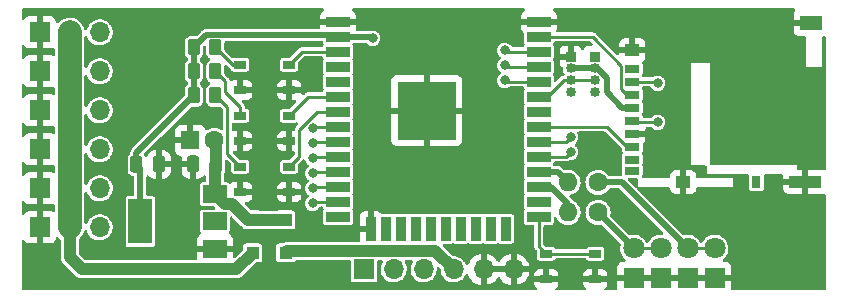
<source format=gbr>
%TF.GenerationSoftware,KiCad,Pcbnew,(6.0.4-0)*%
%TF.CreationDate,2022-09-11T17:37:57+09:00*%
%TF.ProjectId,machinev2,6d616368-696e-4657-9632-2e6b69636164,rev?*%
%TF.SameCoordinates,Original*%
%TF.FileFunction,Copper,L1,Top*%
%TF.FilePolarity,Positive*%
%FSLAX46Y46*%
G04 Gerber Fmt 4.6, Leading zero omitted, Abs format (unit mm)*
G04 Created by KiCad (PCBNEW (6.0.4-0)) date 2022-09-11 17:37:57*
%MOMM*%
%LPD*%
G01*
G04 APERTURE LIST*
G04 Aperture macros list*
%AMRoundRect*
0 Rectangle with rounded corners*
0 $1 Rounding radius*
0 $2 $3 $4 $5 $6 $7 $8 $9 X,Y pos of 4 corners*
0 Add a 4 corners polygon primitive as box body*
4,1,4,$2,$3,$4,$5,$6,$7,$8,$9,$2,$3,0*
0 Add four circle primitives for the rounded corners*
1,1,$1+$1,$2,$3*
1,1,$1+$1,$4,$5*
1,1,$1+$1,$6,$7*
1,1,$1+$1,$8,$9*
0 Add four rect primitives between the rounded corners*
20,1,$1+$1,$2,$3,$4,$5,0*
20,1,$1+$1,$4,$5,$6,$7,0*
20,1,$1+$1,$6,$7,$8,$9,0*
20,1,$1+$1,$8,$9,$2,$3,0*%
G04 Aperture macros list end*
%TA.AperFunction,ComponentPad*%
%ADD10R,1.600000X1.600000*%
%TD*%
%TA.AperFunction,ComponentPad*%
%ADD11C,1.600000*%
%TD*%
%TA.AperFunction,ComponentPad*%
%ADD12O,1.600000X1.600000*%
%TD*%
%TA.AperFunction,SMDPad,CuDef*%
%ADD13R,1.050000X0.650000*%
%TD*%
%TA.AperFunction,ComponentPad*%
%ADD14R,1.700000X1.700000*%
%TD*%
%TA.AperFunction,ComponentPad*%
%ADD15O,1.700000X1.700000*%
%TD*%
%TA.AperFunction,SMDPad,CuDef*%
%ADD16RoundRect,0.250000X-0.262500X-0.450000X0.262500X-0.450000X0.262500X0.450000X-0.262500X0.450000X0*%
%TD*%
%TA.AperFunction,SMDPad,CuDef*%
%ADD17R,1.200000X0.700000*%
%TD*%
%TA.AperFunction,SMDPad,CuDef*%
%ADD18R,0.800000X1.000000*%
%TD*%
%TA.AperFunction,SMDPad,CuDef*%
%ADD19R,2.800000X1.000000*%
%TD*%
%TA.AperFunction,SMDPad,CuDef*%
%ADD20R,1.900000X1.300000*%
%TD*%
%TA.AperFunction,SMDPad,CuDef*%
%ADD21R,1.200000X1.000000*%
%TD*%
%TA.AperFunction,ComponentPad*%
%ADD22R,1.800000X1.800000*%
%TD*%
%TA.AperFunction,ComponentPad*%
%ADD23C,1.800000*%
%TD*%
%TA.AperFunction,ComponentPad*%
%ADD24R,0.850000X0.850000*%
%TD*%
%TA.AperFunction,ComponentPad*%
%ADD25O,0.850000X0.850000*%
%TD*%
%TA.AperFunction,SMDPad,CuDef*%
%ADD26R,2.000000X0.900000*%
%TD*%
%TA.AperFunction,SMDPad,CuDef*%
%ADD27R,0.900000X2.000000*%
%TD*%
%TA.AperFunction,SMDPad,CuDef*%
%ADD28R,5.000000X5.000000*%
%TD*%
%TA.AperFunction,SMDPad,CuDef*%
%ADD29R,1.100000X1.100000*%
%TD*%
%TA.AperFunction,SMDPad,CuDef*%
%ADD30RoundRect,0.250000X-0.250000X-0.475000X0.250000X-0.475000X0.250000X0.475000X-0.250000X0.475000X0*%
%TD*%
%TA.AperFunction,SMDPad,CuDef*%
%ADD31RoundRect,0.250000X0.250000X0.475000X-0.250000X0.475000X-0.250000X-0.475000X0.250000X-0.475000X0*%
%TD*%
%TA.AperFunction,SMDPad,CuDef*%
%ADD32R,2.000000X1.500000*%
%TD*%
%TA.AperFunction,SMDPad,CuDef*%
%ADD33R,2.000000X3.800000*%
%TD*%
%TA.AperFunction,ViaPad*%
%ADD34C,0.800000*%
%TD*%
%TA.AperFunction,Conductor*%
%ADD35C,0.500000*%
%TD*%
%TA.AperFunction,Conductor*%
%ADD36C,0.250000*%
%TD*%
%TA.AperFunction,Conductor*%
%ADD37C,1.000000*%
%TD*%
%TA.AperFunction,Conductor*%
%ADD38C,2.000000*%
%TD*%
G04 APERTURE END LIST*
D10*
%TO.P,C47uF,1*%
%TO.N,GND*%
X116392888Y-94234000D03*
D11*
%TO.P,C47uF,2*%
%TO.N,Net-(AZ1117CH-3.3TRG1-Pad3)*%
X118392888Y-94234000D03*
%TD*%
%TO.P,RLED2,1*%
%TO.N,Net-(Manual1-Pad2)*%
X150905000Y-100330000D03*
D12*
%TO.P,RLED2,2*%
%TO.N,LED_MANUAL*%
X148365000Y-100330000D03*
%TD*%
D11*
%TO.P,RLED1,1*%
%TO.N,Net-(Auto1-Pad2)*%
X150905000Y-97790000D03*
D12*
%TO.P,RLED1,2*%
%TO.N,LED_AUTO*%
X148365000Y-97790000D03*
%TD*%
D13*
%TO.P,SW2,1*%
%TO.N,GND*%
X124757000Y-98611000D03*
%TO.P,SW2,2*%
X120607000Y-98611000D03*
%TO.P,SW2,3*%
%TO.N,SW2*%
X124757000Y-96461000D03*
%TO.P,SW2,4*%
%TO.N,Net-(R10k3-Pad2)*%
X120607000Y-96461000D03*
%TD*%
%TO.P,SW1,1*%
%TO.N,GND*%
X124757000Y-94293000D03*
%TO.P,SW1,2*%
X120607000Y-94293000D03*
%TO.P,SW1,3*%
%TO.N,SW1*%
X124757000Y-92143000D03*
%TO.P,SW1,4*%
%TO.N,Net-(R10k2-Pad2)*%
X120607000Y-92143000D03*
%TD*%
D14*
%TO.P,Serial_USB,1,Pin_1*%
%TO.N,unconnected-(Serial_USB-Pad1)*%
X131064000Y-105156000D03*
D15*
%TO.P,Serial_USB,2,Pin_2*%
%TO.N,TXD0*%
X133604000Y-105156000D03*
%TO.P,Serial_USB,3,Pin_3*%
%TO.N,RXD0*%
X136144000Y-105156000D03*
%TO.P,Serial_USB,4,Pin_4*%
%TO.N,VBUS*%
X138684000Y-105156000D03*
%TO.P,Serial_USB,5,Pin_5*%
%TO.N,GND*%
X141224000Y-105156000D03*
%TO.P,Serial_USB,6,Pin_6*%
X143764000Y-105156000D03*
%TD*%
D13*
%TO.P,RESET,4*%
%TO.N,Net-(R10k1-Pad2)*%
X120607000Y-87825000D03*
%TO.P,RESET,3*%
%TO.N,EN*%
X124757000Y-87825000D03*
%TO.P,RESET,2*%
%TO.N,GND*%
X120607000Y-89975000D03*
%TO.P,RESET,1*%
X124757000Y-89975000D03*
%TD*%
D14*
%TO.P,RECIV,1,Pin_1*%
%TO.N,GND*%
X103632000Y-88392000D03*
D15*
%TO.P,RECIV,2,Pin_2*%
%TO.N,+5V*%
X106172000Y-88392000D03*
%TO.P,RECIV,3,Pin_3*%
%TO.N,RECIV*%
X108712000Y-88392000D03*
%TD*%
D16*
%TO.P,R10k3,1*%
%TO.N,+3V3*%
X116689500Y-90424000D03*
%TO.P,R10k3,2*%
%TO.N,Net-(R10k3-Pad2)*%
X118514500Y-90424000D03*
%TD*%
%TO.P,R10k2,1*%
%TO.N,+3V3*%
X116689500Y-88392000D03*
%TO.P,R10k2,2*%
%TO.N,Net-(R10k2-Pad2)*%
X118514500Y-88392000D03*
%TD*%
%TO.P,R10k1,1*%
%TO.N,+3V3*%
X116689500Y-86360000D03*
%TO.P,R10k1,2*%
%TO.N,Net-(R10k1-Pad2)*%
X118514500Y-86360000D03*
%TD*%
D14*
%TO.P,PWM4,1,Pin_1*%
%TO.N,GND*%
X103632000Y-101600000D03*
D15*
%TO.P,PWM4,2,Pin_2*%
%TO.N,+5V*%
X106172000Y-101600000D03*
%TO.P,PWM4,3,Pin_3*%
%TO.N,PWM4*%
X108712000Y-101600000D03*
%TD*%
D14*
%TO.P,PWM3,1,Pin_1*%
%TO.N,GND*%
X103632000Y-98298000D03*
D15*
%TO.P,PWM3,2,Pin_2*%
%TO.N,+5V*%
X106172000Y-98298000D03*
%TO.P,PWM3,3,Pin_3*%
%TO.N,PWM3*%
X108712000Y-98298000D03*
%TD*%
D14*
%TO.P,PWM2,1,Pin_1*%
%TO.N,GND*%
X103632000Y-94996000D03*
D15*
%TO.P,PWM2,2,Pin_2*%
%TO.N,+5V*%
X106172000Y-94996000D03*
%TO.P,PWM2,3,Pin_3*%
%TO.N,PWM2*%
X108712000Y-94996000D03*
%TD*%
D14*
%TO.P,PWM1,1,Pin_1*%
%TO.N,GND*%
X103632000Y-91694000D03*
D15*
%TO.P,PWM1,2,Pin_2*%
%TO.N,+5V*%
X106172000Y-91694000D03*
%TO.P,PWM1,3,Pin_3*%
%TO.N,PWM1*%
X108712000Y-91694000D03*
%TD*%
D17*
%TO.P,microSD,1,DAT2*%
%TO.N,unconnected-(microSD-Pad1)*%
X153819000Y-88157000D03*
%TO.P,microSD,2,DAT3/CD*%
%TO.N,CS*%
X153819000Y-89257000D03*
%TO.P,microSD,3,CMD*%
%TO.N,MOSI*%
X153819000Y-90357000D03*
%TO.P,microSD,4,VDD*%
%TO.N,+3V3*%
X153819000Y-91457000D03*
%TO.P,microSD,5,CLK*%
%TO.N,SCK*%
X153819000Y-92557000D03*
%TO.P,microSD,6,VSS*%
%TO.N,GND*%
X153819000Y-93657000D03*
%TO.P,microSD,7,DAT0*%
%TO.N,MISO*%
X153819000Y-94757000D03*
%TO.P,microSD,8,DAT1*%
%TO.N,unconnected-(microSD-Pad8)*%
X153819000Y-95857000D03*
%TO.P,microSD,9,DET_B*%
%TO.N,unconnected-(microSD-Pad9)*%
X153819000Y-96807000D03*
D18*
%TO.P,microSD,10,DET_A*%
%TO.N,unconnected-(microSD-Pad10)*%
X164319000Y-97757000D03*
D19*
%TO.P,microSD,11,SHIELD*%
%TO.N,GND*%
X168469000Y-97757000D03*
D20*
X168919000Y-84257000D03*
D21*
X153819000Y-86607000D03*
X158119000Y-97757000D03*
%TD*%
D22*
%TO.P,Manual2,1,K*%
%TO.N,GND*%
X156210000Y-105918000D03*
D23*
%TO.P,Manual2,2,A*%
%TO.N,Net-(Manual1-Pad2)*%
X156210000Y-103378000D03*
%TD*%
D22*
%TO.P,Manual1,1,K*%
%TO.N,GND*%
X153924000Y-105918000D03*
D23*
%TO.P,Manual1,2,A*%
%TO.N,Net-(Manual1-Pad2)*%
X153924000Y-103378000D03*
%TD*%
D24*
%TO.P,I2C2,1,Pin_1*%
%TO.N,GND*%
X150622000Y-87146000D03*
D25*
%TO.P,I2C2,2,Pin_2*%
%TO.N,+3V3*%
X150622000Y-88146000D03*
%TO.P,I2C2,3,Pin_3*%
%TO.N,SDA*%
X150622000Y-89146000D03*
%TO.P,I2C2,4,Pin_4*%
%TO.N,SCL*%
X150622000Y-90146000D03*
%TD*%
D24*
%TO.P,I2C1,1,Pin_1*%
%TO.N,GND*%
X148590000Y-87146000D03*
D25*
%TO.P,I2C1,2,Pin_2*%
%TO.N,+3V3*%
X148590000Y-88146000D03*
%TO.P,I2C1,3,Pin_3*%
%TO.N,SDA*%
X148590000Y-89146000D03*
%TO.P,I2C1,4,Pin_4*%
%TO.N,SCL*%
X148590000Y-90146000D03*
%TD*%
D26*
%TO.P,ESP32,1,GND*%
%TO.N,GND*%
X128896000Y-84203000D03*
%TO.P,ESP32,2,VDD*%
%TO.N,+3V3*%
X128896000Y-85473000D03*
%TO.P,ESP32,3,EN*%
%TO.N,EN*%
X128896000Y-86743000D03*
%TO.P,ESP32,4,SENSOR_VP*%
%TO.N,SENSOR_VP*%
X128896000Y-88013000D03*
%TO.P,ESP32,5,SENSOR_VN*%
%TO.N,SENSOR_VN*%
X128896000Y-89283000D03*
%TO.P,ESP32,6,IO34*%
%TO.N,SW1*%
X128896000Y-90553000D03*
%TO.P,ESP32,7,IO35*%
%TO.N,SW2*%
X128896000Y-91823000D03*
%TO.P,ESP32,8,IO32*%
%TO.N,ESC*%
X128896000Y-93093000D03*
%TO.P,ESP32,9,IO33*%
%TO.N,RECIV*%
X128896000Y-94363000D03*
%TO.P,ESP32,10,IO25*%
%TO.N,PWM1*%
X128896000Y-95633000D03*
%TO.P,ESP32,11,IO26*%
%TO.N,PWM2*%
X128896000Y-96903000D03*
%TO.P,ESP32,12,IO27*%
%TO.N,PWM3*%
X128896000Y-98173000D03*
%TO.P,ESP32,13,IO14*%
%TO.N,PWM4*%
X128896000Y-99443000D03*
%TO.P,ESP32,14,IO12*%
%TO.N,IO12*%
X128896000Y-100713000D03*
D27*
%TO.P,ESP32,15,GND*%
%TO.N,GND*%
X131681000Y-101713000D03*
%TO.P,ESP32,16,IO13*%
%TO.N,IO13*%
X132951000Y-101713000D03*
%TO.P,ESP32,17,SHD/SD2*%
%TO.N,unconnected-(ESP32-Pad17)*%
X134221000Y-101713000D03*
%TO.P,ESP32,18,SWP/SD3*%
%TO.N,unconnected-(ESP32-Pad18)*%
X135491000Y-101713000D03*
%TO.P,ESP32,19,SCS/CMD*%
%TO.N,unconnected-(ESP32-Pad19)*%
X136761000Y-101713000D03*
%TO.P,ESP32,20,SCK/CLK*%
%TO.N,unconnected-(ESP32-Pad20)*%
X138031000Y-101713000D03*
%TO.P,ESP32,21,SDO/SD0*%
%TO.N,unconnected-(ESP32-Pad21)*%
X139301000Y-101713000D03*
%TO.P,ESP32,22,SDI/SD1*%
%TO.N,unconnected-(ESP32-Pad22)*%
X140571000Y-101713000D03*
%TO.P,ESP32,23,IO15*%
%TO.N,IO15*%
X141841000Y-101713000D03*
%TO.P,ESP32,24,IO2*%
%TO.N,IO2*%
X143111000Y-101713000D03*
D26*
%TO.P,ESP32,25,IO0*%
%TO.N,BOOT*%
X145896000Y-100713000D03*
%TO.P,ESP32,26,IO4*%
%TO.N,IO4*%
X145896000Y-99443000D03*
%TO.P,ESP32,27,IO16*%
%TO.N,LED_MANUAL*%
X145896000Y-98173000D03*
%TO.P,ESP32,28,IO17*%
%TO.N,LED_AUTO*%
X145896000Y-96903000D03*
%TO.P,ESP32,29,IO5*%
%TO.N,CS*%
X145896000Y-95633000D03*
%TO.P,ESP32,30,IO18*%
%TO.N,SCK*%
X145896000Y-94363000D03*
%TO.P,ESP32,31,IO19*%
%TO.N,MISO*%
X145896000Y-93093000D03*
%TO.P,ESP32,32,NC*%
%TO.N,unconnected-(ESP32-Pad32)*%
X145896000Y-91823000D03*
%TO.P,ESP32,33,IO21*%
%TO.N,SDA*%
X145896000Y-90553000D03*
%TO.P,ESP32,34,RXD0/IO3*%
%TO.N,RXD0*%
X145896000Y-89283000D03*
%TO.P,ESP32,35,TXD0/IO1*%
%TO.N,TXD0*%
X145896000Y-88013000D03*
%TO.P,ESP32,36,IO22*%
%TO.N,SCL*%
X145896000Y-86743000D03*
%TO.P,ESP32,37,IO23*%
%TO.N,MOSI*%
X145896000Y-85473000D03*
%TO.P,ESP32,38,GND*%
%TO.N,GND*%
X145896000Y-84203000D03*
D28*
%TO.P,ESP32,39,GND*%
X136396000Y-91703000D03*
%TD*%
D14*
%TO.P,ESC,1,Pin_1*%
%TO.N,GND*%
X103632000Y-85090000D03*
D15*
%TO.P,ESC,2,Pin_2*%
%TO.N,+5V*%
X106172000Y-85090000D03*
%TO.P,ESC,3,Pin_3*%
%TO.N,ESC*%
X108712000Y-85090000D03*
%TD*%
D29*
%TO.P,D2,1,K*%
%TO.N,Net-(AZ1117CH-3.3TRG1-Pad3)*%
X124460000Y-100962000D03*
%TO.P,D2,2,A*%
%TO.N,VBUS*%
X124460000Y-103762000D03*
%TD*%
%TO.P,D1,1,K*%
%TO.N,Net-(AZ1117CH-3.3TRG1-Pad3)*%
X121666000Y-100962000D03*
%TO.P,D1,2,A*%
%TO.N,+5V*%
X121666000Y-103762000D03*
%TD*%
D30*
%TO.P,C0.1uF2,1*%
%TO.N,+3V3*%
X111826000Y-96266000D03*
%TO.P,C0.1uF2,2*%
%TO.N,GND*%
X113726000Y-96266000D03*
%TD*%
D31*
%TO.P,C0.1uF1,1*%
%TO.N,Net-(AZ1117CH-3.3TRG1-Pad3)*%
X118552000Y-96266000D03*
%TO.P,C0.1uF1,2*%
%TO.N,GND*%
X116652000Y-96266000D03*
%TD*%
D13*
%TO.P,BOOT,1*%
%TO.N,GND*%
X150665000Y-105977000D03*
%TO.P,BOOT,2*%
X146515000Y-105977000D03*
%TO.P,BOOT,3*%
%TO.N,BOOT*%
X150665000Y-103827000D03*
%TO.P,BOOT,4*%
X146515000Y-103827000D03*
%TD*%
D32*
%TO.P,AZ1117CH-3.3TRG1,1,ADJ*%
%TO.N,GND*%
X118466000Y-103392000D03*
D33*
%TO.P,AZ1117CH-3.3TRG1,2,VO*%
%TO.N,+3V3*%
X112166000Y-101092000D03*
D32*
X118466000Y-101092000D03*
%TO.P,AZ1117CH-3.3TRG1,3,VI*%
%TO.N,Net-(AZ1117CH-3.3TRG1-Pad3)*%
X118466000Y-98792000D03*
%TD*%
D22*
%TO.P,Auto2,1,K*%
%TO.N,GND*%
X160782000Y-105918000D03*
D23*
%TO.P,Auto2,2,A*%
%TO.N,Net-(Auto1-Pad2)*%
X160782000Y-103378000D03*
%TD*%
D22*
%TO.P,Auto1,1,K*%
%TO.N,GND*%
X158496000Y-105918000D03*
D23*
%TO.P,Auto1,2,A*%
%TO.N,Net-(Auto1-Pad2)*%
X158496000Y-103378000D03*
%TD*%
D34*
%TO.N,SCK*%
X148590000Y-93980000D03*
%TO.N,CS*%
X148590000Y-95250000D03*
%TO.N,SCK*%
X155956000Y-92710000D03*
%TO.N,CS*%
X155956000Y-89408000D03*
%TO.N,+3V3*%
X131826000Y-85598000D03*
%TO.N,RXD0*%
X143002000Y-89154000D03*
%TO.N,TXD0*%
X143002000Y-87884000D03*
%TO.N,SCL*%
X143002000Y-86614000D03*
%TO.N,PWM4*%
X126746000Y-99568000D03*
%TO.N,PWM3*%
X126746000Y-98298000D03*
%TO.N,PWM2*%
X126746000Y-97028000D03*
%TO.N,PWM1*%
X126746000Y-95758000D03*
%TO.N,RECIV*%
X126746000Y-94488000D03*
%TO.N,ESC*%
X126746000Y-93218000D03*
%TD*%
D35*
%TO.N,+3V3*%
X153819000Y-91457000D02*
X152969000Y-91457000D01*
X151638000Y-90126000D02*
X151638000Y-88925254D01*
X152969000Y-91457000D02*
X151638000Y-90126000D01*
X151638000Y-88925254D02*
X150858746Y-88146000D01*
X150858746Y-88146000D02*
X150681970Y-88146000D01*
X128896000Y-85473000D02*
X131576000Y-85473000D01*
X131576000Y-85473000D02*
X131701000Y-85598000D01*
D36*
X131701000Y-85598000D02*
X131826000Y-85598000D01*
D35*
%TO.N,LED_MANUAL*%
X145896000Y-98173000D02*
X146941000Y-98173000D01*
X146941000Y-98173000D02*
X148365000Y-99597000D01*
X148365000Y-99597000D02*
X148365000Y-100330000D01*
D36*
%TO.N,SCK*%
X155956000Y-92710000D02*
X153972000Y-92710000D01*
X153972000Y-92710000D02*
X153819000Y-92557000D01*
%TO.N,CS*%
X153819000Y-89257000D02*
X155805000Y-89257000D01*
X155805000Y-89257000D02*
X155956000Y-89408000D01*
%TO.N,SCK*%
X145896000Y-94363000D02*
X148207000Y-94363000D01*
X148207000Y-94363000D02*
X148590000Y-93980000D01*
%TO.N,CS*%
X145896000Y-95633000D02*
X148207000Y-95633000D01*
X148207000Y-95633000D02*
X148590000Y-95250000D01*
D35*
%TO.N,+3V3*%
X150622000Y-88146000D02*
X148590000Y-88146000D01*
D36*
X150681970Y-88146000D02*
X150622000Y-88146000D01*
D35*
X112166000Y-101092000D02*
X112166000Y-96606000D01*
X112166000Y-96606000D02*
X111826000Y-96266000D01*
D37*
%TO.N,+5V*%
X106172000Y-101600000D02*
X106172000Y-104125000D01*
X106172000Y-104125000D02*
X107203000Y-105156000D01*
X107203000Y-105156000D02*
X120272000Y-105156000D01*
X120272000Y-105156000D02*
X121666000Y-103762000D01*
D36*
%TO.N,MISO*%
X145896000Y-93093000D02*
X151655978Y-93093000D01*
X151655978Y-93093000D02*
X153319978Y-94757000D01*
X153319978Y-94757000D02*
X153819000Y-94757000D01*
%TO.N,MOSI*%
X145896000Y-85473000D02*
X150448022Y-85473000D01*
X153349000Y-90357000D02*
X153819000Y-90357000D01*
X150448022Y-85473000D02*
X152894489Y-87919467D01*
X152894489Y-89902489D02*
X153349000Y-90357000D01*
X152894489Y-87919467D02*
X152894489Y-89902489D01*
%TO.N,SCL*%
X145896000Y-86743000D02*
X143131000Y-86743000D01*
X143131000Y-86743000D02*
X143002000Y-86614000D01*
%TO.N,TXD0*%
X145896000Y-88013000D02*
X143131000Y-88013000D01*
X143131000Y-88013000D02*
X143002000Y-87884000D01*
%TO.N,RXD0*%
X145896000Y-89283000D02*
X143131000Y-89283000D01*
X143131000Y-89283000D02*
X143002000Y-89154000D01*
%TO.N,SDA*%
X148590000Y-89146000D02*
X150622000Y-89146000D01*
X145896000Y-90553000D02*
X146581960Y-90553000D01*
X146581960Y-90553000D02*
X147988960Y-89146000D01*
X147988960Y-89146000D02*
X148590000Y-89146000D01*
D35*
%TO.N,+3V3*%
X116689500Y-86360000D02*
X117714020Y-85335480D01*
X117714020Y-85335480D02*
X128758480Y-85335480D01*
D36*
X128758480Y-85335480D02*
X128896000Y-85473000D01*
D35*
X116689500Y-90424000D02*
X116689500Y-86360000D01*
X111826000Y-96266000D02*
X111826000Y-95287500D01*
X111826000Y-95287500D02*
X116689500Y-90424000D01*
D36*
%TO.N,Net-(R10k1-Pad2)*%
X120607000Y-87825000D02*
X119979500Y-87825000D01*
X119979500Y-87825000D02*
X118514500Y-86360000D01*
%TO.N,Net-(R10k2-Pad2)*%
X120607000Y-92143000D02*
X120607000Y-91397000D01*
X120607000Y-91397000D02*
X119351520Y-90141520D01*
X119351520Y-90141520D02*
X119351520Y-89229020D01*
X119351520Y-89229020D02*
X118514500Y-88392000D01*
%TO.N,Net-(R10k3-Pad2)*%
X120607000Y-96461000D02*
X119517399Y-95371399D01*
X119517399Y-95371399D02*
X119517399Y-91426899D01*
X119517399Y-91426899D02*
X118514500Y-90424000D01*
D37*
%TO.N,Net-(AZ1117CH-3.3TRG1-Pad3)*%
X118552000Y-96266000D02*
X118552000Y-94393112D01*
X118552000Y-94393112D02*
X118392888Y-94234000D01*
X118466000Y-98792000D02*
X118466000Y-96352000D01*
X118466000Y-96352000D02*
X118552000Y-96266000D01*
X121666000Y-100962000D02*
X121282000Y-100962000D01*
X119955511Y-99635511D02*
X119309511Y-99635511D01*
X121282000Y-100962000D02*
X119955511Y-99635511D01*
X119309511Y-99635511D02*
X118466000Y-98792000D01*
X124460000Y-100962000D02*
X121666000Y-100962000D01*
%TO.N,VBUS*%
X138684000Y-105156000D02*
X137134489Y-103606489D01*
X137134489Y-103606489D02*
X124615511Y-103606489D01*
X124615511Y-103606489D02*
X124460000Y-103762000D01*
D38*
%TO.N,+5V*%
X106172000Y-85090000D02*
X106172000Y-101600000D01*
D36*
%TO.N,SW2*%
X128896000Y-91823000D02*
X127116386Y-91823000D01*
X125606511Y-95611489D02*
X124757000Y-96461000D01*
X127116386Y-91823000D02*
X125606511Y-93332875D01*
X125606511Y-93332875D02*
X125606511Y-95611489D01*
%TO.N,ESC*%
X128896000Y-93093000D02*
X126871000Y-93093000D01*
X126871000Y-93093000D02*
X126746000Y-93218000D01*
%TO.N,RECIV*%
X128896000Y-94363000D02*
X126871000Y-94363000D01*
X126871000Y-94363000D02*
X126746000Y-94488000D01*
%TO.N,PWM1*%
X128896000Y-95633000D02*
X126871000Y-95633000D01*
X126871000Y-95633000D02*
X126746000Y-95758000D01*
%TO.N,PWM2*%
X128896000Y-96903000D02*
X126871000Y-96903000D01*
X126871000Y-96903000D02*
X126746000Y-97028000D01*
%TO.N,PWM3*%
X128896000Y-98173000D02*
X126871000Y-98173000D01*
X126871000Y-98173000D02*
X126746000Y-98298000D01*
%TO.N,PWM4*%
X128896000Y-99443000D02*
X126871000Y-99443000D01*
X126871000Y-99443000D02*
X126746000Y-99568000D01*
%TO.N,SW1*%
X128896000Y-90553000D02*
X126347000Y-90553000D01*
X126347000Y-90553000D02*
X124757000Y-92143000D01*
%TO.N,EN*%
X128896000Y-86743000D02*
X125839000Y-86743000D01*
X125839000Y-86743000D02*
X124757000Y-87825000D01*
%TO.N,Net-(Auto1-Pad2)*%
X158496000Y-103378000D02*
X160782000Y-103378000D01*
D35*
X150905000Y-97790000D02*
X152908000Y-97790000D01*
X152908000Y-97790000D02*
X158496000Y-103378000D01*
D36*
%TO.N,Net-(Manual1-Pad2)*%
X153924000Y-103378000D02*
X156210000Y-103378000D01*
D35*
X150905000Y-100330000D02*
X153924000Y-103349000D01*
D36*
X153924000Y-103349000D02*
X153924000Y-103378000D01*
D35*
%TO.N,LED_AUTO*%
X145896000Y-96903000D02*
X147478000Y-96903000D01*
X147478000Y-96903000D02*
X148365000Y-97790000D01*
D36*
%TO.N,BOOT*%
X150665000Y-103827000D02*
X146515000Y-103827000D01*
X145896000Y-100713000D02*
X145896000Y-103208000D01*
X145896000Y-103208000D02*
X146515000Y-103827000D01*
%TD*%
%TA.AperFunction,Conductor*%
%TO.N,GND*%
G36*
X127674352Y-83078502D02*
G01*
X127720845Y-83132158D01*
X127730949Y-83202432D01*
X127701455Y-83267012D01*
X127664404Y-83292783D01*
X127665818Y-83295366D01*
X127642351Y-83308214D01*
X127540276Y-83384715D01*
X127527715Y-83397276D01*
X127451214Y-83499351D01*
X127442676Y-83514946D01*
X127397522Y-83635394D01*
X127393895Y-83650649D01*
X127388369Y-83701514D01*
X127388000Y-83708328D01*
X127388000Y-83930885D01*
X127392475Y-83946124D01*
X127393865Y-83947329D01*
X127401548Y-83949000D01*
X130385884Y-83949000D01*
X130401123Y-83944525D01*
X130402328Y-83943135D01*
X130403999Y-83935452D01*
X130403999Y-83708331D01*
X130403629Y-83701510D01*
X130398105Y-83650648D01*
X130394479Y-83635396D01*
X130349324Y-83514946D01*
X130340786Y-83499351D01*
X130264285Y-83397276D01*
X130251724Y-83384715D01*
X130149649Y-83308214D01*
X130126182Y-83295366D01*
X130127897Y-83292234D01*
X130084776Y-83259842D01*
X130060075Y-83193281D01*
X130075281Y-83123932D01*
X130125566Y-83073813D01*
X130185769Y-83058500D01*
X144606231Y-83058500D01*
X144674352Y-83078502D01*
X144720845Y-83132158D01*
X144730949Y-83202432D01*
X144701455Y-83267012D01*
X144664404Y-83292783D01*
X144665818Y-83295366D01*
X144642351Y-83308214D01*
X144540276Y-83384715D01*
X144527715Y-83397276D01*
X144451214Y-83499351D01*
X144442676Y-83514946D01*
X144397522Y-83635394D01*
X144393895Y-83650649D01*
X144388369Y-83701514D01*
X144388000Y-83708328D01*
X144388000Y-83930885D01*
X144392475Y-83946124D01*
X144393865Y-83947329D01*
X144401548Y-83949000D01*
X147385884Y-83949000D01*
X147401123Y-83944525D01*
X147402328Y-83943135D01*
X147403999Y-83935452D01*
X147403999Y-83708331D01*
X147403629Y-83701510D01*
X147398105Y-83650648D01*
X147394479Y-83635396D01*
X147349324Y-83514946D01*
X147340786Y-83499351D01*
X147264285Y-83397276D01*
X147251724Y-83384715D01*
X147149649Y-83308214D01*
X147126182Y-83295366D01*
X147127897Y-83292234D01*
X147084776Y-83259842D01*
X147060075Y-83193281D01*
X147075281Y-83123932D01*
X147125566Y-83073813D01*
X147185769Y-83058500D01*
X167493302Y-83058500D01*
X167561423Y-83078502D01*
X167607916Y-83132158D01*
X167618020Y-83202432D01*
X167594128Y-83260065D01*
X167524214Y-83353351D01*
X167515676Y-83368946D01*
X167470522Y-83489394D01*
X167466895Y-83504649D01*
X167461369Y-83555514D01*
X167461000Y-83562328D01*
X167461000Y-83984885D01*
X167465475Y-84000124D01*
X167466865Y-84001329D01*
X167474548Y-84003000D01*
X169047000Y-84003000D01*
X169115121Y-84023002D01*
X169161614Y-84076658D01*
X169173000Y-84129000D01*
X169173000Y-84385000D01*
X169152998Y-84453121D01*
X169099342Y-84499614D01*
X169047000Y-84511000D01*
X167479116Y-84511000D01*
X167463877Y-84515475D01*
X167462672Y-84516865D01*
X167461001Y-84524548D01*
X167461001Y-84951669D01*
X167461371Y-84958490D01*
X167466895Y-85009352D01*
X167470521Y-85024604D01*
X167515676Y-85145054D01*
X167524214Y-85160649D01*
X167600715Y-85262724D01*
X167613276Y-85275285D01*
X167715351Y-85351786D01*
X167730946Y-85360324D01*
X167851394Y-85405478D01*
X167866649Y-85409105D01*
X167917514Y-85414631D01*
X167924328Y-85415000D01*
X168393000Y-85415000D01*
X168461121Y-85435002D01*
X168507614Y-85488658D01*
X168519000Y-85541000D01*
X168519000Y-88007000D01*
X169869000Y-88007000D01*
X169869000Y-85532995D01*
X169889002Y-85464874D01*
X169942658Y-85418381D01*
X169965855Y-85410412D01*
X169986608Y-85405478D01*
X170009271Y-85396982D01*
X170080078Y-85391799D01*
X170142447Y-85425720D01*
X170176576Y-85487976D01*
X170179500Y-85514964D01*
X170179500Y-96649036D01*
X170159498Y-96717157D01*
X170105842Y-96763650D01*
X170035568Y-96773754D01*
X170009271Y-96767018D01*
X169986609Y-96758522D01*
X169971351Y-96754895D01*
X169920486Y-96749369D01*
X169913672Y-96749000D01*
X168741115Y-96749000D01*
X168725876Y-96753475D01*
X168724671Y-96754865D01*
X168723000Y-96762548D01*
X168723000Y-98746884D01*
X168727475Y-98762123D01*
X168728865Y-98763328D01*
X168736548Y-98764999D01*
X169913669Y-98764999D01*
X169920490Y-98764629D01*
X169971352Y-98759105D01*
X169986607Y-98755478D01*
X170009271Y-98746982D01*
X170080078Y-98741799D01*
X170142447Y-98775720D01*
X170176576Y-98837976D01*
X170179500Y-98864964D01*
X170179500Y-106807500D01*
X170159498Y-106875621D01*
X170105842Y-106922114D01*
X170053500Y-106933500D01*
X162316000Y-106933500D01*
X162247879Y-106913498D01*
X162201386Y-106859842D01*
X162190000Y-106807500D01*
X162190000Y-106190115D01*
X162185525Y-106174876D01*
X162184135Y-106173671D01*
X162176452Y-106172000D01*
X152534116Y-106172000D01*
X152518877Y-106176475D01*
X152517672Y-106177865D01*
X152516001Y-106185548D01*
X152516001Y-106807500D01*
X152495999Y-106875621D01*
X152442343Y-106922114D01*
X152390001Y-106933500D01*
X151572735Y-106933500D01*
X151504614Y-106913498D01*
X151458121Y-106859842D01*
X151448017Y-106789568D01*
X151477511Y-106724988D01*
X151497170Y-106706674D01*
X151545724Y-106670285D01*
X151558285Y-106657724D01*
X151634786Y-106555649D01*
X151643324Y-106540054D01*
X151688478Y-106419606D01*
X151692105Y-106404351D01*
X151697631Y-106353486D01*
X151698000Y-106346672D01*
X151698000Y-106249115D01*
X151693525Y-106233876D01*
X151692135Y-106232671D01*
X151684452Y-106231000D01*
X149650116Y-106231000D01*
X149634877Y-106235475D01*
X149633672Y-106236865D01*
X149632001Y-106244548D01*
X149632001Y-106346669D01*
X149632371Y-106353490D01*
X149637895Y-106404352D01*
X149641521Y-106419604D01*
X149686676Y-106540054D01*
X149695214Y-106555649D01*
X149771715Y-106657724D01*
X149784276Y-106670285D01*
X149832830Y-106706674D01*
X149875345Y-106763533D01*
X149880371Y-106834351D01*
X149846311Y-106896645D01*
X149783980Y-106930635D01*
X149757265Y-106933500D01*
X147422735Y-106933500D01*
X147354614Y-106913498D01*
X147308121Y-106859842D01*
X147298017Y-106789568D01*
X147327511Y-106724988D01*
X147347170Y-106706674D01*
X147395724Y-106670285D01*
X147408285Y-106657724D01*
X147484786Y-106555649D01*
X147493324Y-106540054D01*
X147538478Y-106419606D01*
X147542105Y-106404351D01*
X147547631Y-106353486D01*
X147548000Y-106346672D01*
X147548000Y-106249115D01*
X147543525Y-106233876D01*
X147542135Y-106232671D01*
X147534452Y-106231000D01*
X145500116Y-106231000D01*
X145484877Y-106235475D01*
X145483672Y-106236865D01*
X145482001Y-106244548D01*
X145482001Y-106346669D01*
X145482371Y-106353490D01*
X145487895Y-106404352D01*
X145491521Y-106419604D01*
X145536676Y-106540054D01*
X145545214Y-106555649D01*
X145621715Y-106657724D01*
X145634276Y-106670285D01*
X145682830Y-106706674D01*
X145725345Y-106763533D01*
X145730371Y-106834351D01*
X145696311Y-106896645D01*
X145633980Y-106930635D01*
X145607265Y-106933500D01*
X102234500Y-106933500D01*
X102166379Y-106913498D01*
X102119886Y-106859842D01*
X102108500Y-106807500D01*
X102108500Y-102776694D01*
X102128502Y-102708573D01*
X102182158Y-102662080D01*
X102252432Y-102651976D01*
X102317012Y-102681470D01*
X102335327Y-102701129D01*
X102413719Y-102805728D01*
X102426276Y-102818285D01*
X102528351Y-102894786D01*
X102543946Y-102903324D01*
X102664394Y-102948478D01*
X102679649Y-102952105D01*
X102730514Y-102957631D01*
X102737328Y-102958000D01*
X103359885Y-102958000D01*
X103375124Y-102953525D01*
X103376329Y-102952135D01*
X103378000Y-102944452D01*
X103378000Y-102939884D01*
X103886000Y-102939884D01*
X103890475Y-102955123D01*
X103891865Y-102956328D01*
X103899548Y-102957999D01*
X104526669Y-102957999D01*
X104533490Y-102957629D01*
X104584352Y-102952105D01*
X104599604Y-102948479D01*
X104720054Y-102903324D01*
X104735649Y-102894786D01*
X104837724Y-102818285D01*
X104850285Y-102805724D01*
X104926786Y-102703649D01*
X104935324Y-102688054D01*
X104980478Y-102567606D01*
X104984105Y-102552351D01*
X104989631Y-102501486D01*
X104990184Y-102491275D01*
X104991453Y-102491344D01*
X105010002Y-102428172D01*
X105063658Y-102381679D01*
X105133932Y-102371575D01*
X105198512Y-102401069D01*
X105210987Y-102414732D01*
X105211572Y-102414227D01*
X105215234Y-102418469D01*
X105218511Y-102423030D01*
X105377491Y-102577092D01*
X105379185Y-102578734D01*
X105414185Y-102640504D01*
X105417500Y-102669218D01*
X105417500Y-104058235D01*
X105416067Y-104077184D01*
X105412826Y-104098489D01*
X105413419Y-104105780D01*
X105413419Y-104105783D01*
X105417085Y-104150848D01*
X105417500Y-104161063D01*
X105417500Y-104169053D01*
X105417925Y-104172697D01*
X105420771Y-104197113D01*
X105421204Y-104201487D01*
X105426096Y-104261622D01*
X105427090Y-104273847D01*
X105429345Y-104280809D01*
X105430518Y-104286677D01*
X105431890Y-104292484D01*
X105432738Y-104299754D01*
X105457532Y-104368060D01*
X105458940Y-104372163D01*
X105481312Y-104441222D01*
X105485109Y-104447479D01*
X105487602Y-104452926D01*
X105490270Y-104458254D01*
X105492768Y-104465134D01*
X105522184Y-104510001D01*
X105532568Y-104525839D01*
X105534915Y-104529559D01*
X105560551Y-104571805D01*
X105572583Y-104591633D01*
X105576295Y-104595836D01*
X105579949Y-104599974D01*
X105579924Y-104599996D01*
X105582624Y-104603041D01*
X105585220Y-104606146D01*
X105589234Y-104612268D01*
X105594547Y-104617301D01*
X105645127Y-104665216D01*
X105647531Y-104667556D01*
X106622283Y-105642307D01*
X106634662Y-105656712D01*
X106647437Y-105674071D01*
X106656369Y-105681659D01*
X106687479Y-105708089D01*
X106694995Y-105715019D01*
X106700638Y-105720662D01*
X106722822Y-105738214D01*
X106726196Y-105740981D01*
X106781520Y-105787982D01*
X106788039Y-105791311D01*
X106793013Y-105794628D01*
X106798089Y-105797763D01*
X106803832Y-105802307D01*
X106834295Y-105816544D01*
X106869618Y-105833053D01*
X106873570Y-105834985D01*
X106938212Y-105867993D01*
X106945320Y-105869732D01*
X106950918Y-105871814D01*
X106956591Y-105873701D01*
X106963221Y-105876800D01*
X107016725Y-105887929D01*
X107034303Y-105891585D01*
X107038575Y-105892552D01*
X107109108Y-105909811D01*
X107114710Y-105910159D01*
X107114713Y-105910159D01*
X107120214Y-105910500D01*
X107120212Y-105910534D01*
X107124271Y-105910777D01*
X107128305Y-105911137D01*
X107135473Y-105912628D01*
X107142790Y-105912430D01*
X107212415Y-105910546D01*
X107215823Y-105910500D01*
X120205235Y-105910500D01*
X120224185Y-105911933D01*
X120238255Y-105914074D01*
X120238259Y-105914074D01*
X120245489Y-105915174D01*
X120252780Y-105914581D01*
X120252783Y-105914581D01*
X120297848Y-105910915D01*
X120308063Y-105910500D01*
X120316053Y-105910500D01*
X120323302Y-105909655D01*
X120344113Y-105907229D01*
X120348487Y-105906796D01*
X120413549Y-105901504D01*
X120413552Y-105901503D01*
X120420847Y-105900910D01*
X120427809Y-105898655D01*
X120433677Y-105897482D01*
X120439484Y-105896110D01*
X120446754Y-105895262D01*
X120515060Y-105870468D01*
X120519163Y-105869060D01*
X120588222Y-105846688D01*
X120594479Y-105842891D01*
X120599926Y-105840398D01*
X120605254Y-105837730D01*
X120612134Y-105835232D01*
X120672849Y-105795426D01*
X120676559Y-105793085D01*
X120733838Y-105758327D01*
X120733840Y-105758325D01*
X120738633Y-105755417D01*
X120746974Y-105748051D01*
X120746996Y-105748076D01*
X120750041Y-105745376D01*
X120753146Y-105742780D01*
X120759268Y-105738766D01*
X120812216Y-105682873D01*
X120814593Y-105680432D01*
X121352972Y-105142053D01*
X121891620Y-104603404D01*
X121953932Y-104569379D01*
X121980715Y-104566499D01*
X122241066Y-104566499D01*
X122276818Y-104559388D01*
X122303126Y-104554156D01*
X122303128Y-104554155D01*
X122315301Y-104551734D01*
X122325621Y-104544839D01*
X122325622Y-104544838D01*
X122389168Y-104502377D01*
X122399484Y-104495484D01*
X122455734Y-104411301D01*
X122470500Y-104337067D01*
X122470499Y-103186934D01*
X122470499Y-103186933D01*
X123655500Y-103186933D01*
X123655501Y-104337066D01*
X123661269Y-104366068D01*
X123667410Y-104396941D01*
X123670266Y-104411301D01*
X123677161Y-104421620D01*
X123677162Y-104421622D01*
X123708274Y-104468183D01*
X123726516Y-104495484D01*
X123810699Y-104551734D01*
X123884933Y-104566500D01*
X124459907Y-104566500D01*
X125035066Y-104566499D01*
X125070818Y-104559388D01*
X125097126Y-104554156D01*
X125097128Y-104554155D01*
X125109301Y-104551734D01*
X125119621Y-104544839D01*
X125119622Y-104544838D01*
X125183168Y-104502377D01*
X125193484Y-104495484D01*
X125245936Y-104416985D01*
X125300413Y-104371459D01*
X125350700Y-104360989D01*
X129833500Y-104360989D01*
X129901621Y-104380991D01*
X129948114Y-104434647D01*
X129959500Y-104486989D01*
X129959501Y-105283715D01*
X129959501Y-106031066D01*
X129974266Y-106105301D01*
X129981161Y-106115620D01*
X129981162Y-106115622D01*
X130018833Y-106172000D01*
X130030516Y-106189484D01*
X130040832Y-106196377D01*
X130099346Y-106235475D01*
X130114699Y-106245734D01*
X130188933Y-106260500D01*
X131063858Y-106260500D01*
X131939066Y-106260499D01*
X131974818Y-106253388D01*
X132001126Y-106248156D01*
X132001128Y-106248155D01*
X132013301Y-106245734D01*
X132023621Y-106238839D01*
X132023622Y-106238838D01*
X132087168Y-106196377D01*
X132097484Y-106189484D01*
X132153734Y-106105301D01*
X132168500Y-106031067D01*
X132168499Y-104486989D01*
X132188501Y-104418868D01*
X132242157Y-104372375D01*
X132294499Y-104360989D01*
X132566246Y-104360989D01*
X132634367Y-104380991D01*
X132680860Y-104434647D01*
X132690964Y-104504921D01*
X132673390Y-104551696D01*
X132673720Y-104551869D01*
X132672517Y-104554156D01*
X132671035Y-104556973D01*
X132671032Y-104556977D01*
X132641942Y-104612268D01*
X132579203Y-104731515D01*
X132519007Y-104925378D01*
X132495148Y-105126964D01*
X132508424Y-105329522D01*
X132509845Y-105335118D01*
X132509846Y-105335123D01*
X132536187Y-105438837D01*
X132558392Y-105526269D01*
X132560809Y-105531512D01*
X132595761Y-105607328D01*
X132643377Y-105710616D01*
X132662866Y-105738192D01*
X132756358Y-105870481D01*
X132760533Y-105876389D01*
X132764675Y-105880424D01*
X132800347Y-105915174D01*
X132905938Y-106018035D01*
X133074720Y-106130812D01*
X133080023Y-106133090D01*
X133080026Y-106133092D01*
X133255921Y-106208662D01*
X133261228Y-106210942D01*
X133334244Y-106227464D01*
X133453579Y-106254467D01*
X133453584Y-106254468D01*
X133459216Y-106255742D01*
X133464987Y-106255969D01*
X133464989Y-106255969D01*
X133524756Y-106258317D01*
X133662053Y-106263712D01*
X133769348Y-106248155D01*
X133857231Y-106235413D01*
X133857236Y-106235412D01*
X133862945Y-106234584D01*
X133868409Y-106232729D01*
X133868414Y-106232728D01*
X134049693Y-106171192D01*
X134049698Y-106171190D01*
X134055165Y-106169334D01*
X134232276Y-106070147D01*
X134271969Y-106037135D01*
X134359696Y-105964172D01*
X134388345Y-105940345D01*
X134413740Y-105909811D01*
X134514453Y-105788718D01*
X134514455Y-105788715D01*
X134518147Y-105784276D01*
X134586475Y-105662267D01*
X134614510Y-105612208D01*
X134614511Y-105612206D01*
X134617334Y-105607165D01*
X134619190Y-105601698D01*
X134619192Y-105601693D01*
X134680728Y-105420414D01*
X134680729Y-105420409D01*
X134682584Y-105414945D01*
X134683412Y-105409236D01*
X134683413Y-105409231D01*
X134711179Y-105217727D01*
X134711712Y-105214053D01*
X134713232Y-105156000D01*
X134695821Y-104966514D01*
X134695187Y-104959613D01*
X134695186Y-104959610D01*
X134694658Y-104953859D01*
X134693090Y-104948299D01*
X134641125Y-104764046D01*
X134641124Y-104764044D01*
X134639557Y-104758487D01*
X134628978Y-104737033D01*
X134552331Y-104581609D01*
X134549776Y-104576428D01*
X134539284Y-104562378D01*
X134514553Y-104495830D01*
X134529725Y-104426474D01*
X134579986Y-104376331D01*
X134640242Y-104360989D01*
X135106246Y-104360989D01*
X135174367Y-104380991D01*
X135220860Y-104434647D01*
X135230964Y-104504921D01*
X135213390Y-104551696D01*
X135213720Y-104551869D01*
X135212517Y-104554156D01*
X135211035Y-104556973D01*
X135211032Y-104556977D01*
X135181942Y-104612268D01*
X135119203Y-104731515D01*
X135059007Y-104925378D01*
X135035148Y-105126964D01*
X135048424Y-105329522D01*
X135049845Y-105335118D01*
X135049846Y-105335123D01*
X135076187Y-105438837D01*
X135098392Y-105526269D01*
X135100809Y-105531512D01*
X135135761Y-105607328D01*
X135183377Y-105710616D01*
X135202866Y-105738192D01*
X135296358Y-105870481D01*
X135300533Y-105876389D01*
X135304675Y-105880424D01*
X135340347Y-105915174D01*
X135445938Y-106018035D01*
X135614720Y-106130812D01*
X135620023Y-106133090D01*
X135620026Y-106133092D01*
X135795921Y-106208662D01*
X135801228Y-106210942D01*
X135874244Y-106227464D01*
X135993579Y-106254467D01*
X135993584Y-106254468D01*
X135999216Y-106255742D01*
X136004987Y-106255969D01*
X136004989Y-106255969D01*
X136064756Y-106258317D01*
X136202053Y-106263712D01*
X136309348Y-106248155D01*
X136397231Y-106235413D01*
X136397236Y-106235412D01*
X136402945Y-106234584D01*
X136408409Y-106232729D01*
X136408414Y-106232728D01*
X136589693Y-106171192D01*
X136589698Y-106171190D01*
X136595165Y-106169334D01*
X136772276Y-106070147D01*
X136811969Y-106037135D01*
X136899696Y-105964172D01*
X136928345Y-105940345D01*
X136953740Y-105909811D01*
X137054453Y-105788718D01*
X137054455Y-105788715D01*
X137058147Y-105784276D01*
X137126475Y-105662267D01*
X137154510Y-105612208D01*
X137154511Y-105612206D01*
X137157334Y-105607165D01*
X137159190Y-105601698D01*
X137159192Y-105601693D01*
X137220728Y-105420414D01*
X137220729Y-105420409D01*
X137222584Y-105414945D01*
X137223412Y-105409236D01*
X137223413Y-105409231D01*
X137251179Y-105217727D01*
X137251712Y-105214053D01*
X137253232Y-105156000D01*
X137252893Y-105152305D01*
X137248319Y-105102536D01*
X137262003Y-105032871D01*
X137311179Y-104981663D01*
X137380234Y-104965171D01*
X137447243Y-104988631D01*
X137462885Y-105001910D01*
X137540717Y-105079741D01*
X137574742Y-105142053D01*
X137577352Y-105160596D01*
X137588424Y-105329522D01*
X137589845Y-105335118D01*
X137589846Y-105335123D01*
X137616187Y-105438837D01*
X137638392Y-105526269D01*
X137640809Y-105531512D01*
X137675761Y-105607328D01*
X137723377Y-105710616D01*
X137742866Y-105738192D01*
X137836358Y-105870481D01*
X137840533Y-105876389D01*
X137844675Y-105880424D01*
X137880347Y-105915174D01*
X137985938Y-106018035D01*
X138154720Y-106130812D01*
X138160023Y-106133090D01*
X138160026Y-106133092D01*
X138335921Y-106208662D01*
X138341228Y-106210942D01*
X138414244Y-106227464D01*
X138533579Y-106254467D01*
X138533584Y-106254468D01*
X138539216Y-106255742D01*
X138544987Y-106255969D01*
X138544989Y-106255969D01*
X138604756Y-106258317D01*
X138742053Y-106263712D01*
X138849348Y-106248155D01*
X138937231Y-106235413D01*
X138937236Y-106235412D01*
X138942945Y-106234584D01*
X138948409Y-106232729D01*
X138948414Y-106232728D01*
X139129693Y-106171192D01*
X139129698Y-106171190D01*
X139135165Y-106169334D01*
X139312276Y-106070147D01*
X139351969Y-106037135D01*
X139439696Y-105964172D01*
X139468345Y-105940345D01*
X139493740Y-105909811D01*
X139594453Y-105788718D01*
X139594455Y-105788715D01*
X139598147Y-105784276D01*
X139666475Y-105662267D01*
X139694510Y-105612208D01*
X139694511Y-105612206D01*
X139697334Y-105607165D01*
X139699720Y-105600135D01*
X139700170Y-105599496D01*
X139701541Y-105596416D01*
X139702146Y-105596685D01*
X139740553Y-105542059D01*
X139806305Y-105515278D01*
X139876098Y-105528295D01*
X139927773Y-105576980D01*
X139935777Y-105593229D01*
X140005770Y-105765603D01*
X140010413Y-105774794D01*
X140121694Y-105956388D01*
X140127777Y-105964699D01*
X140267213Y-106125667D01*
X140274580Y-106132883D01*
X140438434Y-106268916D01*
X140446881Y-106274831D01*
X140630756Y-106382279D01*
X140640042Y-106386729D01*
X140839001Y-106462703D01*
X140848899Y-106465579D01*
X140952250Y-106486606D01*
X140966299Y-106485410D01*
X140970000Y-106475065D01*
X140970000Y-106474517D01*
X141478000Y-106474517D01*
X141482064Y-106488359D01*
X141495478Y-106490393D01*
X141502184Y-106489534D01*
X141512262Y-106487392D01*
X141716255Y-106426191D01*
X141725842Y-106422433D01*
X141917095Y-106328739D01*
X141925945Y-106323464D01*
X142099328Y-106199792D01*
X142107200Y-106193139D01*
X142258052Y-106042812D01*
X142264730Y-106034965D01*
X142392022Y-105857819D01*
X142393147Y-105858627D01*
X142440669Y-105814876D01*
X142510607Y-105802661D01*
X142576046Y-105830197D01*
X142603870Y-105862028D01*
X142661690Y-105956383D01*
X142667777Y-105964699D01*
X142807213Y-106125667D01*
X142814580Y-106132883D01*
X142978434Y-106268916D01*
X142986881Y-106274831D01*
X143170756Y-106382279D01*
X143180042Y-106386729D01*
X143379001Y-106462703D01*
X143388899Y-106465579D01*
X143492250Y-106486606D01*
X143506299Y-106485410D01*
X143510000Y-106475065D01*
X143510000Y-106474517D01*
X144018000Y-106474517D01*
X144022064Y-106488359D01*
X144035478Y-106490393D01*
X144042184Y-106489534D01*
X144052262Y-106487392D01*
X144256255Y-106426191D01*
X144265842Y-106422433D01*
X144457095Y-106328739D01*
X144465945Y-106323464D01*
X144639328Y-106199792D01*
X144647200Y-106193139D01*
X144798052Y-106042812D01*
X144804730Y-106034965D01*
X144929003Y-105862020D01*
X144934313Y-105853183D01*
X145007607Y-105704885D01*
X145482000Y-105704885D01*
X145486475Y-105720124D01*
X145487865Y-105721329D01*
X145495548Y-105723000D01*
X146242885Y-105723000D01*
X146258124Y-105718525D01*
X146259329Y-105717135D01*
X146261000Y-105709452D01*
X146261000Y-105704885D01*
X146769000Y-105704885D01*
X146773475Y-105720124D01*
X146774865Y-105721329D01*
X146782548Y-105723000D01*
X147529884Y-105723000D01*
X147545123Y-105718525D01*
X147546328Y-105717135D01*
X147547999Y-105709452D01*
X147547999Y-105704885D01*
X149632000Y-105704885D01*
X149636475Y-105720124D01*
X149637865Y-105721329D01*
X149645548Y-105723000D01*
X150392885Y-105723000D01*
X150408124Y-105718525D01*
X150409329Y-105717135D01*
X150411000Y-105709452D01*
X150411000Y-105704885D01*
X150919000Y-105704885D01*
X150923475Y-105720124D01*
X150924865Y-105721329D01*
X150932548Y-105723000D01*
X151679884Y-105723000D01*
X151695123Y-105718525D01*
X151696328Y-105717135D01*
X151697999Y-105709452D01*
X151697999Y-105607331D01*
X151697629Y-105600510D01*
X151692105Y-105549648D01*
X151688479Y-105534396D01*
X151643324Y-105413946D01*
X151634786Y-105398351D01*
X151558285Y-105296276D01*
X151545724Y-105283715D01*
X151443649Y-105207214D01*
X151428054Y-105198676D01*
X151307606Y-105153522D01*
X151292351Y-105149895D01*
X151241486Y-105144369D01*
X151234672Y-105144000D01*
X150937115Y-105144000D01*
X150921876Y-105148475D01*
X150920671Y-105149865D01*
X150919000Y-105157548D01*
X150919000Y-105704885D01*
X150411000Y-105704885D01*
X150411000Y-105162116D01*
X150406525Y-105146877D01*
X150405135Y-105145672D01*
X150397452Y-105144001D01*
X150095331Y-105144001D01*
X150088510Y-105144371D01*
X150037648Y-105149895D01*
X150022396Y-105153521D01*
X149901946Y-105198676D01*
X149886351Y-105207214D01*
X149784276Y-105283715D01*
X149771715Y-105296276D01*
X149695214Y-105398351D01*
X149686676Y-105413946D01*
X149641522Y-105534394D01*
X149637895Y-105549649D01*
X149632369Y-105600514D01*
X149632000Y-105607328D01*
X149632000Y-105704885D01*
X147547999Y-105704885D01*
X147547999Y-105607331D01*
X147547629Y-105600510D01*
X147542105Y-105549648D01*
X147538479Y-105534396D01*
X147493324Y-105413946D01*
X147484786Y-105398351D01*
X147408285Y-105296276D01*
X147395724Y-105283715D01*
X147293649Y-105207214D01*
X147278054Y-105198676D01*
X147157606Y-105153522D01*
X147142351Y-105149895D01*
X147091486Y-105144369D01*
X147084672Y-105144000D01*
X146787115Y-105144000D01*
X146771876Y-105148475D01*
X146770671Y-105149865D01*
X146769000Y-105157548D01*
X146769000Y-105704885D01*
X146261000Y-105704885D01*
X146261000Y-105162116D01*
X146256525Y-105146877D01*
X146255135Y-105145672D01*
X146247452Y-105144001D01*
X145945331Y-105144001D01*
X145938510Y-105144371D01*
X145887648Y-105149895D01*
X145872396Y-105153521D01*
X145751946Y-105198676D01*
X145736351Y-105207214D01*
X145634276Y-105283715D01*
X145621715Y-105296276D01*
X145545214Y-105398351D01*
X145536676Y-105413946D01*
X145491522Y-105534394D01*
X145487895Y-105549649D01*
X145482369Y-105600514D01*
X145482000Y-105607328D01*
X145482000Y-105704885D01*
X145007607Y-105704885D01*
X145028670Y-105662267D01*
X145032469Y-105652672D01*
X145094377Y-105448910D01*
X145096555Y-105438837D01*
X145097986Y-105427962D01*
X145095775Y-105413778D01*
X145082617Y-105410000D01*
X144036115Y-105410000D01*
X144020876Y-105414475D01*
X144019671Y-105415865D01*
X144018000Y-105423548D01*
X144018000Y-106474517D01*
X143510000Y-106474517D01*
X143510000Y-105428115D01*
X143505525Y-105412876D01*
X143504135Y-105411671D01*
X143496452Y-105410000D01*
X141496115Y-105410000D01*
X141480876Y-105414475D01*
X141479671Y-105415865D01*
X141478000Y-105423548D01*
X141478000Y-106474517D01*
X140970000Y-106474517D01*
X140970000Y-104883885D01*
X141478000Y-104883885D01*
X141482475Y-104899124D01*
X141483865Y-104900329D01*
X141491548Y-104902000D01*
X143491885Y-104902000D01*
X143507124Y-104897525D01*
X143508329Y-104896135D01*
X143510000Y-104888452D01*
X143510000Y-104883885D01*
X144018000Y-104883885D01*
X144022475Y-104899124D01*
X144023865Y-104900329D01*
X144031548Y-104902000D01*
X145082344Y-104902000D01*
X145095875Y-104898027D01*
X145097180Y-104888947D01*
X145055214Y-104721875D01*
X145051894Y-104712124D01*
X144966972Y-104516814D01*
X144962105Y-104507739D01*
X144846426Y-104328926D01*
X144840136Y-104320757D01*
X144696806Y-104163240D01*
X144689273Y-104156215D01*
X144522139Y-104024222D01*
X144513552Y-104018517D01*
X144327117Y-103915599D01*
X144317705Y-103911369D01*
X144116959Y-103840280D01*
X144106988Y-103837646D01*
X144035837Y-103824972D01*
X144022540Y-103826432D01*
X144018000Y-103840989D01*
X144018000Y-104883885D01*
X143510000Y-104883885D01*
X143510000Y-103839102D01*
X143506082Y-103825758D01*
X143491806Y-103823771D01*
X143453324Y-103829660D01*
X143443288Y-103832051D01*
X143240868Y-103898212D01*
X143231359Y-103902209D01*
X143042463Y-104000542D01*
X143033738Y-104006036D01*
X142863433Y-104133905D01*
X142855726Y-104140748D01*
X142708590Y-104294717D01*
X142702104Y-104302727D01*
X142597193Y-104456521D01*
X142542282Y-104501524D01*
X142471757Y-104509695D01*
X142408010Y-104478441D01*
X142387313Y-104453957D01*
X142306427Y-104328926D01*
X142300136Y-104320757D01*
X142156806Y-104163240D01*
X142149273Y-104156215D01*
X141982139Y-104024222D01*
X141973552Y-104018517D01*
X141787117Y-103915599D01*
X141777705Y-103911369D01*
X141576959Y-103840280D01*
X141566988Y-103837646D01*
X141495837Y-103824972D01*
X141482540Y-103826432D01*
X141478000Y-103840989D01*
X141478000Y-104883885D01*
X140970000Y-104883885D01*
X140970000Y-103839102D01*
X140966082Y-103825758D01*
X140951806Y-103823771D01*
X140913324Y-103829660D01*
X140903288Y-103832051D01*
X140700868Y-103898212D01*
X140691359Y-103902209D01*
X140502463Y-104000542D01*
X140493738Y-104006036D01*
X140323433Y-104133905D01*
X140315726Y-104140748D01*
X140168590Y-104294717D01*
X140162104Y-104302727D01*
X140042098Y-104478649D01*
X140037000Y-104487623D01*
X139947338Y-104680783D01*
X139943777Y-104690464D01*
X139939291Y-104706640D01*
X139901813Y-104766939D01*
X139837684Y-104797403D01*
X139767266Y-104788360D01*
X139712915Y-104742682D01*
X139704867Y-104728698D01*
X139632331Y-104581609D01*
X139629776Y-104576428D01*
X139622363Y-104566500D01*
X139580447Y-104510369D01*
X139508320Y-104413779D01*
X139359258Y-104275987D01*
X139354375Y-104272906D01*
X139354371Y-104272903D01*
X139202479Y-104177067D01*
X139187581Y-104167667D01*
X138999039Y-104092446D01*
X138993379Y-104091320D01*
X138993375Y-104091319D01*
X138805613Y-104053971D01*
X138805610Y-104053971D01*
X138799946Y-104052844D01*
X138794171Y-104052768D01*
X138794167Y-104052768D01*
X138697072Y-104051497D01*
X138629219Y-104030605D01*
X138609627Y-104014603D01*
X137777619Y-103182595D01*
X137743593Y-103120283D01*
X137748658Y-103049468D01*
X137791205Y-102992632D01*
X137857725Y-102967821D01*
X137866714Y-102967500D01*
X138487514Y-102967499D01*
X138506066Y-102967499D01*
X138541818Y-102960388D01*
X138568126Y-102955156D01*
X138568128Y-102955155D01*
X138580301Y-102952734D01*
X138595996Y-102942247D01*
X138663748Y-102921030D01*
X138736004Y-102942247D01*
X138751699Y-102952734D01*
X138825933Y-102967500D01*
X139300923Y-102967500D01*
X139776066Y-102967499D01*
X139811818Y-102960388D01*
X139838126Y-102955156D01*
X139838128Y-102955155D01*
X139850301Y-102952734D01*
X139865996Y-102942247D01*
X139933748Y-102921030D01*
X140006004Y-102942247D01*
X140021699Y-102952734D01*
X140095933Y-102967500D01*
X140570923Y-102967500D01*
X141046066Y-102967499D01*
X141081818Y-102960388D01*
X141108126Y-102955156D01*
X141108128Y-102955155D01*
X141120301Y-102952734D01*
X141135996Y-102942247D01*
X141203748Y-102921030D01*
X141276004Y-102942247D01*
X141291699Y-102952734D01*
X141365933Y-102967500D01*
X141840923Y-102967500D01*
X142316066Y-102967499D01*
X142351818Y-102960388D01*
X142378126Y-102955156D01*
X142378128Y-102955155D01*
X142390301Y-102952734D01*
X142405996Y-102942247D01*
X142473748Y-102921030D01*
X142546004Y-102942247D01*
X142561699Y-102952734D01*
X142635933Y-102967500D01*
X143110923Y-102967500D01*
X143586066Y-102967499D01*
X143621818Y-102960388D01*
X143648126Y-102955156D01*
X143648128Y-102955155D01*
X143660301Y-102952734D01*
X143670621Y-102945839D01*
X143670622Y-102945838D01*
X143734168Y-102903377D01*
X143744484Y-102896484D01*
X143800734Y-102812301D01*
X143815500Y-102738067D01*
X143815499Y-100687934D01*
X143800734Y-100613699D01*
X143792768Y-100601776D01*
X143751377Y-100539832D01*
X143744484Y-100529516D01*
X143660301Y-100473266D01*
X143586067Y-100458500D01*
X143111077Y-100458500D01*
X142635934Y-100458501D01*
X142600182Y-100465612D01*
X142573874Y-100470844D01*
X142573872Y-100470845D01*
X142561699Y-100473266D01*
X142546004Y-100483753D01*
X142478252Y-100504970D01*
X142405996Y-100483753D01*
X142390301Y-100473266D01*
X142316067Y-100458500D01*
X141841077Y-100458500D01*
X141365934Y-100458501D01*
X141330182Y-100465612D01*
X141303874Y-100470844D01*
X141303872Y-100470845D01*
X141291699Y-100473266D01*
X141276004Y-100483753D01*
X141208252Y-100504970D01*
X141135996Y-100483753D01*
X141120301Y-100473266D01*
X141046067Y-100458500D01*
X140571077Y-100458500D01*
X140095934Y-100458501D01*
X140060182Y-100465612D01*
X140033874Y-100470844D01*
X140033872Y-100470845D01*
X140021699Y-100473266D01*
X140006004Y-100483753D01*
X139938252Y-100504970D01*
X139865996Y-100483753D01*
X139850301Y-100473266D01*
X139776067Y-100458500D01*
X139301077Y-100458500D01*
X138825934Y-100458501D01*
X138790182Y-100465612D01*
X138763874Y-100470844D01*
X138763872Y-100470845D01*
X138751699Y-100473266D01*
X138736004Y-100483753D01*
X138668252Y-100504970D01*
X138595996Y-100483753D01*
X138580301Y-100473266D01*
X138506067Y-100458500D01*
X138031077Y-100458500D01*
X137555934Y-100458501D01*
X137520182Y-100465612D01*
X137493874Y-100470844D01*
X137493872Y-100470845D01*
X137481699Y-100473266D01*
X137466004Y-100483753D01*
X137398252Y-100504970D01*
X137325996Y-100483753D01*
X137310301Y-100473266D01*
X137236067Y-100458500D01*
X136761077Y-100458500D01*
X136285934Y-100458501D01*
X136250182Y-100465612D01*
X136223874Y-100470844D01*
X136223872Y-100470845D01*
X136211699Y-100473266D01*
X136196004Y-100483753D01*
X136128252Y-100504970D01*
X136055996Y-100483753D01*
X136040301Y-100473266D01*
X135966067Y-100458500D01*
X135491077Y-100458500D01*
X135015934Y-100458501D01*
X134980182Y-100465612D01*
X134953874Y-100470844D01*
X134953872Y-100470845D01*
X134941699Y-100473266D01*
X134926004Y-100483753D01*
X134858252Y-100504970D01*
X134785996Y-100483753D01*
X134770301Y-100473266D01*
X134696067Y-100458500D01*
X134221077Y-100458500D01*
X133745934Y-100458501D01*
X133710182Y-100465612D01*
X133683874Y-100470844D01*
X133683872Y-100470845D01*
X133671699Y-100473266D01*
X133656004Y-100483753D01*
X133588252Y-100504970D01*
X133515996Y-100483753D01*
X133500301Y-100473266D01*
X133426067Y-100458500D01*
X133391165Y-100458500D01*
X132638175Y-100458501D01*
X132570055Y-100438499D01*
X132537350Y-100408066D01*
X132499285Y-100357276D01*
X132486724Y-100344715D01*
X132384649Y-100268214D01*
X132369054Y-100259676D01*
X132248606Y-100214522D01*
X132233351Y-100210895D01*
X132182486Y-100205369D01*
X132175672Y-100205000D01*
X131953115Y-100205000D01*
X131937876Y-100209475D01*
X131936671Y-100210865D01*
X131935000Y-100218548D01*
X131935000Y-101841000D01*
X131914998Y-101909121D01*
X131861342Y-101955614D01*
X131809000Y-101967000D01*
X130741116Y-101967000D01*
X130725877Y-101971475D01*
X130724672Y-101972865D01*
X130723001Y-101980548D01*
X130723001Y-102725989D01*
X130702999Y-102794110D01*
X130649343Y-102840603D01*
X130597001Y-102851989D01*
X124682276Y-102851989D01*
X124663326Y-102850556D01*
X124649256Y-102848415D01*
X124649252Y-102848415D01*
X124642022Y-102847315D01*
X124634731Y-102847908D01*
X124634728Y-102847908D01*
X124589663Y-102851574D01*
X124579448Y-102851989D01*
X124571458Y-102851989D01*
X124564209Y-102852834D01*
X124543398Y-102855260D01*
X124539024Y-102855693D01*
X124473962Y-102860985D01*
X124473959Y-102860986D01*
X124466664Y-102861579D01*
X124459704Y-102863834D01*
X124453827Y-102865008D01*
X124448024Y-102866380D01*
X124440757Y-102867227D01*
X124372474Y-102892013D01*
X124368387Y-102893416D01*
X124299289Y-102915800D01*
X124293028Y-102919599D01*
X124287579Y-102922094D01*
X124282250Y-102924762D01*
X124275377Y-102927257D01*
X124269264Y-102931265D01*
X124269250Y-102931272D01*
X124260708Y-102936873D01*
X124191624Y-102957501D01*
X123884934Y-102957501D01*
X123849182Y-102964612D01*
X123822874Y-102969844D01*
X123822872Y-102969845D01*
X123810699Y-102972266D01*
X123800379Y-102979161D01*
X123800378Y-102979162D01*
X123771264Y-102998616D01*
X123726516Y-103028516D01*
X123719623Y-103038832D01*
X123677668Y-103101622D01*
X123670266Y-103112699D01*
X123655500Y-103186933D01*
X122470499Y-103186933D01*
X122460434Y-103136329D01*
X122458156Y-103124874D01*
X122458155Y-103124872D01*
X122455734Y-103112699D01*
X122448333Y-103101622D01*
X122406377Y-103038832D01*
X122399484Y-103028516D01*
X122315301Y-102972266D01*
X122241067Y-102957500D01*
X121666093Y-102957500D01*
X121090934Y-102957501D01*
X121055182Y-102964612D01*
X121028874Y-102969844D01*
X121028872Y-102969845D01*
X121016699Y-102972266D01*
X121006379Y-102979161D01*
X121006378Y-102979162D01*
X120977264Y-102998616D01*
X120932516Y-103028516D01*
X120925623Y-103038832D01*
X120883668Y-103101622D01*
X120876266Y-103112699D01*
X120861500Y-103186933D01*
X120861500Y-103447286D01*
X120841498Y-103515407D01*
X120824595Y-103536381D01*
X120189095Y-104171881D01*
X120126783Y-104205907D01*
X120055968Y-104200842D01*
X119999132Y-104158295D01*
X119974321Y-104091775D01*
X119974000Y-104082786D01*
X119974000Y-103664115D01*
X119969525Y-103648876D01*
X119968135Y-103647671D01*
X119960452Y-103646000D01*
X116976116Y-103646000D01*
X116960877Y-103650475D01*
X116959672Y-103651865D01*
X116958001Y-103659548D01*
X116958001Y-104186669D01*
X116958371Y-104193490D01*
X116963895Y-104244353D01*
X116964372Y-104246360D01*
X116964288Y-104247970D01*
X116964748Y-104252207D01*
X116964063Y-104252281D01*
X116960667Y-104317260D01*
X116919218Y-104374901D01*
X116853186Y-104400983D01*
X116841788Y-104401500D01*
X107567714Y-104401500D01*
X107499593Y-104381498D01*
X107478619Y-104364595D01*
X106963405Y-103849381D01*
X106929379Y-103787069D01*
X106926500Y-103760286D01*
X106926500Y-102664558D01*
X106946502Y-102596437D01*
X106975796Y-102564596D01*
X107020115Y-102530589D01*
X107020123Y-102530581D01*
X107024573Y-102527167D01*
X107028346Y-102523021D01*
X107028351Y-102523016D01*
X107171507Y-102365689D01*
X107175286Y-102361536D01*
X107294286Y-102171833D01*
X107299312Y-102159332D01*
X107374271Y-101972865D01*
X107377812Y-101964056D01*
X107395828Y-101877062D01*
X107429229Y-101814413D01*
X107491198Y-101779767D01*
X107562061Y-101784124D01*
X107619319Y-101826101D01*
X107641332Y-101871598D01*
X107642720Y-101877062D01*
X107664970Y-101964672D01*
X107664972Y-101964677D01*
X107666392Y-101970269D01*
X107668809Y-101975512D01*
X107706010Y-102056208D01*
X107751377Y-102154616D01*
X107754710Y-102159332D01*
X107826954Y-102261555D01*
X107868533Y-102320389D01*
X107872675Y-102324424D01*
X107934186Y-102384345D01*
X108013938Y-102462035D01*
X108182720Y-102574812D01*
X108188023Y-102577090D01*
X108188026Y-102577092D01*
X108362324Y-102651976D01*
X108369228Y-102654942D01*
X108411725Y-102664558D01*
X108561579Y-102698467D01*
X108561584Y-102698468D01*
X108567216Y-102699742D01*
X108572987Y-102699969D01*
X108572989Y-102699969D01*
X108632756Y-102702317D01*
X108770053Y-102707712D01*
X108870499Y-102693148D01*
X108965231Y-102679413D01*
X108965236Y-102679412D01*
X108970945Y-102678584D01*
X108976409Y-102676729D01*
X108976414Y-102676728D01*
X109157693Y-102615192D01*
X109157698Y-102615190D01*
X109163165Y-102613334D01*
X109191741Y-102597331D01*
X109294739Y-102539649D01*
X109340276Y-102514147D01*
X109355500Y-102501486D01*
X109467696Y-102408172D01*
X109496345Y-102384345D01*
X109529130Y-102344926D01*
X109622453Y-102232718D01*
X109622455Y-102232715D01*
X109626147Y-102228276D01*
X109708215Y-102081734D01*
X109722510Y-102056208D01*
X109722511Y-102056206D01*
X109725334Y-102051165D01*
X109727190Y-102045698D01*
X109727192Y-102045693D01*
X109788728Y-101864414D01*
X109788729Y-101864409D01*
X109790584Y-101858945D01*
X109791412Y-101853236D01*
X109791413Y-101853231D01*
X109815377Y-101687952D01*
X109819712Y-101658053D01*
X109821232Y-101600000D01*
X109808276Y-101459000D01*
X109803187Y-101403613D01*
X109803186Y-101403610D01*
X109802658Y-101397859D01*
X109795322Y-101371846D01*
X109749125Y-101208046D01*
X109749124Y-101208044D01*
X109747557Y-101202487D01*
X109744407Y-101196098D01*
X109660331Y-101025609D01*
X109657776Y-101020428D01*
X109536320Y-100857779D01*
X109387258Y-100719987D01*
X109382375Y-100716906D01*
X109382371Y-100716903D01*
X109220464Y-100614748D01*
X109215581Y-100611667D01*
X109027039Y-100536446D01*
X109021379Y-100535320D01*
X109021375Y-100535319D01*
X108833613Y-100497971D01*
X108833610Y-100497971D01*
X108827946Y-100496844D01*
X108822171Y-100496768D01*
X108822167Y-100496768D01*
X108720793Y-100495441D01*
X108624971Y-100494187D01*
X108619274Y-100495166D01*
X108619273Y-100495166D01*
X108459484Y-100522623D01*
X108424910Y-100528564D01*
X108234463Y-100598824D01*
X108060010Y-100702612D01*
X108055670Y-100706418D01*
X108055666Y-100706421D01*
X107955002Y-100794702D01*
X107907392Y-100836455D01*
X107781720Y-100995869D01*
X107779031Y-101000980D01*
X107779029Y-101000983D01*
X107766073Y-101025609D01*
X107687203Y-101175515D01*
X107679572Y-101200091D01*
X107672833Y-101221794D01*
X107633530Y-101280919D01*
X107568500Y-101309410D01*
X107498391Y-101298220D01*
X107445461Y-101250903D01*
X107426500Y-101184430D01*
X107426500Y-98722178D01*
X107446502Y-98654057D01*
X107500158Y-98607564D01*
X107570432Y-98597460D01*
X107635012Y-98626954D01*
X107666926Y-98669426D01*
X107751377Y-98852616D01*
X107771931Y-98881700D01*
X107853750Y-98997471D01*
X107868533Y-99018389D01*
X107872675Y-99022424D01*
X107914841Y-99063500D01*
X108013938Y-99160035D01*
X108018742Y-99163245D01*
X108024263Y-99166934D01*
X108182720Y-99272812D01*
X108188023Y-99275090D01*
X108188026Y-99275092D01*
X108320575Y-99332039D01*
X108369228Y-99352942D01*
X108442244Y-99369464D01*
X108561579Y-99396467D01*
X108561584Y-99396468D01*
X108567216Y-99397742D01*
X108572987Y-99397969D01*
X108572989Y-99397969D01*
X108628754Y-99400160D01*
X108770053Y-99405712D01*
X108883079Y-99389324D01*
X108965231Y-99377413D01*
X108965236Y-99377412D01*
X108970945Y-99376584D01*
X108976409Y-99374729D01*
X108976414Y-99374728D01*
X109157693Y-99313192D01*
X109157698Y-99313190D01*
X109163165Y-99311334D01*
X109174592Y-99304935D01*
X109272065Y-99250347D01*
X109340276Y-99212147D01*
X109352115Y-99202301D01*
X109394640Y-99166933D01*
X110911500Y-99166933D01*
X110911501Y-103017066D01*
X110926266Y-103091301D01*
X110933161Y-103101620D01*
X110933162Y-103101622D01*
X110955548Y-103135124D01*
X110982516Y-103175484D01*
X111066699Y-103231734D01*
X111140933Y-103246500D01*
X112165834Y-103246500D01*
X113191066Y-103246499D01*
X113226818Y-103239388D01*
X113253126Y-103234156D01*
X113253128Y-103234155D01*
X113265301Y-103231734D01*
X113275621Y-103224839D01*
X113275622Y-103224838D01*
X113339168Y-103182377D01*
X113349484Y-103175484D01*
X113398331Y-103102380D01*
X113398839Y-103101620D01*
X113405734Y-103091301D01*
X113420500Y-103017067D01*
X113420499Y-99166934D01*
X113405734Y-99092699D01*
X113397325Y-99080113D01*
X113356377Y-99018832D01*
X113349484Y-99008516D01*
X113265301Y-98952266D01*
X113191067Y-98937500D01*
X112796500Y-98937500D01*
X112728379Y-98917498D01*
X112681886Y-98863842D01*
X112670500Y-98811500D01*
X112670500Y-97311796D01*
X112690502Y-97243675D01*
X112744158Y-97197182D01*
X112814432Y-97187078D01*
X112879012Y-97216572D01*
X112885518Y-97222623D01*
X112997829Y-97334739D01*
X113009240Y-97343751D01*
X113147243Y-97428816D01*
X113160424Y-97434963D01*
X113314710Y-97486138D01*
X113328086Y-97489005D01*
X113422438Y-97498672D01*
X113428854Y-97499000D01*
X113453885Y-97499000D01*
X113469124Y-97494525D01*
X113470329Y-97493135D01*
X113472000Y-97485452D01*
X113472000Y-97480884D01*
X113980000Y-97480884D01*
X113984475Y-97496123D01*
X113985865Y-97497328D01*
X113993548Y-97498999D01*
X114023095Y-97498999D01*
X114029614Y-97498662D01*
X114125206Y-97488743D01*
X114138600Y-97485851D01*
X114292784Y-97434412D01*
X114305962Y-97428239D01*
X114443807Y-97342937D01*
X114455208Y-97333901D01*
X114569739Y-97219171D01*
X114578751Y-97207760D01*
X114663816Y-97069757D01*
X114669963Y-97056576D01*
X114721138Y-96902290D01*
X114724005Y-96888914D01*
X114733672Y-96794562D01*
X114734000Y-96788146D01*
X114734000Y-96788095D01*
X115644001Y-96788095D01*
X115644338Y-96794614D01*
X115654257Y-96890206D01*
X115657149Y-96903600D01*
X115708588Y-97057784D01*
X115714761Y-97070962D01*
X115800063Y-97208807D01*
X115809099Y-97220208D01*
X115923829Y-97334739D01*
X115935240Y-97343751D01*
X116073243Y-97428816D01*
X116086424Y-97434963D01*
X116240710Y-97486138D01*
X116254086Y-97489005D01*
X116348438Y-97498672D01*
X116354854Y-97499000D01*
X116379885Y-97499000D01*
X116395124Y-97494525D01*
X116396329Y-97493135D01*
X116398000Y-97485452D01*
X116398000Y-96538115D01*
X116393525Y-96522876D01*
X116392135Y-96521671D01*
X116384452Y-96520000D01*
X115662116Y-96520000D01*
X115646877Y-96524475D01*
X115645672Y-96525865D01*
X115644001Y-96533548D01*
X115644001Y-96788095D01*
X114734000Y-96788095D01*
X114734000Y-96538115D01*
X114729525Y-96522876D01*
X114728135Y-96521671D01*
X114720452Y-96520000D01*
X113998115Y-96520000D01*
X113982876Y-96524475D01*
X113981671Y-96525865D01*
X113980000Y-96533548D01*
X113980000Y-97480884D01*
X113472000Y-97480884D01*
X113472000Y-95993885D01*
X113980000Y-95993885D01*
X113984475Y-96009124D01*
X113985865Y-96010329D01*
X113993548Y-96012000D01*
X114715884Y-96012000D01*
X114731123Y-96007525D01*
X114732328Y-96006135D01*
X114733999Y-95998452D01*
X114733999Y-95743905D01*
X114733662Y-95737386D01*
X114723743Y-95641794D01*
X114720851Y-95628400D01*
X114669412Y-95474216D01*
X114663239Y-95461038D01*
X114577937Y-95323193D01*
X114568901Y-95311792D01*
X114454171Y-95197261D01*
X114442760Y-95188249D01*
X114304757Y-95103184D01*
X114291576Y-95097037D01*
X114137290Y-95045862D01*
X114123914Y-95042995D01*
X114029562Y-95033328D01*
X114023145Y-95033000D01*
X113998115Y-95033000D01*
X113982876Y-95037475D01*
X113981671Y-95038865D01*
X113980000Y-95046548D01*
X113980000Y-95993885D01*
X113472000Y-95993885D01*
X113472000Y-95051116D01*
X113467525Y-95035877D01*
X113466135Y-95034672D01*
X113458452Y-95033001D01*
X113428905Y-95033001D01*
X113422386Y-95033338D01*
X113326794Y-95043257D01*
X113313400Y-95046149D01*
X113159216Y-95097588D01*
X113146038Y-95103761D01*
X113008193Y-95189063D01*
X112996792Y-95198099D01*
X112882261Y-95312829D01*
X112873249Y-95324240D01*
X112788184Y-95462243D01*
X112782036Y-95475426D01*
X112760283Y-95541010D01*
X112719853Y-95599370D01*
X112654288Y-95626607D01*
X112584407Y-95614074D01*
X112530170Y-95561853D01*
X112526221Y-95554640D01*
X112523071Y-95546236D01*
X112484769Y-95495129D01*
X112459922Y-95428622D01*
X112474976Y-95359240D01*
X112496501Y-95330470D01*
X113865086Y-93961885D01*
X115084888Y-93961885D01*
X115089363Y-93977124D01*
X115090753Y-93978329D01*
X115098436Y-93980000D01*
X116120773Y-93980000D01*
X116136012Y-93975525D01*
X116137217Y-93974135D01*
X116138888Y-93966452D01*
X116138888Y-92944116D01*
X116134413Y-92928877D01*
X116133023Y-92927672D01*
X116125340Y-92926001D01*
X115548219Y-92926001D01*
X115541398Y-92926371D01*
X115490536Y-92931895D01*
X115475284Y-92935521D01*
X115354834Y-92980676D01*
X115339239Y-92989214D01*
X115237164Y-93065715D01*
X115224603Y-93078276D01*
X115148102Y-93180351D01*
X115139564Y-93195946D01*
X115094410Y-93316394D01*
X115090783Y-93331649D01*
X115085257Y-93382514D01*
X115084888Y-93389328D01*
X115084888Y-93961885D01*
X113865086Y-93961885D01*
X116411565Y-91415405D01*
X116473877Y-91381379D01*
X116500660Y-91378500D01*
X116999756Y-91378500D01*
X117003153Y-91378131D01*
X117053597Y-91372651D01*
X117053598Y-91372651D01*
X117061448Y-91371798D01*
X117068841Y-91369026D01*
X117068843Y-91369026D01*
X117125106Y-91347934D01*
X117196764Y-91321071D01*
X117203943Y-91315691D01*
X117203946Y-91315689D01*
X117305224Y-91239785D01*
X117312404Y-91234404D01*
X117348318Y-91186484D01*
X117393689Y-91125946D01*
X117393691Y-91125943D01*
X117399071Y-91118764D01*
X117449798Y-90983448D01*
X117456500Y-90921756D01*
X117456500Y-89926244D01*
X117449798Y-89864552D01*
X117399071Y-89729236D01*
X117393691Y-89722057D01*
X117393689Y-89722054D01*
X117317785Y-89620776D01*
X117312404Y-89613596D01*
X117273988Y-89584805D01*
X117244435Y-89562656D01*
X117201920Y-89505797D01*
X117194000Y-89461830D01*
X117194000Y-89354170D01*
X117214002Y-89286049D01*
X117244435Y-89253344D01*
X117305224Y-89207785D01*
X117312404Y-89202404D01*
X117345437Y-89158328D01*
X117393689Y-89093946D01*
X117393691Y-89093943D01*
X117399071Y-89086764D01*
X117436793Y-88986139D01*
X117447026Y-88958843D01*
X117447026Y-88958841D01*
X117449798Y-88951448D01*
X117456500Y-88889756D01*
X117456500Y-87894244D01*
X117449798Y-87832552D01*
X117446836Y-87824649D01*
X117432704Y-87786954D01*
X117399071Y-87697236D01*
X117393691Y-87690057D01*
X117393689Y-87690054D01*
X117317785Y-87588776D01*
X117312404Y-87581596D01*
X117276220Y-87554478D01*
X117244435Y-87530656D01*
X117201920Y-87473797D01*
X117194000Y-87429830D01*
X117194000Y-87322170D01*
X117214002Y-87254049D01*
X117244435Y-87221344D01*
X117305224Y-87175785D01*
X117312404Y-87170404D01*
X117358528Y-87108861D01*
X117393689Y-87061946D01*
X117393691Y-87061943D01*
X117399071Y-87054764D01*
X117449798Y-86919448D01*
X117456500Y-86857756D01*
X117456500Y-86358661D01*
X117476502Y-86290540D01*
X117493405Y-86269566D01*
X117532405Y-86230566D01*
X117594717Y-86196540D01*
X117665532Y-86201605D01*
X117722368Y-86244152D01*
X117747179Y-86310672D01*
X117747500Y-86319661D01*
X117747500Y-86857756D01*
X117754202Y-86919448D01*
X117804929Y-87054764D01*
X117810309Y-87061943D01*
X117810311Y-87061946D01*
X117845472Y-87108861D01*
X117891596Y-87170404D01*
X117898776Y-87175785D01*
X118000054Y-87251689D01*
X118000057Y-87251691D01*
X118007236Y-87257071D01*
X118015638Y-87260221D01*
X118023515Y-87264533D01*
X118022035Y-87267237D01*
X118066528Y-87300661D01*
X118091227Y-87367223D01*
X118076019Y-87436572D01*
X118025732Y-87486689D01*
X118020934Y-87488880D01*
X118015638Y-87491779D01*
X118007236Y-87494929D01*
X118000057Y-87500309D01*
X118000054Y-87500311D01*
X117912102Y-87566228D01*
X117891596Y-87581596D01*
X117886215Y-87588776D01*
X117810311Y-87690054D01*
X117810309Y-87690057D01*
X117804929Y-87697236D01*
X117771296Y-87786954D01*
X117757165Y-87824649D01*
X117754202Y-87832552D01*
X117747500Y-87894244D01*
X117747500Y-88889756D01*
X117754202Y-88951448D01*
X117756974Y-88958841D01*
X117756974Y-88958843D01*
X117767207Y-88986139D01*
X117804929Y-89086764D01*
X117810309Y-89093943D01*
X117810311Y-89093946D01*
X117858563Y-89158328D01*
X117891596Y-89202404D01*
X117898776Y-89207785D01*
X118000054Y-89283689D01*
X118000057Y-89283691D01*
X118007236Y-89289071D01*
X118015638Y-89292221D01*
X118023515Y-89296533D01*
X118022035Y-89299237D01*
X118066528Y-89332661D01*
X118091227Y-89399223D01*
X118076019Y-89468572D01*
X118025732Y-89518689D01*
X118020934Y-89520880D01*
X118015638Y-89523779D01*
X118007236Y-89526929D01*
X118000057Y-89532309D01*
X118000054Y-89532311D01*
X117930012Y-89584805D01*
X117891596Y-89613596D01*
X117886215Y-89620776D01*
X117810311Y-89722054D01*
X117810309Y-89722057D01*
X117804929Y-89729236D01*
X117754202Y-89864552D01*
X117747500Y-89926244D01*
X117747500Y-90921756D01*
X117754202Y-90983448D01*
X117804929Y-91118764D01*
X117810309Y-91125943D01*
X117810311Y-91125946D01*
X117855682Y-91186484D01*
X117891596Y-91234404D01*
X117898776Y-91239785D01*
X118000054Y-91315689D01*
X118000057Y-91315691D01*
X118007236Y-91321071D01*
X118078894Y-91347934D01*
X118135157Y-91369026D01*
X118135159Y-91369026D01*
X118142552Y-91371798D01*
X118150402Y-91372651D01*
X118150403Y-91372651D01*
X118200847Y-91378131D01*
X118204244Y-91378500D01*
X118824756Y-91378500D01*
X118828153Y-91378131D01*
X118861752Y-91374481D01*
X118931635Y-91387009D01*
X118964455Y-91410649D01*
X119100994Y-91547188D01*
X119135020Y-91609500D01*
X119137899Y-91636283D01*
X119137899Y-93226634D01*
X119117897Y-93294755D01*
X119064241Y-93341248D01*
X118993967Y-93351352D01*
X118951974Y-93337471D01*
X118803500Y-93257192D01*
X118605951Y-93196040D01*
X118599826Y-93195396D01*
X118599825Y-93195396D01*
X118406414Y-93175068D01*
X118406412Y-93175068D01*
X118400285Y-93174424D01*
X118274117Y-93185906D01*
X118200479Y-93192607D01*
X118200478Y-93192607D01*
X118194338Y-93193166D01*
X117995954Y-93251554D01*
X117990495Y-93254408D01*
X117990485Y-93254412D01*
X117847276Y-93329281D01*
X117777640Y-93343116D01*
X117711579Y-93317106D01*
X117670918Y-93261849D01*
X117646213Y-93195948D01*
X117637674Y-93180351D01*
X117561173Y-93078276D01*
X117548612Y-93065715D01*
X117446537Y-92989214D01*
X117430942Y-92980676D01*
X117310494Y-92935522D01*
X117295239Y-92931895D01*
X117244374Y-92926369D01*
X117237560Y-92926000D01*
X116665003Y-92926000D01*
X116649764Y-92930475D01*
X116648559Y-92931865D01*
X116646888Y-92939548D01*
X116646888Y-94362000D01*
X116626886Y-94430121D01*
X116573230Y-94476614D01*
X116520888Y-94488000D01*
X115103004Y-94488000D01*
X115087765Y-94492475D01*
X115086560Y-94493865D01*
X115084889Y-94501548D01*
X115084889Y-95078669D01*
X115085259Y-95085490D01*
X115090783Y-95136352D01*
X115094409Y-95151604D01*
X115139564Y-95272054D01*
X115148102Y-95287649D01*
X115224603Y-95389724D01*
X115237164Y-95402285D01*
X115339239Y-95478786D01*
X115354834Y-95487324D01*
X115475282Y-95532478D01*
X115490537Y-95536105D01*
X115538536Y-95541320D01*
X115604098Y-95568562D01*
X115644524Y-95626925D01*
X115650272Y-95679426D01*
X115644328Y-95737440D01*
X115644000Y-95743855D01*
X115644000Y-95993885D01*
X115648475Y-96009124D01*
X115649865Y-96010329D01*
X115657548Y-96012000D01*
X116780000Y-96012000D01*
X116848121Y-96032002D01*
X116894614Y-96085658D01*
X116906000Y-96138000D01*
X116906000Y-97480884D01*
X116910475Y-97496123D01*
X116911865Y-97497328D01*
X116919548Y-97498999D01*
X116949095Y-97498999D01*
X116955614Y-97498662D01*
X117051206Y-97488743D01*
X117064600Y-97485851D01*
X117218784Y-97434412D01*
X117231962Y-97428239D01*
X117369807Y-97342937D01*
X117381208Y-97333901D01*
X117496327Y-97218582D01*
X117558610Y-97184503D01*
X117629430Y-97189506D01*
X117686303Y-97232003D01*
X117711171Y-97298502D01*
X117711500Y-97307600D01*
X117711500Y-97661501D01*
X117691498Y-97729622D01*
X117637842Y-97776115D01*
X117585500Y-97787501D01*
X117440934Y-97787501D01*
X117405182Y-97794612D01*
X117378874Y-97799844D01*
X117378872Y-97799845D01*
X117366699Y-97802266D01*
X117356379Y-97809161D01*
X117356378Y-97809162D01*
X117346052Y-97816062D01*
X117282516Y-97858516D01*
X117226266Y-97942699D01*
X117211500Y-98016933D01*
X117211501Y-99567066D01*
X117226266Y-99641301D01*
X117233161Y-99651621D01*
X117233162Y-99651622D01*
X117238155Y-99659094D01*
X117282516Y-99725484D01*
X117366699Y-99781734D01*
X117440933Y-99796500D01*
X118351284Y-99796500D01*
X118419405Y-99816502D01*
X118440378Y-99833403D01*
X118479380Y-99872405D01*
X118513405Y-99934715D01*
X118508341Y-100005531D01*
X118465795Y-100062367D01*
X118399275Y-100087179D01*
X118390285Y-100087500D01*
X117465930Y-100087501D01*
X117440934Y-100087501D01*
X117405182Y-100094612D01*
X117378874Y-100099844D01*
X117378872Y-100099845D01*
X117366699Y-100102266D01*
X117356379Y-100109161D01*
X117356378Y-100109162D01*
X117333889Y-100124189D01*
X117282516Y-100158516D01*
X117275623Y-100168832D01*
X117245094Y-100214522D01*
X117226266Y-100242699D01*
X117211500Y-100316933D01*
X117211501Y-101867066D01*
X117218612Y-101902818D01*
X117219866Y-101909121D01*
X117226266Y-101941301D01*
X117233161Y-101951620D01*
X117233162Y-101951622D01*
X117271275Y-102008661D01*
X117292490Y-102076413D01*
X117273707Y-102144880D01*
X117227019Y-102189183D01*
X117212354Y-102197212D01*
X117110276Y-102273715D01*
X117097715Y-102286276D01*
X117021214Y-102388351D01*
X117012676Y-102403946D01*
X116967522Y-102524394D01*
X116963895Y-102539649D01*
X116958369Y-102590514D01*
X116958000Y-102597328D01*
X116958000Y-103119885D01*
X116962475Y-103135124D01*
X116963865Y-103136329D01*
X116971548Y-103138000D01*
X119955884Y-103138000D01*
X119971123Y-103133525D01*
X119972328Y-103132135D01*
X119973999Y-103124452D01*
X119973999Y-102597331D01*
X119973629Y-102590510D01*
X119968105Y-102539648D01*
X119964479Y-102524396D01*
X119919324Y-102403946D01*
X119910786Y-102388351D01*
X119834285Y-102286276D01*
X119821724Y-102273715D01*
X119719646Y-102197212D01*
X119704981Y-102189183D01*
X119654835Y-102138924D01*
X119639821Y-102069533D01*
X119660725Y-102008661D01*
X119698839Y-101951620D01*
X119705734Y-101941301D01*
X119720500Y-101867067D01*
X119720499Y-100771713D01*
X119740501Y-100703593D01*
X119794157Y-100657100D01*
X119864431Y-100646996D01*
X119929011Y-100676489D01*
X119935583Y-100682607D01*
X120701283Y-101448307D01*
X120713662Y-101462712D01*
X120726437Y-101480071D01*
X120732020Y-101484814D01*
X120766479Y-101514089D01*
X120773995Y-101521019D01*
X120779638Y-101526662D01*
X120801798Y-101544194D01*
X120805183Y-101546970D01*
X120856765Y-101590792D01*
X120879949Y-101616812D01*
X120932516Y-101695484D01*
X121016699Y-101751734D01*
X121090933Y-101766500D01*
X121665907Y-101766500D01*
X122241066Y-101766499D01*
X122276818Y-101759388D01*
X122303126Y-101754156D01*
X122303128Y-101754155D01*
X122315301Y-101751734D01*
X122325721Y-101744772D01*
X122336252Y-101737735D01*
X122406254Y-101716500D01*
X123719746Y-101716500D01*
X123789748Y-101737735D01*
X123810699Y-101751734D01*
X123884933Y-101766500D01*
X124459907Y-101766500D01*
X125035066Y-101766499D01*
X125070818Y-101759388D01*
X125097126Y-101754156D01*
X125097128Y-101754155D01*
X125109301Y-101751734D01*
X125119621Y-101744839D01*
X125119622Y-101744838D01*
X125183168Y-101702377D01*
X125193484Y-101695484D01*
X125249734Y-101611301D01*
X125264500Y-101537067D01*
X125264500Y-101440885D01*
X130723000Y-101440885D01*
X130727475Y-101456124D01*
X130728865Y-101457329D01*
X130736548Y-101459000D01*
X131408885Y-101459000D01*
X131424124Y-101454525D01*
X131425329Y-101453135D01*
X131427000Y-101445452D01*
X131427000Y-100223116D01*
X131422525Y-100207877D01*
X131421135Y-100206672D01*
X131413452Y-100205001D01*
X131186331Y-100205001D01*
X131179510Y-100205371D01*
X131128648Y-100210895D01*
X131113396Y-100214521D01*
X130992946Y-100259676D01*
X130977351Y-100268214D01*
X130875276Y-100344715D01*
X130862715Y-100357276D01*
X130786214Y-100459351D01*
X130777676Y-100474946D01*
X130732522Y-100595394D01*
X130728895Y-100610649D01*
X130723369Y-100661514D01*
X130723000Y-100668328D01*
X130723000Y-101440885D01*
X125264500Y-101440885D01*
X125264499Y-100386934D01*
X125256102Y-100344715D01*
X125252156Y-100324874D01*
X125252155Y-100324872D01*
X125249734Y-100312699D01*
X125239029Y-100296677D01*
X125200377Y-100238832D01*
X125193484Y-100228516D01*
X125109301Y-100172266D01*
X125035067Y-100157500D01*
X124460093Y-100157500D01*
X123884934Y-100157501D01*
X123853772Y-100163699D01*
X123822874Y-100169844D01*
X123822872Y-100169845D01*
X123810699Y-100172266D01*
X123800379Y-100179161D01*
X123800378Y-100179162D01*
X123789748Y-100186265D01*
X123719746Y-100207500D01*
X122406254Y-100207500D01*
X122336252Y-100186265D01*
X122326548Y-100179781D01*
X122315301Y-100172266D01*
X122241067Y-100157500D01*
X122167245Y-100157500D01*
X121596715Y-100157501D01*
X121528594Y-100137499D01*
X121507620Y-100120596D01*
X121046118Y-99659094D01*
X121012092Y-99596782D01*
X121017157Y-99525967D01*
X121059704Y-99469131D01*
X121126224Y-99444320D01*
X121135213Y-99443999D01*
X121176669Y-99443999D01*
X121183490Y-99443629D01*
X121234352Y-99438105D01*
X121249604Y-99434479D01*
X121370054Y-99389324D01*
X121385649Y-99380786D01*
X121487724Y-99304285D01*
X121500285Y-99291724D01*
X121576786Y-99189649D01*
X121585324Y-99174054D01*
X121630478Y-99053606D01*
X121634105Y-99038351D01*
X121639631Y-98987486D01*
X121640000Y-98980672D01*
X121640000Y-98980669D01*
X123724001Y-98980669D01*
X123724371Y-98987490D01*
X123729895Y-99038352D01*
X123733521Y-99053604D01*
X123778676Y-99174054D01*
X123787214Y-99189649D01*
X123863715Y-99291724D01*
X123876276Y-99304285D01*
X123978351Y-99380786D01*
X123993946Y-99389324D01*
X124114394Y-99434478D01*
X124129649Y-99438105D01*
X124180514Y-99443631D01*
X124187328Y-99444000D01*
X124484885Y-99444000D01*
X124500124Y-99439525D01*
X124501329Y-99438135D01*
X124503000Y-99430452D01*
X124503000Y-99425884D01*
X125011000Y-99425884D01*
X125015475Y-99441123D01*
X125016865Y-99442328D01*
X125024548Y-99443999D01*
X125326669Y-99443999D01*
X125333490Y-99443629D01*
X125384352Y-99438105D01*
X125399604Y-99434479D01*
X125520054Y-99389324D01*
X125535649Y-99380786D01*
X125637724Y-99304285D01*
X125650285Y-99291724D01*
X125726786Y-99189649D01*
X125735324Y-99174054D01*
X125780478Y-99053606D01*
X125784105Y-99038351D01*
X125789631Y-98987486D01*
X125790000Y-98980672D01*
X125790000Y-98883115D01*
X125785525Y-98867876D01*
X125784135Y-98866671D01*
X125776452Y-98865000D01*
X125029115Y-98865000D01*
X125013876Y-98869475D01*
X125012671Y-98870865D01*
X125011000Y-98878548D01*
X125011000Y-99425884D01*
X124503000Y-99425884D01*
X124503000Y-98883115D01*
X124498525Y-98867876D01*
X124497135Y-98866671D01*
X124489452Y-98865000D01*
X123742116Y-98865000D01*
X123726877Y-98869475D01*
X123725672Y-98870865D01*
X123724001Y-98878548D01*
X123724001Y-98980669D01*
X121640000Y-98980669D01*
X121640000Y-98883115D01*
X121635525Y-98867876D01*
X121634135Y-98866671D01*
X121626452Y-98865000D01*
X120479000Y-98865000D01*
X120410879Y-98844998D01*
X120364386Y-98791342D01*
X120353000Y-98739000D01*
X120353000Y-98338885D01*
X120861000Y-98338885D01*
X120865475Y-98354124D01*
X120866865Y-98355329D01*
X120874548Y-98357000D01*
X121621884Y-98357000D01*
X121637123Y-98352525D01*
X121638328Y-98351135D01*
X121639999Y-98343452D01*
X121639999Y-98338885D01*
X123724000Y-98338885D01*
X123728475Y-98354124D01*
X123729865Y-98355329D01*
X123737548Y-98357000D01*
X124484885Y-98357000D01*
X124500124Y-98352525D01*
X124501329Y-98351135D01*
X124503000Y-98343452D01*
X124503000Y-98338885D01*
X125011000Y-98338885D01*
X125015475Y-98354124D01*
X125016865Y-98355329D01*
X125024548Y-98357000D01*
X125771884Y-98357000D01*
X125787123Y-98352525D01*
X125788328Y-98351135D01*
X125789999Y-98343452D01*
X125789999Y-98241331D01*
X125789629Y-98234510D01*
X125784105Y-98183648D01*
X125780479Y-98168396D01*
X125735324Y-98047946D01*
X125726786Y-98032351D01*
X125650285Y-97930276D01*
X125637724Y-97917715D01*
X125535649Y-97841214D01*
X125520054Y-97832676D01*
X125399606Y-97787522D01*
X125384351Y-97783895D01*
X125333486Y-97778369D01*
X125326672Y-97778000D01*
X125029115Y-97778000D01*
X125013876Y-97782475D01*
X125012671Y-97783865D01*
X125011000Y-97791548D01*
X125011000Y-98338885D01*
X124503000Y-98338885D01*
X124503000Y-97796116D01*
X124498525Y-97780877D01*
X124497135Y-97779672D01*
X124489452Y-97778001D01*
X124187331Y-97778001D01*
X124180510Y-97778371D01*
X124129648Y-97783895D01*
X124114396Y-97787521D01*
X123993946Y-97832676D01*
X123978351Y-97841214D01*
X123876276Y-97917715D01*
X123863715Y-97930276D01*
X123787214Y-98032351D01*
X123778676Y-98047946D01*
X123733522Y-98168394D01*
X123729895Y-98183649D01*
X123724369Y-98234514D01*
X123724000Y-98241328D01*
X123724000Y-98338885D01*
X121639999Y-98338885D01*
X121639999Y-98241331D01*
X121639629Y-98234510D01*
X121634105Y-98183648D01*
X121630479Y-98168396D01*
X121585324Y-98047946D01*
X121576786Y-98032351D01*
X121500285Y-97930276D01*
X121487724Y-97917715D01*
X121385649Y-97841214D01*
X121370054Y-97832676D01*
X121249606Y-97787522D01*
X121234351Y-97783895D01*
X121183486Y-97778369D01*
X121176672Y-97778000D01*
X120879115Y-97778000D01*
X120863876Y-97782475D01*
X120862671Y-97783865D01*
X120861000Y-97791548D01*
X120861000Y-98338885D01*
X120353000Y-98338885D01*
X120353000Y-97796116D01*
X120348525Y-97780877D01*
X120347135Y-97779672D01*
X120339452Y-97778001D01*
X120037331Y-97778001D01*
X120030510Y-97778371D01*
X119979648Y-97783895D01*
X119964396Y-97787521D01*
X119843946Y-97832676D01*
X119828352Y-97841214D01*
X119801677Y-97861205D01*
X119735170Y-97886052D01*
X119665788Y-97870998D01*
X119649863Y-97859083D01*
X119649484Y-97858516D01*
X119565301Y-97802266D01*
X119491067Y-97787500D01*
X119346500Y-97787500D01*
X119278379Y-97767498D01*
X119231886Y-97713842D01*
X119220500Y-97661500D01*
X119220500Y-97065862D01*
X119239567Y-97000925D01*
X119239377Y-97000821D01*
X119239853Y-96999952D01*
X119240502Y-96997741D01*
X119243150Y-96993930D01*
X119243690Y-96992944D01*
X119249071Y-96985764D01*
X119291297Y-96873126D01*
X119297026Y-96857843D01*
X119297026Y-96857841D01*
X119299798Y-96850448D01*
X119304148Y-96810411D01*
X119306131Y-96792153D01*
X119306131Y-96792152D01*
X119306500Y-96788756D01*
X119306500Y-96353449D01*
X119306999Y-96342249D01*
X119307138Y-96340692D01*
X119308628Y-96333528D01*
X119306546Y-96256586D01*
X119306500Y-96253178D01*
X119306500Y-96001384D01*
X119326502Y-95933263D01*
X119380158Y-95886770D01*
X119450432Y-95876666D01*
X119515012Y-95906160D01*
X119521595Y-95912289D01*
X119790595Y-96181289D01*
X119824621Y-96243601D01*
X119827500Y-96270384D01*
X119827501Y-96538115D01*
X119827501Y-96811066D01*
X119833772Y-96842597D01*
X119838037Y-96864037D01*
X119842266Y-96885301D01*
X119849161Y-96895620D01*
X119849162Y-96895622D01*
X119881805Y-96944475D01*
X119898516Y-96969484D01*
X119982699Y-97025734D01*
X120056933Y-97040500D01*
X120606911Y-97040500D01*
X121157066Y-97040499D01*
X121195056Y-97032943D01*
X121219126Y-97028156D01*
X121219128Y-97028155D01*
X121231301Y-97025734D01*
X121241621Y-97018839D01*
X121241622Y-97018838D01*
X121305168Y-96976377D01*
X121315484Y-96969484D01*
X121371734Y-96885301D01*
X121386500Y-96811067D01*
X121386499Y-96110934D01*
X121375987Y-96058080D01*
X121374156Y-96048874D01*
X121374155Y-96048872D01*
X121371734Y-96036699D01*
X121360981Y-96020605D01*
X121322377Y-95962832D01*
X121315484Y-95952516D01*
X121231301Y-95896266D01*
X121157067Y-95881500D01*
X121094232Y-95881500D01*
X120616385Y-95881501D01*
X120548264Y-95861499D01*
X120527290Y-95844596D01*
X120023789Y-95341095D01*
X119989763Y-95278783D01*
X119994828Y-95207968D01*
X120037375Y-95151132D01*
X120103895Y-95126321D01*
X120112884Y-95126000D01*
X120334885Y-95126000D01*
X120350124Y-95121525D01*
X120351329Y-95120135D01*
X120353000Y-95112452D01*
X120353000Y-95107884D01*
X120861000Y-95107884D01*
X120865475Y-95123123D01*
X120866865Y-95124328D01*
X120874548Y-95125999D01*
X121176669Y-95125999D01*
X121183490Y-95125629D01*
X121234352Y-95120105D01*
X121249604Y-95116479D01*
X121370054Y-95071324D01*
X121385649Y-95062786D01*
X121487724Y-94986285D01*
X121500285Y-94973724D01*
X121576786Y-94871649D01*
X121585324Y-94856054D01*
X121630478Y-94735606D01*
X121634105Y-94720351D01*
X121639631Y-94669486D01*
X121640000Y-94662672D01*
X121640000Y-94662669D01*
X123724001Y-94662669D01*
X123724371Y-94669490D01*
X123729895Y-94720352D01*
X123733521Y-94735604D01*
X123778676Y-94856054D01*
X123787214Y-94871649D01*
X123863715Y-94973724D01*
X123876276Y-94986285D01*
X123978351Y-95062786D01*
X123993946Y-95071324D01*
X124114394Y-95116478D01*
X124129649Y-95120105D01*
X124180514Y-95125631D01*
X124187328Y-95126000D01*
X124484885Y-95126000D01*
X124500124Y-95121525D01*
X124501329Y-95120135D01*
X124503000Y-95112452D01*
X124503000Y-94565115D01*
X124498525Y-94549876D01*
X124497135Y-94548671D01*
X124489452Y-94547000D01*
X123742116Y-94547000D01*
X123726877Y-94551475D01*
X123725672Y-94552865D01*
X123724001Y-94560548D01*
X123724001Y-94662669D01*
X121640000Y-94662669D01*
X121640000Y-94565115D01*
X121635525Y-94549876D01*
X121634135Y-94548671D01*
X121626452Y-94547000D01*
X120879115Y-94547000D01*
X120863876Y-94551475D01*
X120862671Y-94552865D01*
X120861000Y-94560548D01*
X120861000Y-95107884D01*
X120353000Y-95107884D01*
X120353000Y-94020885D01*
X120861000Y-94020885D01*
X120865475Y-94036124D01*
X120866865Y-94037329D01*
X120874548Y-94039000D01*
X121621884Y-94039000D01*
X121637123Y-94034525D01*
X121638328Y-94033135D01*
X121639999Y-94025452D01*
X121639999Y-94020885D01*
X123724000Y-94020885D01*
X123728475Y-94036124D01*
X123729865Y-94037329D01*
X123737548Y-94039000D01*
X124484885Y-94039000D01*
X124500124Y-94034525D01*
X124501329Y-94033135D01*
X124503000Y-94025452D01*
X124503000Y-93478116D01*
X124498525Y-93462877D01*
X124497135Y-93461672D01*
X124489452Y-93460001D01*
X124187331Y-93460001D01*
X124180510Y-93460371D01*
X124129648Y-93465895D01*
X124114396Y-93469521D01*
X123993946Y-93514676D01*
X123978351Y-93523214D01*
X123876276Y-93599715D01*
X123863715Y-93612276D01*
X123787214Y-93714351D01*
X123778676Y-93729946D01*
X123733522Y-93850394D01*
X123729895Y-93865649D01*
X123724369Y-93916514D01*
X123724000Y-93923328D01*
X123724000Y-94020885D01*
X121639999Y-94020885D01*
X121639999Y-93923331D01*
X121639629Y-93916510D01*
X121634105Y-93865648D01*
X121630479Y-93850396D01*
X121585324Y-93729946D01*
X121576786Y-93714351D01*
X121500285Y-93612276D01*
X121487724Y-93599715D01*
X121385649Y-93523214D01*
X121370054Y-93514676D01*
X121249606Y-93469522D01*
X121234351Y-93465895D01*
X121183486Y-93460369D01*
X121176672Y-93460000D01*
X120879115Y-93460000D01*
X120863876Y-93464475D01*
X120862671Y-93465865D01*
X120861000Y-93473548D01*
X120861000Y-94020885D01*
X120353000Y-94020885D01*
X120353000Y-93478116D01*
X120348525Y-93462877D01*
X120347135Y-93461672D01*
X120339452Y-93460001D01*
X120037319Y-93460001D01*
X120029719Y-93460413D01*
X119960616Y-93444128D01*
X119911287Y-93393067D01*
X119896899Y-93334598D01*
X119896899Y-92844199D01*
X119916901Y-92776078D01*
X119970557Y-92729585D01*
X120044676Y-92720945D01*
X120044702Y-92720686D01*
X120045894Y-92720803D01*
X120047476Y-92720619D01*
X120049115Y-92720945D01*
X120056933Y-92722500D01*
X120606911Y-92722500D01*
X121157066Y-92722499D01*
X121192818Y-92715388D01*
X121219126Y-92710156D01*
X121219128Y-92710155D01*
X121231301Y-92707734D01*
X121241621Y-92700839D01*
X121241622Y-92700838D01*
X121305168Y-92658377D01*
X121315484Y-92651484D01*
X121371734Y-92567301D01*
X121386500Y-92493067D01*
X121386499Y-91792934D01*
X121371734Y-91718699D01*
X121357706Y-91697704D01*
X121322377Y-91644832D01*
X121315484Y-91634516D01*
X121231301Y-91578266D01*
X121157067Y-91563500D01*
X121114693Y-91563500D01*
X121046572Y-91543498D01*
X121000079Y-91489842D01*
X120988833Y-91431563D01*
X120989128Y-91425304D01*
X120991320Y-91415124D01*
X120987373Y-91381777D01*
X120987023Y-91375846D01*
X120986928Y-91375854D01*
X120986500Y-91370676D01*
X120986500Y-91365476D01*
X120985646Y-91360344D01*
X120983331Y-91346435D01*
X120982494Y-91340557D01*
X120977694Y-91299999D01*
X120977694Y-91299998D01*
X120976470Y-91289659D01*
X120972507Y-91281407D01*
X120971004Y-91272374D01*
X120961378Y-91254533D01*
X120946666Y-91227268D01*
X120943969Y-91221975D01*
X120925215Y-91182918D01*
X120925212Y-91182914D01*
X120921781Y-91175768D01*
X120918186Y-91171492D01*
X120916263Y-91169569D01*
X120914491Y-91167637D01*
X120914448Y-91167558D01*
X120914572Y-91167445D01*
X120914096Y-91166905D01*
X120911010Y-91161186D01*
X120871413Y-91124583D01*
X120867848Y-91121154D01*
X120769789Y-91023095D01*
X120735763Y-90960783D01*
X120740828Y-90889968D01*
X120783375Y-90833132D01*
X120849895Y-90808321D01*
X120858884Y-90808000D01*
X121176668Y-90807999D01*
X121183490Y-90807629D01*
X121234352Y-90802105D01*
X121249604Y-90798479D01*
X121370054Y-90753324D01*
X121385649Y-90744786D01*
X121487724Y-90668285D01*
X121500285Y-90655724D01*
X121576786Y-90553649D01*
X121585324Y-90538054D01*
X121630478Y-90417606D01*
X121634105Y-90402351D01*
X121639631Y-90351486D01*
X121640000Y-90344672D01*
X121640000Y-90344669D01*
X123724001Y-90344669D01*
X123724371Y-90351490D01*
X123729895Y-90402352D01*
X123733521Y-90417604D01*
X123778676Y-90538054D01*
X123787214Y-90553649D01*
X123863715Y-90655724D01*
X123876276Y-90668285D01*
X123978351Y-90744786D01*
X123993946Y-90753324D01*
X124114394Y-90798478D01*
X124129649Y-90802105D01*
X124180514Y-90807631D01*
X124187328Y-90808000D01*
X124484885Y-90808000D01*
X124500124Y-90803525D01*
X124501329Y-90802135D01*
X124503000Y-90794452D01*
X124503000Y-90247115D01*
X124498525Y-90231876D01*
X124497135Y-90230671D01*
X124489452Y-90229000D01*
X123742116Y-90229000D01*
X123726877Y-90233475D01*
X123725672Y-90234865D01*
X123724001Y-90242548D01*
X123724001Y-90344669D01*
X121640000Y-90344669D01*
X121640000Y-90247115D01*
X121635525Y-90231876D01*
X121634135Y-90230671D01*
X121626452Y-90229000D01*
X120479000Y-90229000D01*
X120410879Y-90208998D01*
X120364386Y-90155342D01*
X120353000Y-90103000D01*
X120353000Y-89702885D01*
X120861000Y-89702885D01*
X120865475Y-89718124D01*
X120866865Y-89719329D01*
X120874548Y-89721000D01*
X121621884Y-89721000D01*
X121637123Y-89716525D01*
X121638328Y-89715135D01*
X121639999Y-89707452D01*
X121639999Y-89702885D01*
X123724000Y-89702885D01*
X123728475Y-89718124D01*
X123729865Y-89719329D01*
X123737548Y-89721000D01*
X124484885Y-89721000D01*
X124500124Y-89716525D01*
X124501329Y-89715135D01*
X124503000Y-89707452D01*
X124503000Y-89702885D01*
X125011000Y-89702885D01*
X125015475Y-89718124D01*
X125016865Y-89719329D01*
X125024548Y-89721000D01*
X125771884Y-89721000D01*
X125787123Y-89716525D01*
X125788328Y-89715135D01*
X125789999Y-89707452D01*
X125789999Y-89605331D01*
X125789629Y-89598510D01*
X125784105Y-89547648D01*
X125780479Y-89532396D01*
X125735324Y-89411946D01*
X125726786Y-89396351D01*
X125650285Y-89294276D01*
X125637724Y-89281715D01*
X125535649Y-89205214D01*
X125520054Y-89196676D01*
X125399606Y-89151522D01*
X125384351Y-89147895D01*
X125333486Y-89142369D01*
X125326672Y-89142000D01*
X125029115Y-89142000D01*
X125013876Y-89146475D01*
X125012671Y-89147865D01*
X125011000Y-89155548D01*
X125011000Y-89702885D01*
X124503000Y-89702885D01*
X124503000Y-89160116D01*
X124498525Y-89144877D01*
X124497135Y-89143672D01*
X124489452Y-89142001D01*
X124187331Y-89142001D01*
X124180510Y-89142371D01*
X124129648Y-89147895D01*
X124114396Y-89151521D01*
X123993946Y-89196676D01*
X123978351Y-89205214D01*
X123876276Y-89281715D01*
X123863715Y-89294276D01*
X123787214Y-89396351D01*
X123778676Y-89411946D01*
X123733522Y-89532394D01*
X123729895Y-89547649D01*
X123724369Y-89598514D01*
X123724000Y-89605328D01*
X123724000Y-89702885D01*
X121639999Y-89702885D01*
X121639999Y-89605331D01*
X121639629Y-89598510D01*
X121634105Y-89547648D01*
X121630479Y-89532396D01*
X121585324Y-89411946D01*
X121576786Y-89396351D01*
X121500285Y-89294276D01*
X121487724Y-89281715D01*
X121385649Y-89205214D01*
X121370054Y-89196676D01*
X121249606Y-89151522D01*
X121234351Y-89147895D01*
X121183486Y-89142369D01*
X121176672Y-89142000D01*
X120879115Y-89142000D01*
X120863876Y-89146475D01*
X120862671Y-89147865D01*
X120861000Y-89155548D01*
X120861000Y-89702885D01*
X120353000Y-89702885D01*
X120353000Y-89160116D01*
X120348525Y-89144877D01*
X120347135Y-89143672D01*
X120339452Y-89142001D01*
X120037331Y-89142001D01*
X120030510Y-89142371D01*
X119979648Y-89147895D01*
X119964397Y-89151521D01*
X119878189Y-89183839D01*
X119807382Y-89189022D01*
X119745013Y-89155101D01*
X119720396Y-89120441D01*
X119719502Y-89118581D01*
X119716779Y-89111937D01*
X119715524Y-89104394D01*
X119706012Y-89086764D01*
X119691186Y-89059288D01*
X119688489Y-89053995D01*
X119669735Y-89014938D01*
X119669732Y-89014934D01*
X119666301Y-89007788D01*
X119662706Y-89003512D01*
X119660783Y-89001589D01*
X119659011Y-88999657D01*
X119658968Y-88999578D01*
X119659092Y-88999465D01*
X119658616Y-88998925D01*
X119655530Y-88993206D01*
X119615933Y-88956603D01*
X119612368Y-88953174D01*
X119318405Y-88659211D01*
X119284379Y-88596899D01*
X119281500Y-88570116D01*
X119281500Y-87967884D01*
X119301502Y-87899763D01*
X119355158Y-87853270D01*
X119425432Y-87843166D01*
X119490012Y-87872660D01*
X119496595Y-87878789D01*
X119673022Y-88055216D01*
X119688164Y-88073964D01*
X119689279Y-88075189D01*
X119694929Y-88083940D01*
X119703107Y-88090387D01*
X119703109Y-88090389D01*
X119721300Y-88104729D01*
X119725741Y-88108675D01*
X119725803Y-88108602D01*
X119729767Y-88111961D01*
X119733444Y-88115638D01*
X119749192Y-88126892D01*
X119753862Y-88130398D01*
X119794147Y-88162156D01*
X119794148Y-88162156D01*
X119794149Y-88162157D01*
X119790990Y-88166164D01*
X119818762Y-88187991D01*
X119835042Y-88225686D01*
X119835096Y-88225664D01*
X119836577Y-88229240D01*
X119839726Y-88236531D01*
X119842266Y-88249301D01*
X119898516Y-88333484D01*
X119982699Y-88389734D01*
X120056933Y-88404500D01*
X120606911Y-88404500D01*
X121157066Y-88404499D01*
X121192818Y-88397388D01*
X121219126Y-88392156D01*
X121219128Y-88392155D01*
X121231301Y-88389734D01*
X121241621Y-88382839D01*
X121241622Y-88382838D01*
X121305168Y-88340377D01*
X121315484Y-88333484D01*
X121371734Y-88249301D01*
X121386500Y-88175067D01*
X121386499Y-87474934D01*
X121377528Y-87429830D01*
X121374156Y-87412874D01*
X121374155Y-87412872D01*
X121371734Y-87400699D01*
X121331207Y-87340046D01*
X121322377Y-87326832D01*
X121315484Y-87316516D01*
X121231301Y-87260266D01*
X121157067Y-87245500D01*
X120607089Y-87245500D01*
X120056934Y-87245501D01*
X120022695Y-87252311D01*
X119951982Y-87245982D01*
X119909021Y-87217827D01*
X119318405Y-86627211D01*
X119284379Y-86564899D01*
X119281500Y-86538116D01*
X119281500Y-85965980D01*
X119301502Y-85897859D01*
X119355158Y-85851366D01*
X119407500Y-85839980D01*
X127517266Y-85839980D01*
X127585387Y-85859982D01*
X127631880Y-85913638D01*
X127641176Y-85948131D01*
X127641501Y-85948066D01*
X127645064Y-85965980D01*
X127651921Y-86000453D01*
X127656266Y-86022301D01*
X127666753Y-86037995D01*
X127687970Y-86105748D01*
X127666753Y-86178004D01*
X127656266Y-86193699D01*
X127644827Y-86251207D01*
X127642664Y-86262081D01*
X127609757Y-86324991D01*
X127548062Y-86360123D01*
X127519085Y-86363500D01*
X125892920Y-86363500D01*
X125868972Y-86360951D01*
X125867307Y-86360872D01*
X125857124Y-86358680D01*
X125837937Y-86360951D01*
X125823777Y-86362627D01*
X125817846Y-86362977D01*
X125817854Y-86363072D01*
X125812676Y-86363500D01*
X125807476Y-86363500D01*
X125802347Y-86364354D01*
X125802344Y-86364354D01*
X125788435Y-86366669D01*
X125782557Y-86367506D01*
X125741999Y-86372306D01*
X125741998Y-86372306D01*
X125731659Y-86373530D01*
X125723407Y-86377493D01*
X125714374Y-86378996D01*
X125705205Y-86383943D01*
X125705203Y-86383944D01*
X125669268Y-86403334D01*
X125663975Y-86406031D01*
X125624918Y-86424785D01*
X125624914Y-86424788D01*
X125617768Y-86428219D01*
X125613492Y-86431814D01*
X125611569Y-86433737D01*
X125609637Y-86435509D01*
X125609558Y-86435552D01*
X125609445Y-86435428D01*
X125608905Y-86435904D01*
X125603186Y-86438990D01*
X125596119Y-86446635D01*
X125566584Y-86478586D01*
X125563154Y-86482152D01*
X124836711Y-87208595D01*
X124774399Y-87242621D01*
X124747616Y-87245500D01*
X124269787Y-87245501D01*
X124206934Y-87245501D01*
X124172695Y-87252311D01*
X124144874Y-87257844D01*
X124144872Y-87257845D01*
X124132699Y-87260266D01*
X124122379Y-87267161D01*
X124122378Y-87267162D01*
X124077541Y-87297122D01*
X124048516Y-87316516D01*
X123992266Y-87400699D01*
X123977500Y-87474933D01*
X123977501Y-88175066D01*
X123981588Y-88195613D01*
X123989727Y-88236533D01*
X123992266Y-88249301D01*
X124048516Y-88333484D01*
X124132699Y-88389734D01*
X124206933Y-88404500D01*
X124756911Y-88404500D01*
X125307066Y-88404499D01*
X125342818Y-88397388D01*
X125369126Y-88392156D01*
X125369128Y-88392155D01*
X125381301Y-88389734D01*
X125391621Y-88382839D01*
X125391622Y-88382838D01*
X125455168Y-88340377D01*
X125465484Y-88333484D01*
X125521734Y-88249301D01*
X125536500Y-88175067D01*
X125536499Y-87634385D01*
X125556501Y-87566264D01*
X125573404Y-87545290D01*
X125959289Y-87159405D01*
X126021601Y-87125379D01*
X126048384Y-87122500D01*
X127519087Y-87122500D01*
X127587208Y-87142502D01*
X127633701Y-87196158D01*
X127642663Y-87223909D01*
X127656266Y-87292301D01*
X127666621Y-87307798D01*
X127666753Y-87307995D01*
X127687970Y-87375748D01*
X127666753Y-87448004D01*
X127656266Y-87463699D01*
X127641500Y-87537933D01*
X127641501Y-88488066D01*
X127643112Y-88496165D01*
X127652064Y-88541172D01*
X127656266Y-88562301D01*
X127666753Y-88577995D01*
X127687970Y-88645748D01*
X127666753Y-88718004D01*
X127656266Y-88733699D01*
X127641500Y-88807933D01*
X127641501Y-89758066D01*
X127643280Y-89767008D01*
X127653088Y-89816322D01*
X127656266Y-89832301D01*
X127666753Y-89847995D01*
X127687970Y-89915748D01*
X127666753Y-89988004D01*
X127656266Y-90003699D01*
X127644827Y-90061207D01*
X127642664Y-90072081D01*
X127609757Y-90134991D01*
X127548062Y-90170123D01*
X127519085Y-90173500D01*
X126400925Y-90173500D01*
X126376967Y-90170950D01*
X126375308Y-90170872D01*
X126365124Y-90168679D01*
X126354782Y-90169903D01*
X126354779Y-90169903D01*
X126331779Y-90172626D01*
X126325848Y-90172976D01*
X126325856Y-90173072D01*
X126320680Y-90173500D01*
X126315476Y-90173500D01*
X126296412Y-90176673D01*
X126290566Y-90177504D01*
X126279117Y-90178859D01*
X126239659Y-90183530D01*
X126231407Y-90187493D01*
X126222374Y-90188996D01*
X126213205Y-90193943D01*
X126213203Y-90193944D01*
X126177255Y-90213341D01*
X126172002Y-90216018D01*
X126125769Y-90238219D01*
X126121493Y-90241813D01*
X126119553Y-90243753D01*
X126117641Y-90245507D01*
X126117552Y-90245555D01*
X126117440Y-90245432D01*
X126116904Y-90245905D01*
X126111186Y-90248990D01*
X126104119Y-90256635D01*
X126074584Y-90288586D01*
X126071154Y-90292152D01*
X126005095Y-90358211D01*
X125942783Y-90392237D01*
X125871968Y-90387172D01*
X125815132Y-90344625D01*
X125790321Y-90278105D01*
X125790000Y-90269116D01*
X125790000Y-90247115D01*
X125785525Y-90231876D01*
X125784135Y-90230671D01*
X125776452Y-90229000D01*
X125029115Y-90229000D01*
X125013876Y-90233475D01*
X125012671Y-90234865D01*
X125011000Y-90242548D01*
X125011000Y-90789884D01*
X125015475Y-90805123D01*
X125016865Y-90806328D01*
X125024548Y-90807999D01*
X125251117Y-90807999D01*
X125319238Y-90828001D01*
X125365731Y-90881657D01*
X125375835Y-90951931D01*
X125346341Y-91016511D01*
X125340212Y-91023094D01*
X124836711Y-91526595D01*
X124774399Y-91560621D01*
X124747616Y-91563500D01*
X124269787Y-91563501D01*
X124206934Y-91563501D01*
X124171182Y-91570612D01*
X124144874Y-91575844D01*
X124144872Y-91575845D01*
X124132699Y-91578266D01*
X124122379Y-91585161D01*
X124122378Y-91585162D01*
X124061985Y-91625516D01*
X124048516Y-91634516D01*
X124041623Y-91644832D01*
X124011239Y-91690305D01*
X123992266Y-91718699D01*
X123977500Y-91792933D01*
X123977501Y-92493066D01*
X123984043Y-92525959D01*
X123989115Y-92551456D01*
X123992266Y-92567301D01*
X123999161Y-92577620D01*
X123999162Y-92577622D01*
X124015775Y-92602484D01*
X124048516Y-92651484D01*
X124132699Y-92707734D01*
X124206933Y-92722500D01*
X124756911Y-92722500D01*
X125307066Y-92722499D01*
X125353854Y-92713193D01*
X125365459Y-92710885D01*
X125436173Y-92717214D01*
X125492239Y-92760769D01*
X125515858Y-92827722D01*
X125499529Y-92896816D01*
X125479133Y-92923559D01*
X125376295Y-93026397D01*
X125357547Y-93041539D01*
X125356322Y-93042654D01*
X125347571Y-93048304D01*
X125341124Y-93056482D01*
X125341122Y-93056484D01*
X125326782Y-93074675D01*
X125322836Y-93079116D01*
X125322909Y-93079178D01*
X125319550Y-93083142D01*
X125315873Y-93086819D01*
X125304619Y-93102567D01*
X125301113Y-93107237D01*
X125269355Y-93147522D01*
X125266323Y-93156156D01*
X125260997Y-93163609D01*
X125251326Y-93195948D01*
X125246310Y-93212719D01*
X125244475Y-93218367D01*
X125227493Y-93266726D01*
X125227011Y-93272291D01*
X125227011Y-93274999D01*
X125226897Y-93277633D01*
X125226868Y-93277731D01*
X125226704Y-93277724D01*
X125226660Y-93278428D01*
X125224798Y-93284653D01*
X125225207Y-93295060D01*
X125226542Y-93329055D01*
X125209229Y-93397908D01*
X125157439Y-93446471D01*
X125100639Y-93460000D01*
X125029115Y-93460000D01*
X125013876Y-93464475D01*
X125012671Y-93465865D01*
X125011000Y-93473548D01*
X125011000Y-95107884D01*
X125015475Y-95123123D01*
X125016865Y-95124328D01*
X125024548Y-95125999D01*
X125101011Y-95125999D01*
X125169132Y-95146001D01*
X125215625Y-95199657D01*
X125227011Y-95251999D01*
X125227011Y-95402105D01*
X125207009Y-95470226D01*
X125190106Y-95491200D01*
X124836711Y-95844595D01*
X124774399Y-95878621D01*
X124747616Y-95881500D01*
X124269787Y-95881501D01*
X124206934Y-95881501D01*
X124180443Y-95886770D01*
X124144874Y-95893844D01*
X124144872Y-95893845D01*
X124132699Y-95896266D01*
X124122379Y-95903161D01*
X124122378Y-95903162D01*
X124071722Y-95937010D01*
X124048516Y-95952516D01*
X123992266Y-96036699D01*
X123977500Y-96110933D01*
X123977501Y-96811066D01*
X123983772Y-96842597D01*
X123988037Y-96864037D01*
X123992266Y-96885301D01*
X123999161Y-96895620D01*
X123999162Y-96895622D01*
X124031805Y-96944475D01*
X124048516Y-96969484D01*
X124132699Y-97025734D01*
X124206933Y-97040500D01*
X124756911Y-97040500D01*
X125307066Y-97040499D01*
X125345056Y-97032943D01*
X125369126Y-97028156D01*
X125369128Y-97028155D01*
X125381301Y-97025734D01*
X125391621Y-97018839D01*
X125391622Y-97018838D01*
X125455168Y-96976377D01*
X125465484Y-96969484D01*
X125521734Y-96885301D01*
X125536500Y-96811067D01*
X125536499Y-96270384D01*
X125556501Y-96202264D01*
X125573404Y-96181290D01*
X125836727Y-95917967D01*
X125855475Y-95902825D01*
X125856700Y-95901711D01*
X125865451Y-95896060D01*
X125885950Y-95870057D01*
X125943828Y-95828945D01*
X126014748Y-95825651D01*
X126076191Y-95861221D01*
X126102154Y-95909270D01*
X126104113Y-95908553D01*
X126155463Y-96048874D01*
X126158553Y-96057319D01*
X126162789Y-96063622D01*
X126162789Y-96063623D01*
X126234360Y-96170131D01*
X126246908Y-96188805D01*
X126252527Y-96193918D01*
X126252528Y-96193919D01*
X126307128Y-96243601D01*
X126359374Y-96291141D01*
X126359376Y-96291143D01*
X126364076Y-96295419D01*
X126363364Y-96296202D01*
X126402993Y-96346488D01*
X126409813Y-96417156D01*
X126377345Y-96480294D01*
X126368895Y-96488386D01*
X126256039Y-96586838D01*
X126164950Y-96716444D01*
X126136995Y-96788146D01*
X126125692Y-96817137D01*
X126107406Y-96864037D01*
X126106414Y-96871570D01*
X126106414Y-96871571D01*
X126089385Y-97000925D01*
X126086729Y-97021096D01*
X126094587Y-97092272D01*
X126101811Y-97157699D01*
X126104113Y-97178553D01*
X126106723Y-97185684D01*
X126106723Y-97185686D01*
X126155567Y-97319158D01*
X126158553Y-97327319D01*
X126162789Y-97333622D01*
X126162789Y-97333623D01*
X126234360Y-97440131D01*
X126246908Y-97458805D01*
X126252527Y-97463918D01*
X126252528Y-97463919D01*
X126295478Y-97503000D01*
X126359374Y-97561141D01*
X126359376Y-97561143D01*
X126364076Y-97565419D01*
X126363364Y-97566202D01*
X126402993Y-97616488D01*
X126409813Y-97687156D01*
X126377345Y-97750294D01*
X126368895Y-97758386D01*
X126256039Y-97856838D01*
X126164950Y-97986444D01*
X126152400Y-98018634D01*
X126120048Y-98101613D01*
X126107406Y-98134037D01*
X126106414Y-98141570D01*
X126106414Y-98141571D01*
X126087795Y-98283000D01*
X126086729Y-98291096D01*
X126092584Y-98344126D01*
X126098840Y-98400789D01*
X126104113Y-98448553D01*
X126106723Y-98455684D01*
X126106723Y-98455686D01*
X126147729Y-98567740D01*
X126158553Y-98597319D01*
X126162789Y-98603622D01*
X126162789Y-98603623D01*
X126234360Y-98710131D01*
X126246908Y-98728805D01*
X126252527Y-98733918D01*
X126252528Y-98733919D01*
X126286685Y-98764999D01*
X126359374Y-98831141D01*
X126359376Y-98831143D01*
X126364076Y-98835419D01*
X126363364Y-98836202D01*
X126402993Y-98886488D01*
X126409813Y-98957156D01*
X126377345Y-99020294D01*
X126368895Y-99028386D01*
X126256039Y-99126838D01*
X126164950Y-99256444D01*
X126146298Y-99304285D01*
X126126076Y-99356152D01*
X126107406Y-99404037D01*
X126106414Y-99411570D01*
X126106414Y-99411571D01*
X126087989Y-99551528D01*
X126086729Y-99561096D01*
X126104113Y-99718553D01*
X126106723Y-99725684D01*
X126106723Y-99725686D01*
X126147729Y-99837740D01*
X126158553Y-99867319D01*
X126162789Y-99873622D01*
X126162789Y-99873623D01*
X126239356Y-99987566D01*
X126246908Y-99998805D01*
X126252527Y-100003918D01*
X126252528Y-100003919D01*
X126344030Y-100087179D01*
X126364076Y-100105419D01*
X126503293Y-100181008D01*
X126656522Y-100221207D01*
X126740477Y-100222526D01*
X126807319Y-100223576D01*
X126807322Y-100223576D01*
X126814916Y-100223695D01*
X126969332Y-100188329D01*
X127049508Y-100148005D01*
X127104072Y-100120563D01*
X127104075Y-100120561D01*
X127110855Y-100117151D01*
X127116626Y-100112222D01*
X127116629Y-100112220D01*
X127225536Y-100019204D01*
X127225536Y-100019203D01*
X127231314Y-100014269D01*
X127323755Y-99885624D01*
X127323789Y-99885540D01*
X127371864Y-99837740D01*
X127431932Y-99822500D01*
X127519087Y-99822500D01*
X127587208Y-99842502D01*
X127633701Y-99896158D01*
X127642663Y-99923909D01*
X127656266Y-99992301D01*
X127666753Y-100007995D01*
X127687970Y-100075748D01*
X127666753Y-100148004D01*
X127656266Y-100163699D01*
X127641500Y-100237933D01*
X127641501Y-101188066D01*
X127645475Y-101208046D01*
X127649331Y-101227431D01*
X127656266Y-101262301D01*
X127663161Y-101272620D01*
X127663162Y-101272622D01*
X127691553Y-101315111D01*
X127712516Y-101346484D01*
X127796699Y-101402734D01*
X127870933Y-101417500D01*
X128895834Y-101417500D01*
X129921066Y-101417499D01*
X129956818Y-101410388D01*
X129983126Y-101405156D01*
X129983128Y-101405155D01*
X129995301Y-101402734D01*
X130005621Y-101395839D01*
X130005622Y-101395838D01*
X130069168Y-101353377D01*
X130079484Y-101346484D01*
X130135734Y-101262301D01*
X130150500Y-101188067D01*
X130150499Y-100237934D01*
X130143388Y-100202182D01*
X130138156Y-100175874D01*
X130138155Y-100175872D01*
X130135734Y-100163699D01*
X130125247Y-100148004D01*
X130104030Y-100080252D01*
X130125247Y-100007995D01*
X130135734Y-99992301D01*
X130150500Y-99918067D01*
X130150499Y-98967934D01*
X130143097Y-98930718D01*
X130138156Y-98905874D01*
X130138155Y-98905872D01*
X130135734Y-98893699D01*
X130125247Y-98878004D01*
X130104030Y-98810252D01*
X130125247Y-98737995D01*
X130135734Y-98722301D01*
X130150500Y-98648067D01*
X130150499Y-97697934D01*
X130139177Y-97641008D01*
X130138156Y-97635874D01*
X130138155Y-97635872D01*
X130135734Y-97623699D01*
X130125247Y-97608004D01*
X130104030Y-97540252D01*
X130125247Y-97467995D01*
X130135734Y-97452301D01*
X130150500Y-97378067D01*
X130150499Y-96427934D01*
X130143388Y-96392182D01*
X130138156Y-96365874D01*
X130138155Y-96365872D01*
X130135734Y-96353699D01*
X130125247Y-96338004D01*
X130104030Y-96270252D01*
X130125247Y-96197995D01*
X130135734Y-96182301D01*
X130150500Y-96108067D01*
X130150499Y-95157934D01*
X130141453Y-95112452D01*
X130138156Y-95095874D01*
X130138155Y-95095872D01*
X130135734Y-95083699D01*
X130125247Y-95068004D01*
X130104030Y-95000252D01*
X130125247Y-94927995D01*
X130135734Y-94912301D01*
X130150500Y-94838067D01*
X130150499Y-94247669D01*
X133388001Y-94247669D01*
X133388371Y-94254490D01*
X133393895Y-94305352D01*
X133397521Y-94320604D01*
X133442676Y-94441054D01*
X133451214Y-94456649D01*
X133527715Y-94558724D01*
X133540276Y-94571285D01*
X133642351Y-94647786D01*
X133657946Y-94656324D01*
X133778394Y-94701478D01*
X133793649Y-94705105D01*
X133844514Y-94710631D01*
X133851328Y-94711000D01*
X136123885Y-94711000D01*
X136139124Y-94706525D01*
X136140329Y-94705135D01*
X136142000Y-94697452D01*
X136142000Y-94692884D01*
X136650000Y-94692884D01*
X136654475Y-94708123D01*
X136655865Y-94709328D01*
X136663548Y-94710999D01*
X138940669Y-94710999D01*
X138947490Y-94710629D01*
X138998352Y-94705105D01*
X139013604Y-94701479D01*
X139134054Y-94656324D01*
X139149649Y-94647786D01*
X139251724Y-94571285D01*
X139264285Y-94558724D01*
X139340786Y-94456649D01*
X139349324Y-94441054D01*
X139394478Y-94320606D01*
X139398105Y-94305351D01*
X139403631Y-94254486D01*
X139404000Y-94247672D01*
X139404000Y-91975115D01*
X139399525Y-91959876D01*
X139398135Y-91958671D01*
X139390452Y-91957000D01*
X136668115Y-91957000D01*
X136652876Y-91961475D01*
X136651671Y-91962865D01*
X136650000Y-91970548D01*
X136650000Y-94692884D01*
X136142000Y-94692884D01*
X136142000Y-91975115D01*
X136137525Y-91959876D01*
X136136135Y-91958671D01*
X136128452Y-91957000D01*
X133406116Y-91957000D01*
X133390877Y-91961475D01*
X133389672Y-91962865D01*
X133388001Y-91970548D01*
X133388001Y-94247669D01*
X130150499Y-94247669D01*
X130150499Y-93887934D01*
X130140633Y-93838329D01*
X130138156Y-93825874D01*
X130138155Y-93825872D01*
X130135734Y-93813699D01*
X130125247Y-93798004D01*
X130104030Y-93730252D01*
X130125247Y-93657995D01*
X130126404Y-93656264D01*
X130135734Y-93642301D01*
X130150500Y-93568067D01*
X130150499Y-92617934D01*
X130142481Y-92577620D01*
X130138156Y-92555874D01*
X130138155Y-92555872D01*
X130135734Y-92543699D01*
X130125247Y-92528004D01*
X130104030Y-92460252D01*
X130125247Y-92387995D01*
X130135734Y-92372301D01*
X130150500Y-92298067D01*
X130150499Y-91430885D01*
X133388000Y-91430885D01*
X133392475Y-91446124D01*
X133393865Y-91447329D01*
X133401548Y-91449000D01*
X136123885Y-91449000D01*
X136139124Y-91444525D01*
X136140329Y-91443135D01*
X136142000Y-91435452D01*
X136142000Y-91430885D01*
X136650000Y-91430885D01*
X136654475Y-91446124D01*
X136655865Y-91447329D01*
X136663548Y-91449000D01*
X139385884Y-91449000D01*
X139401123Y-91444525D01*
X139402328Y-91443135D01*
X139403999Y-91435452D01*
X139403999Y-89158331D01*
X139403629Y-89151510D01*
X139403150Y-89147096D01*
X142342729Y-89147096D01*
X142348835Y-89202404D01*
X142359228Y-89296533D01*
X142360113Y-89304553D01*
X142362723Y-89311684D01*
X142362723Y-89311686D01*
X142399482Y-89412134D01*
X142414553Y-89453319D01*
X142418789Y-89459622D01*
X142418789Y-89459623D01*
X142493709Y-89571115D01*
X142502908Y-89584805D01*
X142508527Y-89589918D01*
X142508528Y-89589919D01*
X142525466Y-89605331D01*
X142620076Y-89691419D01*
X142759293Y-89767008D01*
X142912522Y-89807207D01*
X142996477Y-89808526D01*
X143063319Y-89809576D01*
X143063322Y-89809576D01*
X143070916Y-89809695D01*
X143225332Y-89774329D01*
X143309896Y-89731798D01*
X143360072Y-89706563D01*
X143360075Y-89706561D01*
X143366855Y-89703151D01*
X143379103Y-89692690D01*
X143443892Y-89663658D01*
X143460935Y-89662500D01*
X144519087Y-89662500D01*
X144587208Y-89682502D01*
X144633701Y-89736158D01*
X144642663Y-89763909D01*
X144656266Y-89832301D01*
X144666753Y-89847995D01*
X144687970Y-89915748D01*
X144666753Y-89988004D01*
X144656266Y-90003699D01*
X144641500Y-90077933D01*
X144641501Y-91028066D01*
X144648612Y-91063818D01*
X144651008Y-91075863D01*
X144656266Y-91102301D01*
X144666753Y-91117995D01*
X144687970Y-91185748D01*
X144666753Y-91258004D01*
X144656266Y-91273699D01*
X144641500Y-91347933D01*
X144641501Y-92298066D01*
X144656266Y-92372301D01*
X144666753Y-92387995D01*
X144687970Y-92455748D01*
X144666753Y-92528004D01*
X144656266Y-92543699D01*
X144641500Y-92617933D01*
X144641501Y-93568066D01*
X144656266Y-93642301D01*
X144666753Y-93657995D01*
X144687970Y-93725748D01*
X144666753Y-93798004D01*
X144656266Y-93813699D01*
X144641500Y-93887933D01*
X144641501Y-94838066D01*
X144643625Y-94848744D01*
X144653691Y-94899353D01*
X144656266Y-94912301D01*
X144666753Y-94927995D01*
X144687970Y-94995748D01*
X144666753Y-95068004D01*
X144656266Y-95083699D01*
X144641500Y-95157933D01*
X144641501Y-96108066D01*
X144656266Y-96182301D01*
X144666753Y-96197995D01*
X144687970Y-96265748D01*
X144666753Y-96338004D01*
X144656266Y-96353699D01*
X144641500Y-96427933D01*
X144641501Y-97378066D01*
X144646743Y-97404421D01*
X144653150Y-97436632D01*
X144656266Y-97452301D01*
X144666753Y-97467995D01*
X144687970Y-97535748D01*
X144666753Y-97608004D01*
X144656266Y-97623699D01*
X144641500Y-97697933D01*
X144641501Y-98648066D01*
X144645750Y-98669427D01*
X144652186Y-98701786D01*
X144656266Y-98722301D01*
X144666753Y-98737995D01*
X144687970Y-98805748D01*
X144666753Y-98878004D01*
X144656266Y-98893699D01*
X144641500Y-98967933D01*
X144641501Y-99918066D01*
X144656266Y-99992301D01*
X144666753Y-100007995D01*
X144687970Y-100075748D01*
X144666753Y-100148004D01*
X144656266Y-100163699D01*
X144641500Y-100237933D01*
X144641501Y-101188066D01*
X144645475Y-101208046D01*
X144649331Y-101227431D01*
X144656266Y-101262301D01*
X144663161Y-101272620D01*
X144663162Y-101272622D01*
X144691553Y-101315111D01*
X144712516Y-101346484D01*
X144796699Y-101402734D01*
X144870933Y-101417500D01*
X145390500Y-101417500D01*
X145458621Y-101437502D01*
X145505114Y-101491158D01*
X145516500Y-101543500D01*
X145516500Y-103154080D01*
X145513951Y-103178028D01*
X145513872Y-103179693D01*
X145511680Y-103189876D01*
X145512904Y-103200217D01*
X145515627Y-103223223D01*
X145515977Y-103229154D01*
X145516072Y-103229146D01*
X145516500Y-103234324D01*
X145516500Y-103239524D01*
X145517354Y-103244653D01*
X145517354Y-103244656D01*
X145519669Y-103258565D01*
X145520506Y-103264443D01*
X145521065Y-103269162D01*
X145526530Y-103315341D01*
X145530493Y-103323593D01*
X145531996Y-103332626D01*
X145536943Y-103341795D01*
X145536944Y-103341797D01*
X145556334Y-103377732D01*
X145559031Y-103383025D01*
X145577785Y-103422082D01*
X145577788Y-103422086D01*
X145581219Y-103429232D01*
X145584814Y-103433508D01*
X145586737Y-103435431D01*
X145588509Y-103437363D01*
X145588552Y-103437442D01*
X145588428Y-103437555D01*
X145588904Y-103438095D01*
X145591990Y-103443814D01*
X145599635Y-103450881D01*
X145631586Y-103480416D01*
X145635152Y-103483846D01*
X145698595Y-103547289D01*
X145732621Y-103609601D01*
X145735500Y-103636384D01*
X145735501Y-103904890D01*
X145735501Y-104177066D01*
X145741237Y-104205907D01*
X145745334Y-104226502D01*
X145750266Y-104251301D01*
X145757161Y-104261620D01*
X145757162Y-104261622D01*
X145773904Y-104286677D01*
X145806516Y-104335484D01*
X145890699Y-104391734D01*
X145964933Y-104406500D01*
X146514911Y-104406500D01*
X147065066Y-104406499D01*
X147102136Y-104399126D01*
X147127126Y-104394156D01*
X147127128Y-104394155D01*
X147139301Y-104391734D01*
X147149621Y-104384839D01*
X147149622Y-104384838D01*
X147213168Y-104342377D01*
X147223484Y-104335484D01*
X147272253Y-104262497D01*
X147326729Y-104216970D01*
X147377017Y-104206500D01*
X149802983Y-104206500D01*
X149871104Y-104226502D01*
X149907747Y-104262497D01*
X149956516Y-104335484D01*
X150040699Y-104391734D01*
X150114933Y-104406500D01*
X150664911Y-104406500D01*
X151215066Y-104406499D01*
X151252136Y-104399126D01*
X151277126Y-104394156D01*
X151277128Y-104394155D01*
X151289301Y-104391734D01*
X151299621Y-104384839D01*
X151299622Y-104384838D01*
X151363168Y-104342377D01*
X151373484Y-104335484D01*
X151415300Y-104272903D01*
X151422839Y-104261620D01*
X151429734Y-104251301D01*
X151444500Y-104177067D01*
X151444499Y-103476934D01*
X151436562Y-103437030D01*
X151432156Y-103414874D01*
X151432155Y-103414872D01*
X151429734Y-103402699D01*
X151422253Y-103391502D01*
X151380377Y-103328832D01*
X151373484Y-103318516D01*
X151289301Y-103262266D01*
X151215067Y-103247500D01*
X150665089Y-103247500D01*
X150114934Y-103247501D01*
X150079182Y-103254612D01*
X150052874Y-103259844D01*
X150052872Y-103259845D01*
X150040699Y-103262266D01*
X150030379Y-103269161D01*
X150030378Y-103269162D01*
X149976742Y-103305001D01*
X149956516Y-103318516D01*
X149949623Y-103328832D01*
X149907748Y-103391502D01*
X149853271Y-103437030D01*
X149802983Y-103447500D01*
X147377017Y-103447500D01*
X147308896Y-103427498D01*
X147272252Y-103391502D01*
X147230377Y-103328832D01*
X147223484Y-103318516D01*
X147139301Y-103262266D01*
X147065067Y-103247500D01*
X147002232Y-103247500D01*
X146524385Y-103247501D01*
X146456264Y-103227499D01*
X146435290Y-103210596D01*
X146312405Y-103087711D01*
X146278379Y-103025399D01*
X146275500Y-102998616D01*
X146275500Y-101543499D01*
X146295502Y-101475378D01*
X146349158Y-101428885D01*
X146401500Y-101417499D01*
X146921066Y-101417499D01*
X146956818Y-101410388D01*
X146983126Y-101405156D01*
X146983128Y-101405155D01*
X146995301Y-101402734D01*
X147005621Y-101395839D01*
X147005622Y-101395838D01*
X147069168Y-101353377D01*
X147079484Y-101346484D01*
X147135734Y-101262301D01*
X147150500Y-101188067D01*
X147150500Y-100794702D01*
X147170502Y-100726581D01*
X147224158Y-100680088D01*
X147294432Y-100669984D01*
X147359012Y-100699478D01*
X147388562Y-100737102D01*
X147474334Y-100903995D01*
X147602786Y-101066061D01*
X147607479Y-101070055D01*
X147607480Y-101070056D01*
X147753273Y-101194135D01*
X147760271Y-101200091D01*
X147940789Y-101300980D01*
X148137466Y-101364884D01*
X148342809Y-101389370D01*
X148348944Y-101388898D01*
X148348946Y-101388898D01*
X148542856Y-101373977D01*
X148542860Y-101373976D01*
X148548998Y-101373504D01*
X148748178Y-101317892D01*
X148753682Y-101315112D01*
X148753684Y-101315111D01*
X148927262Y-101227431D01*
X148927264Y-101227430D01*
X148932763Y-101224652D01*
X149095722Y-101097334D01*
X149099748Y-101092670D01*
X149099751Y-101092667D01*
X149226819Y-100945457D01*
X149226820Y-100945455D01*
X149230848Y-100940789D01*
X149332995Y-100760979D01*
X149383376Y-100609527D01*
X149396325Y-100570601D01*
X149396326Y-100570598D01*
X149398270Y-100564753D01*
X149424189Y-100359586D01*
X149424602Y-100330000D01*
X149404422Y-100124189D01*
X149344651Y-99926217D01*
X149289504Y-99822500D01*
X149250459Y-99749067D01*
X149250457Y-99749064D01*
X149247565Y-99743625D01*
X149243674Y-99738855D01*
X149243672Y-99738851D01*
X149120758Y-99588143D01*
X149120755Y-99588140D01*
X149116863Y-99583368D01*
X149104496Y-99573137D01*
X148962272Y-99455479D01*
X148962269Y-99455477D01*
X148957522Y-99451550D01*
X148952102Y-99448620D01*
X148952097Y-99448616D01*
X148858994Y-99398276D01*
X148817167Y-99356152D01*
X148815027Y-99357716D01*
X148810513Y-99351537D01*
X148799920Y-99333408D01*
X148798104Y-99330569D01*
X148794388Y-99322395D01*
X148763757Y-99286846D01*
X148757465Y-99278923D01*
X148749527Y-99268056D01*
X148738665Y-99257194D01*
X148732307Y-99250347D01*
X148705915Y-99219718D01*
X148700056Y-99212918D01*
X148692521Y-99208034D01*
X148685949Y-99202301D01*
X148674545Y-99193074D01*
X148518522Y-99037051D01*
X148484496Y-98974739D01*
X148489561Y-98903924D01*
X148532108Y-98847088D01*
X148573733Y-98826598D01*
X148627804Y-98811501D01*
X148748178Y-98777892D01*
X148753682Y-98775112D01*
X148753684Y-98775111D01*
X148927262Y-98687431D01*
X148927264Y-98687430D01*
X148932763Y-98684652D01*
X149095722Y-98557334D01*
X149099748Y-98552670D01*
X149099751Y-98552667D01*
X149226819Y-98405457D01*
X149226820Y-98405455D01*
X149230848Y-98400789D01*
X149283041Y-98308913D01*
X149329950Y-98226340D01*
X149329952Y-98226336D01*
X149332995Y-98220979D01*
X149372702Y-98101613D01*
X149396325Y-98030601D01*
X149396326Y-98030598D01*
X149398270Y-98024753D01*
X149424189Y-97819586D01*
X149424602Y-97790000D01*
X149424004Y-97783895D01*
X149412150Y-97663007D01*
X149404422Y-97584189D01*
X149344651Y-97386217D01*
X149280466Y-97265502D01*
X149250459Y-97209067D01*
X149250457Y-97209064D01*
X149247565Y-97203625D01*
X149243674Y-97198855D01*
X149243672Y-97198851D01*
X149120758Y-97048143D01*
X149120755Y-97048140D01*
X149116863Y-97043368D01*
X149112114Y-97039439D01*
X148962271Y-96915478D01*
X148962266Y-96915475D01*
X148957522Y-96911550D01*
X148952103Y-96908620D01*
X148952100Y-96908618D01*
X148781032Y-96816122D01*
X148781027Y-96816120D01*
X148775612Y-96813192D01*
X148578063Y-96752040D01*
X148571938Y-96751396D01*
X148571937Y-96751396D01*
X148378526Y-96731068D01*
X148378524Y-96731068D01*
X148372397Y-96730424D01*
X148296415Y-96737339D01*
X148172588Y-96748607D01*
X148172584Y-96748608D01*
X148166450Y-96749166D01*
X148160544Y-96750904D01*
X148160535Y-96750906D01*
X148138694Y-96757334D01*
X148067698Y-96757378D01*
X148014026Y-96725555D01*
X147884677Y-96596206D01*
X147877135Y-96586766D01*
X147876755Y-96587089D01*
X147870937Y-96580253D01*
X147866147Y-96572661D01*
X147826140Y-96537328D01*
X147820454Y-96531983D01*
X147809120Y-96520649D01*
X147800845Y-96514447D01*
X147793000Y-96508060D01*
X147764557Y-96482940D01*
X147757830Y-96476999D01*
X147749708Y-96473186D01*
X147746907Y-96471346D01*
X147732912Y-96462937D01*
X147729949Y-96461315D01*
X147722764Y-96455930D01*
X147714354Y-96452777D01*
X147714352Y-96452776D01*
X147678818Y-96439454D01*
X147669502Y-96435529D01*
X147627018Y-96415583D01*
X147618144Y-96414201D01*
X147614917Y-96413215D01*
X147599134Y-96409075D01*
X147595856Y-96408354D01*
X147587448Y-96405202D01*
X147569346Y-96403857D01*
X147540643Y-96401724D01*
X147530596Y-96400570D01*
X147522114Y-96399249D01*
X147522111Y-96399249D01*
X147517303Y-96398500D01*
X147501938Y-96398500D01*
X147492601Y-96398154D01*
X147476519Y-96396959D01*
X147443333Y-96394493D01*
X147434558Y-96396366D01*
X147425862Y-96396959D01*
X147411262Y-96398500D01*
X147233017Y-96398500D01*
X147164896Y-96378498D01*
X147128254Y-96342505D01*
X147128083Y-96342249D01*
X147125247Y-96338004D01*
X147104030Y-96270253D01*
X147125247Y-96197995D01*
X147135734Y-96182301D01*
X147149336Y-96113919D01*
X147182243Y-96051009D01*
X147243938Y-96015877D01*
X147272915Y-96012500D01*
X148153080Y-96012500D01*
X148177028Y-96015049D01*
X148178693Y-96015128D01*
X148188876Y-96017320D01*
X148199217Y-96016096D01*
X148201068Y-96015877D01*
X148222223Y-96013373D01*
X148228154Y-96013023D01*
X148228146Y-96012928D01*
X148233324Y-96012500D01*
X148238524Y-96012500D01*
X148243653Y-96011646D01*
X148243656Y-96011646D01*
X148257565Y-96009331D01*
X148263443Y-96008494D01*
X148304001Y-96003694D01*
X148304002Y-96003694D01*
X148314341Y-96002470D01*
X148322593Y-95998507D01*
X148331626Y-95997004D01*
X148340795Y-95992057D01*
X148340797Y-95992056D01*
X148376732Y-95972666D01*
X148382025Y-95969969D01*
X148421082Y-95951215D01*
X148421086Y-95951212D01*
X148428232Y-95947781D01*
X148432508Y-95944186D01*
X148434431Y-95942263D01*
X148436363Y-95940491D01*
X148436442Y-95940448D01*
X148436555Y-95940571D01*
X148437092Y-95940097D01*
X148442814Y-95937010D01*
X148449374Y-95929913D01*
X148515048Y-95904120D01*
X148528172Y-95903641D01*
X148599669Y-95904764D01*
X148651319Y-95905576D01*
X148651322Y-95905576D01*
X148658916Y-95905695D01*
X148813332Y-95870329D01*
X148902165Y-95825651D01*
X148948072Y-95802563D01*
X148948075Y-95802561D01*
X148954855Y-95799151D01*
X148960626Y-95794222D01*
X148960629Y-95794220D01*
X149069536Y-95701204D01*
X149069536Y-95701203D01*
X149075314Y-95696269D01*
X149167755Y-95567624D01*
X149226842Y-95420641D01*
X149233053Y-95377002D01*
X149248581Y-95267891D01*
X149248581Y-95267888D01*
X149249162Y-95263807D01*
X149249307Y-95250000D01*
X149230276Y-95092733D01*
X149174280Y-94944546D01*
X149162905Y-94927995D01*
X149088855Y-94820251D01*
X149088854Y-94820249D01*
X149084553Y-94813992D01*
X149047534Y-94781009D01*
X148966275Y-94708611D01*
X148968413Y-94706211D01*
X148933021Y-94662286D01*
X148925436Y-94591696D01*
X148957220Y-94528211D01*
X148967602Y-94518264D01*
X149069536Y-94431204D01*
X149069536Y-94431203D01*
X149075314Y-94426269D01*
X149167755Y-94297624D01*
X149226842Y-94150641D01*
X149232965Y-94107615D01*
X149248581Y-93997891D01*
X149248581Y-93997888D01*
X149249162Y-93993807D01*
X149249307Y-93980000D01*
X149248766Y-93975525D01*
X149242449Y-93923328D01*
X149230276Y-93822733D01*
X149174280Y-93674546D01*
X149169979Y-93668288D01*
X149166459Y-93661555D01*
X149168067Y-93660714D01*
X149148964Y-93602402D01*
X149166847Y-93533694D01*
X149219038Y-93485562D01*
X149274904Y-93472500D01*
X151446594Y-93472500D01*
X151514715Y-93492502D01*
X151535689Y-93509405D01*
X152927596Y-94901312D01*
X152961622Y-94963624D01*
X152964501Y-94990407D01*
X152964501Y-95132066D01*
X152968482Y-95152081D01*
X152975676Y-95188249D01*
X152979266Y-95206301D01*
X152986161Y-95216621D01*
X152986162Y-95216622D01*
X152999777Y-95236998D01*
X153020992Y-95304751D01*
X152999777Y-95377002D01*
X152986161Y-95397379D01*
X152986160Y-95397382D01*
X152979266Y-95407699D01*
X152964500Y-95481933D01*
X152964501Y-96232066D01*
X152974700Y-96283342D01*
X152979266Y-96306301D01*
X152975066Y-96307136D01*
X152980157Y-96354324D01*
X152979172Y-96357680D01*
X152979266Y-96357699D01*
X152964500Y-96431933D01*
X152964501Y-96805812D01*
X152964501Y-97159500D01*
X152944499Y-97227621D01*
X152890843Y-97274114D01*
X152838501Y-97285500D01*
X151906807Y-97285500D01*
X151838686Y-97265498D01*
X151795556Y-97218654D01*
X151787565Y-97203625D01*
X151728055Y-97130658D01*
X151660758Y-97048143D01*
X151660755Y-97048140D01*
X151656863Y-97043368D01*
X151652114Y-97039439D01*
X151502271Y-96915478D01*
X151502266Y-96915475D01*
X151497522Y-96911550D01*
X151492103Y-96908620D01*
X151492100Y-96908618D01*
X151321032Y-96816122D01*
X151321027Y-96816120D01*
X151315612Y-96813192D01*
X151118063Y-96752040D01*
X151111938Y-96751396D01*
X151111937Y-96751396D01*
X150918526Y-96731068D01*
X150918524Y-96731068D01*
X150912397Y-96730424D01*
X150786229Y-96741906D01*
X150712591Y-96748607D01*
X150712590Y-96748607D01*
X150706450Y-96749166D01*
X150508066Y-96807554D01*
X150502601Y-96810411D01*
X150330261Y-96900508D01*
X150330257Y-96900511D01*
X150324801Y-96903363D01*
X150163635Y-97032943D01*
X150030708Y-97191360D01*
X149931082Y-97372578D01*
X149868553Y-97569696D01*
X149867867Y-97575813D01*
X149867866Y-97575817D01*
X149846366Y-97767498D01*
X149845501Y-97775206D01*
X149848932Y-97816062D01*
X149860589Y-97954872D01*
X149862806Y-97981278D01*
X149919807Y-98180066D01*
X149922625Y-98185548D01*
X149922626Y-98185552D01*
X150011514Y-98358509D01*
X150011517Y-98358513D01*
X150014334Y-98363995D01*
X150142786Y-98526061D01*
X150147479Y-98530055D01*
X150147480Y-98530056D01*
X150293273Y-98654135D01*
X150300271Y-98660091D01*
X150480789Y-98760980D01*
X150677466Y-98824884D01*
X150882809Y-98849370D01*
X150888944Y-98848898D01*
X150888946Y-98848898D01*
X151082856Y-98833977D01*
X151082860Y-98833976D01*
X151088998Y-98833504D01*
X151288178Y-98777892D01*
X151293682Y-98775112D01*
X151293684Y-98775111D01*
X151467262Y-98687431D01*
X151467264Y-98687430D01*
X151472763Y-98684652D01*
X151635722Y-98557334D01*
X151639748Y-98552670D01*
X151639751Y-98552667D01*
X151766819Y-98405457D01*
X151766820Y-98405455D01*
X151770848Y-98400789D01*
X151795007Y-98358262D01*
X151846045Y-98308913D01*
X151904562Y-98294500D01*
X152646839Y-98294500D01*
X152714960Y-98314502D01*
X152735934Y-98331405D01*
X156414250Y-102009721D01*
X156448276Y-102072033D01*
X156443211Y-102142848D01*
X156400664Y-102199684D01*
X156334144Y-102224495D01*
X156323506Y-102224805D01*
X156219250Y-102223440D01*
X156119031Y-102222128D01*
X156113334Y-102223107D01*
X156113333Y-102223107D01*
X155923240Y-102255771D01*
X155909913Y-102258061D01*
X155710846Y-102331501D01*
X155705885Y-102334453D01*
X155705884Y-102334453D01*
X155533463Y-102437032D01*
X155533460Y-102437034D01*
X155528495Y-102439988D01*
X155524155Y-102443794D01*
X155524151Y-102443797D01*
X155429087Y-102527167D01*
X155368968Y-102579890D01*
X155365393Y-102584425D01*
X155365392Y-102584426D01*
X155244272Y-102738066D01*
X155237607Y-102746520D01*
X155234917Y-102751633D01*
X155178446Y-102858965D01*
X155129027Y-102909937D01*
X155059894Y-102926100D01*
X154992998Y-102902321D01*
X154953932Y-102856025D01*
X154953769Y-102855693D01*
X154926367Y-102800128D01*
X154915145Y-102777371D01*
X154915142Y-102777367D01*
X154912590Y-102772191D01*
X154887109Y-102738067D01*
X154789089Y-102606803D01*
X154789088Y-102606802D01*
X154785636Y-102602179D01*
X154781400Y-102598263D01*
X154634066Y-102462069D01*
X154634063Y-102462067D01*
X154629826Y-102458150D01*
X154450377Y-102344926D01*
X154253300Y-102266300D01*
X154247643Y-102265175D01*
X154247637Y-102265173D01*
X154050863Y-102226033D01*
X154050859Y-102226033D01*
X154045195Y-102224906D01*
X154039420Y-102224830D01*
X154039416Y-102224830D01*
X153932804Y-102223434D01*
X153833031Y-102222128D01*
X153827334Y-102223107D01*
X153827333Y-102223107D01*
X153623913Y-102258061D01*
X153623520Y-102255771D01*
X153562640Y-102254339D01*
X153511877Y-102223406D01*
X151971206Y-100682735D01*
X151937180Y-100620423D01*
X151937425Y-100567294D01*
X151938270Y-100564753D01*
X151941989Y-100535319D01*
X151949828Y-100473266D01*
X151964189Y-100359586D01*
X151964602Y-100330000D01*
X151944422Y-100124189D01*
X151884651Y-99926217D01*
X151829504Y-99822500D01*
X151790459Y-99749067D01*
X151790457Y-99749064D01*
X151787565Y-99743625D01*
X151783674Y-99738855D01*
X151783672Y-99738851D01*
X151660758Y-99588143D01*
X151660755Y-99588140D01*
X151656863Y-99583368D01*
X151644496Y-99573137D01*
X151502271Y-99455478D01*
X151502266Y-99455475D01*
X151497522Y-99451550D01*
X151492103Y-99448620D01*
X151492100Y-99448618D01*
X151321032Y-99356122D01*
X151321027Y-99356120D01*
X151315612Y-99353192D01*
X151118063Y-99292040D01*
X151111938Y-99291396D01*
X151111937Y-99291396D01*
X150918526Y-99271068D01*
X150918524Y-99271068D01*
X150912397Y-99270424D01*
X150786229Y-99281906D01*
X150712591Y-99288607D01*
X150712590Y-99288607D01*
X150706450Y-99289166D01*
X150508066Y-99347554D01*
X150502601Y-99350411D01*
X150330261Y-99440508D01*
X150330257Y-99440511D01*
X150324801Y-99443363D01*
X150320001Y-99447223D01*
X150320000Y-99447223D01*
X150318265Y-99448618D01*
X150163635Y-99572943D01*
X150030708Y-99731360D01*
X149931082Y-99912578D01*
X149868553Y-100109696D01*
X149867867Y-100115813D01*
X149867866Y-100115817D01*
X149847579Y-100296677D01*
X149845501Y-100315206D01*
X149846743Y-100330000D01*
X149861437Y-100504970D01*
X149862806Y-100521278D01*
X149919807Y-100720066D01*
X149922625Y-100725548D01*
X149922626Y-100725552D01*
X150011514Y-100898509D01*
X150011517Y-100898513D01*
X150014334Y-100903995D01*
X150142786Y-101066061D01*
X150147479Y-101070055D01*
X150147480Y-101070056D01*
X150293273Y-101194135D01*
X150300271Y-101200091D01*
X150480789Y-101300980D01*
X150677466Y-101364884D01*
X150882809Y-101389370D01*
X150888944Y-101388898D01*
X150888946Y-101388898D01*
X151082857Y-101373977D01*
X151082862Y-101373976D01*
X151088998Y-101373504D01*
X151094933Y-101371847D01*
X151132245Y-101361430D01*
X151203236Y-101362377D01*
X151255223Y-101393694D01*
X152785511Y-102923982D01*
X152819537Y-102986294D01*
X152816749Y-103050440D01*
X152789891Y-103136938D01*
X152764951Y-103347649D01*
X152778829Y-103559377D01*
X152831058Y-103765031D01*
X152919890Y-103957723D01*
X153042350Y-104131000D01*
X153046484Y-104135027D01*
X153166849Y-104252281D01*
X153194337Y-104279059D01*
X153199136Y-104282266D01*
X153203628Y-104285903D01*
X153201925Y-104288006D01*
X153240121Y-104333692D01*
X153248981Y-104404134D01*
X153218351Y-104468183D01*
X153157956Y-104505506D01*
X153124600Y-104510001D01*
X152979331Y-104510001D01*
X152972510Y-104510371D01*
X152921648Y-104515895D01*
X152906396Y-104519521D01*
X152785946Y-104564676D01*
X152770351Y-104573214D01*
X152668276Y-104649715D01*
X152655715Y-104662276D01*
X152579214Y-104764351D01*
X152570676Y-104779946D01*
X152525522Y-104900394D01*
X152521895Y-104915649D01*
X152516369Y-104966514D01*
X152516000Y-104973328D01*
X152516000Y-105645885D01*
X152520475Y-105661124D01*
X152521865Y-105662329D01*
X152529548Y-105664000D01*
X162171884Y-105664000D01*
X162187123Y-105659525D01*
X162188328Y-105658135D01*
X162189999Y-105650452D01*
X162189999Y-104973331D01*
X162189629Y-104966510D01*
X162184105Y-104915648D01*
X162180479Y-104900396D01*
X162135324Y-104779946D01*
X162126786Y-104764351D01*
X162050285Y-104662276D01*
X162037724Y-104649715D01*
X161935649Y-104573214D01*
X161920054Y-104564676D01*
X161799606Y-104519522D01*
X161784351Y-104515895D01*
X161733486Y-104510369D01*
X161726672Y-104510000D01*
X161575081Y-104510000D01*
X161506960Y-104489998D01*
X161460467Y-104436342D01*
X161450363Y-104366068D01*
X161479857Y-104301488D01*
X161494512Y-104287126D01*
X161597414Y-104201543D01*
X161601852Y-104197852D01*
X161737530Y-104034717D01*
X161740354Y-104029674D01*
X161740357Y-104029670D01*
X161838383Y-103854632D01*
X161838384Y-103854630D01*
X161841207Y-103849589D01*
X161875949Y-103747240D01*
X161907554Y-103654136D01*
X161907555Y-103654131D01*
X161909410Y-103648667D01*
X161915075Y-103609601D01*
X161933564Y-103482079D01*
X161939857Y-103438681D01*
X161941446Y-103378000D01*
X161927617Y-103227499D01*
X161922560Y-103172462D01*
X161922559Y-103172459D01*
X161922031Y-103166708D01*
X161913935Y-103138000D01*
X161866004Y-102968051D01*
X161866003Y-102968049D01*
X161864436Y-102962492D01*
X161861397Y-102956328D01*
X161773145Y-102777372D01*
X161773144Y-102777371D01*
X161770590Y-102772191D01*
X161745109Y-102738067D01*
X161647089Y-102606803D01*
X161647088Y-102606802D01*
X161643636Y-102602179D01*
X161639400Y-102598263D01*
X161492066Y-102462069D01*
X161492063Y-102462067D01*
X161487826Y-102458150D01*
X161308377Y-102344926D01*
X161111300Y-102266300D01*
X161105643Y-102265175D01*
X161105637Y-102265173D01*
X160908863Y-102226033D01*
X160908859Y-102226033D01*
X160903195Y-102224906D01*
X160897420Y-102224830D01*
X160897416Y-102224830D01*
X160790804Y-102223434D01*
X160691031Y-102222128D01*
X160685334Y-102223107D01*
X160685333Y-102223107D01*
X160495240Y-102255771D01*
X160481913Y-102258061D01*
X160282846Y-102331501D01*
X160277885Y-102334453D01*
X160277884Y-102334453D01*
X160105463Y-102437032D01*
X160105460Y-102437034D01*
X160100495Y-102439988D01*
X160096155Y-102443794D01*
X160096151Y-102443797D01*
X160001087Y-102527167D01*
X159940968Y-102579890D01*
X159937393Y-102584425D01*
X159937392Y-102584426D01*
X159816272Y-102738066D01*
X159809607Y-102746520D01*
X159806917Y-102751633D01*
X159750446Y-102858965D01*
X159701027Y-102909937D01*
X159631894Y-102926100D01*
X159564998Y-102902321D01*
X159525932Y-102856025D01*
X159525769Y-102855693D01*
X159498367Y-102800128D01*
X159487145Y-102777371D01*
X159487142Y-102777367D01*
X159484590Y-102772191D01*
X159459109Y-102738067D01*
X159361089Y-102606803D01*
X159361088Y-102606802D01*
X159357636Y-102602179D01*
X159353400Y-102598263D01*
X159206066Y-102462069D01*
X159206063Y-102462067D01*
X159201826Y-102458150D01*
X159022377Y-102344926D01*
X158825300Y-102266300D01*
X158819643Y-102265175D01*
X158819637Y-102265173D01*
X158622863Y-102226033D01*
X158622859Y-102226033D01*
X158617195Y-102224906D01*
X158611420Y-102224830D01*
X158611416Y-102224830D01*
X158504804Y-102223434D01*
X158405031Y-102222128D01*
X158399334Y-102223107D01*
X158399333Y-102223107D01*
X158201603Y-102257083D01*
X158201600Y-102257084D01*
X158195913Y-102258061D01*
X158190496Y-102260059D01*
X158184915Y-102261555D01*
X158184353Y-102259457D01*
X158123062Y-102263631D01*
X158061168Y-102229697D01*
X154203566Y-98372095D01*
X154169540Y-98309783D01*
X154173740Y-98251059D01*
X154125068Y-98258057D01*
X154060488Y-98228563D01*
X154053905Y-98222434D01*
X153458066Y-97626595D01*
X153424040Y-97564283D01*
X153429105Y-97493468D01*
X153471652Y-97436632D01*
X153538172Y-97411821D01*
X153547161Y-97411500D01*
X153968482Y-97411499D01*
X154143000Y-97411499D01*
X154211121Y-97431501D01*
X154257614Y-97485157D01*
X154269000Y-97537499D01*
X154269000Y-98133339D01*
X154259288Y-98166416D01*
X154283672Y-98157321D01*
X154292661Y-98157000D01*
X156885001Y-98157000D01*
X156953122Y-98177002D01*
X156999615Y-98230658D01*
X157011001Y-98283000D01*
X157011001Y-98301669D01*
X157011371Y-98308490D01*
X157016895Y-98359351D01*
X157020521Y-98374604D01*
X157065676Y-98495054D01*
X157074214Y-98510649D01*
X157150715Y-98612724D01*
X157163276Y-98625285D01*
X157265351Y-98701786D01*
X157280946Y-98710324D01*
X157401394Y-98755478D01*
X157416649Y-98759105D01*
X157467514Y-98764631D01*
X157474328Y-98765000D01*
X157846885Y-98765000D01*
X157862124Y-98760525D01*
X157863329Y-98759135D01*
X157865000Y-98751452D01*
X157865000Y-98746884D01*
X158373000Y-98746884D01*
X158377475Y-98762123D01*
X158378865Y-98763328D01*
X158386548Y-98764999D01*
X158763669Y-98764999D01*
X158770490Y-98764629D01*
X158821352Y-98759105D01*
X158836604Y-98755479D01*
X158957054Y-98710324D01*
X158972649Y-98701786D01*
X159074724Y-98625285D01*
X159087285Y-98612724D01*
X159163786Y-98510649D01*
X159172324Y-98495054D01*
X159217478Y-98374606D01*
X159221105Y-98359351D01*
X159226631Y-98308486D01*
X159227000Y-98301672D01*
X159227000Y-98283000D01*
X159247002Y-98214879D01*
X159300658Y-98168386D01*
X159353000Y-98157000D01*
X162319000Y-98157000D01*
X162319000Y-97407000D01*
X159352999Y-97407000D01*
X159284878Y-97386998D01*
X159238385Y-97333342D01*
X159226999Y-97281000D01*
X159226999Y-97212331D01*
X159226629Y-97205510D01*
X159221105Y-97154648D01*
X159217479Y-97139396D01*
X159172324Y-97018946D01*
X159163786Y-97003351D01*
X159087285Y-96901276D01*
X159074724Y-96888715D01*
X158972649Y-96812214D01*
X158957054Y-96803676D01*
X158836606Y-96758522D01*
X158821351Y-96754895D01*
X158770486Y-96749369D01*
X158763672Y-96749000D01*
X158391115Y-96749000D01*
X158375876Y-96753475D01*
X158374671Y-96754865D01*
X158373000Y-96762548D01*
X158373000Y-98746884D01*
X157865000Y-98746884D01*
X157865000Y-96767116D01*
X157860525Y-96751877D01*
X157859135Y-96750672D01*
X157851452Y-96749001D01*
X157474331Y-96749001D01*
X157467510Y-96749371D01*
X157416648Y-96754895D01*
X157401396Y-96758521D01*
X157280946Y-96803676D01*
X157265351Y-96812214D01*
X157163276Y-96888715D01*
X157150715Y-96901276D01*
X157074214Y-97003351D01*
X157065676Y-97018946D01*
X157020522Y-97139394D01*
X157016895Y-97154649D01*
X157011369Y-97205514D01*
X157011000Y-97212328D01*
X157011000Y-97281000D01*
X156990998Y-97349121D01*
X156937342Y-97395614D01*
X156885000Y-97407000D01*
X154782264Y-97407000D01*
X154714143Y-97386998D01*
X154667650Y-97333342D01*
X154657546Y-97263068D01*
X154659371Y-97256428D01*
X154658734Y-97256301D01*
X154672293Y-97188135D01*
X154673500Y-97182067D01*
X154673499Y-96431934D01*
X154658734Y-96357699D01*
X154662250Y-96357000D01*
X158819000Y-96357000D01*
X159993000Y-96357000D01*
X160061121Y-96377002D01*
X160107614Y-96430658D01*
X160119000Y-96483000D01*
X160119000Y-97057000D01*
X163545765Y-97057000D01*
X163613886Y-97077002D01*
X163660379Y-97130658D01*
X163669344Y-97207579D01*
X163664500Y-97231933D01*
X163664501Y-98282066D01*
X163679266Y-98356301D01*
X163686161Y-98366620D01*
X163686162Y-98366622D01*
X163689819Y-98372095D01*
X163735516Y-98440484D01*
X163819699Y-98496734D01*
X163893933Y-98511500D01*
X164318931Y-98511500D01*
X164744066Y-98511499D01*
X164779818Y-98504388D01*
X164806126Y-98499156D01*
X164806128Y-98499155D01*
X164818301Y-98496734D01*
X164828621Y-98489839D01*
X164828622Y-98489838D01*
X164892168Y-98447377D01*
X164902484Y-98440484D01*
X164958734Y-98356301D01*
X164969601Y-98301669D01*
X166561001Y-98301669D01*
X166561371Y-98308490D01*
X166566895Y-98359351D01*
X166570521Y-98374604D01*
X166615676Y-98495054D01*
X166624214Y-98510649D01*
X166700715Y-98612724D01*
X166713276Y-98625285D01*
X166815351Y-98701786D01*
X166830946Y-98710324D01*
X166951394Y-98755478D01*
X166966649Y-98759105D01*
X167017514Y-98764631D01*
X167024328Y-98765000D01*
X168196885Y-98765000D01*
X168212124Y-98760525D01*
X168213329Y-98759135D01*
X168215000Y-98751452D01*
X168215000Y-98029115D01*
X168210525Y-98013876D01*
X168209135Y-98012671D01*
X168201452Y-98011000D01*
X166579116Y-98011000D01*
X166563877Y-98015475D01*
X166562672Y-98016865D01*
X166561001Y-98024548D01*
X166561001Y-98301669D01*
X164969601Y-98301669D01*
X164973500Y-98282067D01*
X164973499Y-97231934D01*
X164968691Y-97207760D01*
X164968655Y-97207579D01*
X164974984Y-97136865D01*
X165018540Y-97080799D01*
X165092234Y-97057000D01*
X166437073Y-97057000D01*
X166505194Y-97077002D01*
X166551687Y-97130658D01*
X166562337Y-97196603D01*
X166561369Y-97205520D01*
X166561000Y-97212328D01*
X166561000Y-97484885D01*
X166565475Y-97500124D01*
X166566865Y-97501329D01*
X166574548Y-97503000D01*
X168196885Y-97503000D01*
X168212124Y-97498525D01*
X168213329Y-97497135D01*
X168215000Y-97489452D01*
X168215000Y-96767116D01*
X168210525Y-96751877D01*
X168209135Y-96750672D01*
X168201452Y-96749001D01*
X167845000Y-96749001D01*
X167776879Y-96728999D01*
X167730386Y-96675343D01*
X167719000Y-96623001D01*
X167719000Y-96357000D01*
X160545000Y-96357000D01*
X160476879Y-96336998D01*
X160430386Y-96283342D01*
X160419000Y-96231000D01*
X160419000Y-87657000D01*
X158819000Y-87657000D01*
X158819000Y-96357000D01*
X154662250Y-96357000D01*
X154662934Y-96356864D01*
X154657843Y-96309676D01*
X154658828Y-96306320D01*
X154658734Y-96306301D01*
X154672293Y-96238135D01*
X154673500Y-96232067D01*
X154673499Y-95481934D01*
X154663288Y-95430596D01*
X154661156Y-95419874D01*
X154661155Y-95419872D01*
X154658734Y-95407699D01*
X154646724Y-95389724D01*
X154638223Y-95377002D01*
X154617008Y-95309249D01*
X154638223Y-95236998D01*
X154651839Y-95216621D01*
X154651840Y-95216618D01*
X154658734Y-95206301D01*
X154673500Y-95132067D01*
X154673499Y-94514175D01*
X154693501Y-94446055D01*
X154723934Y-94413350D01*
X154774724Y-94375285D01*
X154787285Y-94362724D01*
X154863786Y-94260649D01*
X154872324Y-94245054D01*
X154917478Y-94124606D01*
X154921105Y-94109351D01*
X154926631Y-94058486D01*
X154927000Y-94051672D01*
X154927000Y-93929115D01*
X154922525Y-93913876D01*
X154921135Y-93912671D01*
X154913452Y-93911000D01*
X153691000Y-93911000D01*
X153622879Y-93890998D01*
X153576386Y-93837342D01*
X153565000Y-93785000D01*
X153565000Y-93529000D01*
X153585002Y-93460879D01*
X153638658Y-93414386D01*
X153691000Y-93403000D01*
X154908884Y-93403000D01*
X154924123Y-93398525D01*
X154925328Y-93397135D01*
X154926999Y-93389452D01*
X154926999Y-93262331D01*
X154926630Y-93255523D01*
X154923761Y-93229103D01*
X154936292Y-93159221D01*
X154984615Y-93107207D01*
X155049025Y-93089500D01*
X155356141Y-93089500D01*
X155424262Y-93109502D01*
X155451522Y-93133169D01*
X155452672Y-93134501D01*
X155456908Y-93140805D01*
X155462525Y-93145916D01*
X155539079Y-93215574D01*
X155574076Y-93247419D01*
X155713293Y-93323008D01*
X155866522Y-93363207D01*
X155950477Y-93364526D01*
X156017319Y-93365576D01*
X156017322Y-93365576D01*
X156024916Y-93365695D01*
X156179332Y-93330329D01*
X156262210Y-93288646D01*
X156314072Y-93262563D01*
X156314075Y-93262561D01*
X156320855Y-93259151D01*
X156326626Y-93254222D01*
X156326629Y-93254220D01*
X156435536Y-93161204D01*
X156435536Y-93161203D01*
X156441314Y-93156269D01*
X156533755Y-93027624D01*
X156592842Y-92880641D01*
X156605579Y-92791142D01*
X156614581Y-92727891D01*
X156614581Y-92727888D01*
X156615162Y-92723807D01*
X156615307Y-92710000D01*
X156614199Y-92700839D01*
X156607403Y-92644687D01*
X156596276Y-92552733D01*
X156540280Y-92404546D01*
X156509755Y-92360131D01*
X156454855Y-92280251D01*
X156454854Y-92280249D01*
X156450553Y-92273992D01*
X156332275Y-92168611D01*
X156324889Y-92164700D01*
X156198988Y-92098039D01*
X156198989Y-92098039D01*
X156192274Y-92094484D01*
X156038633Y-92055892D01*
X156031034Y-92055852D01*
X156031033Y-92055852D01*
X155965181Y-92055507D01*
X155880221Y-92055062D01*
X155872841Y-92056834D01*
X155872839Y-92056834D01*
X155733563Y-92090271D01*
X155733560Y-92090272D01*
X155726184Y-92092043D01*
X155585414Y-92164700D01*
X155466039Y-92268838D01*
X155461672Y-92275051D01*
X155461667Y-92275057D01*
X155460336Y-92276951D01*
X155459013Y-92278005D01*
X155456589Y-92280697D01*
X155456140Y-92280293D01*
X155404802Y-92321183D01*
X155357250Y-92330500D01*
X154799499Y-92330500D01*
X154731378Y-92310498D01*
X154684885Y-92256842D01*
X154673499Y-92204500D01*
X154673499Y-92181934D01*
X154666186Y-92145165D01*
X154661156Y-92119874D01*
X154661155Y-92119872D01*
X154658734Y-92107699D01*
X154638223Y-92077002D01*
X154617008Y-92009249D01*
X154638223Y-91936998D01*
X154651839Y-91916621D01*
X154651840Y-91916618D01*
X154658734Y-91906301D01*
X154673500Y-91832067D01*
X154673499Y-91081934D01*
X154666388Y-91046182D01*
X154661156Y-91019874D01*
X154661155Y-91019872D01*
X154658734Y-91007699D01*
X154638223Y-90977002D01*
X154617008Y-90909249D01*
X154638223Y-90836998D01*
X154651839Y-90816621D01*
X154651840Y-90816618D01*
X154658734Y-90806301D01*
X154673500Y-90732067D01*
X154673499Y-89981934D01*
X154666236Y-89945419D01*
X154661156Y-89919874D01*
X154661155Y-89919872D01*
X154658734Y-89907699D01*
X154650053Y-89894706D01*
X154638223Y-89877002D01*
X154617008Y-89809249D01*
X154638223Y-89736998D01*
X154651839Y-89716621D01*
X154651840Y-89716618D01*
X154658734Y-89706301D01*
X154659063Y-89706521D01*
X154697353Y-89659003D01*
X154769216Y-89636500D01*
X155256280Y-89636500D01*
X155324401Y-89656502D01*
X155367315Y-89703936D01*
X155368553Y-89707319D01*
X155372789Y-89713622D01*
X155372789Y-89713623D01*
X155444360Y-89820131D01*
X155456908Y-89838805D01*
X155462527Y-89843918D01*
X155462528Y-89843919D01*
X155550144Y-89923643D01*
X155574076Y-89945419D01*
X155713293Y-90021008D01*
X155866522Y-90061207D01*
X155950477Y-90062526D01*
X156017319Y-90063576D01*
X156017322Y-90063576D01*
X156024916Y-90063695D01*
X156179332Y-90028329D01*
X156255013Y-89990266D01*
X156314072Y-89960563D01*
X156314075Y-89960561D01*
X156320855Y-89957151D01*
X156326626Y-89952222D01*
X156326629Y-89952220D01*
X156435536Y-89859204D01*
X156435536Y-89859203D01*
X156441314Y-89854269D01*
X156533755Y-89725624D01*
X156592842Y-89578641D01*
X156608375Y-89469500D01*
X156614581Y-89425891D01*
X156614581Y-89425888D01*
X156615162Y-89421807D01*
X156615307Y-89408000D01*
X156596276Y-89250733D01*
X156540280Y-89102546D01*
X156528492Y-89085394D01*
X156454855Y-88978251D01*
X156454854Y-88978249D01*
X156450553Y-88971992D01*
X156332275Y-88866611D01*
X156324889Y-88862700D01*
X156221010Y-88807699D01*
X156192274Y-88792484D01*
X156038633Y-88753892D01*
X156031034Y-88753852D01*
X156031033Y-88753852D01*
X155965181Y-88753507D01*
X155880221Y-88753062D01*
X155872841Y-88754834D01*
X155872839Y-88754834D01*
X155733563Y-88788271D01*
X155733560Y-88788272D01*
X155726184Y-88790043D01*
X155585414Y-88862700D01*
X155583932Y-88859829D01*
X155526497Y-88877500D01*
X154769216Y-88877500D01*
X154701095Y-88857498D01*
X154659212Y-88807380D01*
X154658734Y-88807699D01*
X154655766Y-88803257D01*
X154655766Y-88803256D01*
X154651840Y-88797382D01*
X154651839Y-88797379D01*
X154638223Y-88777002D01*
X154617008Y-88709249D01*
X154638223Y-88636998D01*
X154651839Y-88616621D01*
X154651840Y-88616618D01*
X154658734Y-88606301D01*
X154673500Y-88532067D01*
X154673499Y-87781934D01*
X154658734Y-87707699D01*
X154651838Y-87697379D01*
X154648183Y-87688554D01*
X154640594Y-87617965D01*
X154672374Y-87554478D01*
X154689027Y-87539511D01*
X154774724Y-87475285D01*
X154787285Y-87462724D01*
X154863786Y-87360649D01*
X154872324Y-87345054D01*
X154917478Y-87224606D01*
X154921105Y-87209351D01*
X154926631Y-87158486D01*
X154927000Y-87151672D01*
X154927000Y-86879115D01*
X154922525Y-86863876D01*
X154921135Y-86862671D01*
X154913452Y-86861000D01*
X152729116Y-86861000D01*
X152713877Y-86865475D01*
X152712672Y-86866865D01*
X152711001Y-86874548D01*
X152711001Y-86895094D01*
X152690999Y-86963215D01*
X152637343Y-87009708D01*
X152567069Y-87019812D01*
X152502489Y-86990318D01*
X152495906Y-86984189D01*
X151846602Y-86334885D01*
X152711000Y-86334885D01*
X152715475Y-86350124D01*
X152716865Y-86351329D01*
X152724548Y-86353000D01*
X153546885Y-86353000D01*
X153562124Y-86348525D01*
X153563329Y-86347135D01*
X153565000Y-86339452D01*
X153565000Y-86334885D01*
X154073000Y-86334885D01*
X154077475Y-86350124D01*
X154078865Y-86351329D01*
X154086548Y-86353000D01*
X154908884Y-86353000D01*
X154924123Y-86348525D01*
X154925328Y-86347135D01*
X154926999Y-86339452D01*
X154926999Y-86062331D01*
X154926629Y-86055510D01*
X154921105Y-86004648D01*
X154917479Y-85989396D01*
X154872324Y-85868946D01*
X154863786Y-85853351D01*
X154787285Y-85751276D01*
X154774724Y-85738715D01*
X154672649Y-85662214D01*
X154657054Y-85653676D01*
X154536606Y-85608522D01*
X154521351Y-85604895D01*
X154470486Y-85599369D01*
X154463672Y-85599000D01*
X154091115Y-85599000D01*
X154075876Y-85603475D01*
X154074671Y-85604865D01*
X154073000Y-85612548D01*
X154073000Y-86334885D01*
X153565000Y-86334885D01*
X153565000Y-85617116D01*
X153560525Y-85601877D01*
X153559135Y-85600672D01*
X153551452Y-85599001D01*
X153174331Y-85599001D01*
X153167510Y-85599371D01*
X153116648Y-85604895D01*
X153101396Y-85608521D01*
X152980946Y-85653676D01*
X152965351Y-85662214D01*
X152863276Y-85738715D01*
X152850715Y-85751276D01*
X152774214Y-85853351D01*
X152765676Y-85868946D01*
X152720522Y-85989394D01*
X152716895Y-86004649D01*
X152711369Y-86055514D01*
X152711000Y-86062328D01*
X152711000Y-86334885D01*
X151846602Y-86334885D01*
X150754500Y-85242784D01*
X150739358Y-85224036D01*
X150738243Y-85222811D01*
X150732593Y-85214060D01*
X150724415Y-85207613D01*
X150724413Y-85207611D01*
X150706222Y-85193271D01*
X150701781Y-85189325D01*
X150701719Y-85189398D01*
X150697755Y-85186039D01*
X150694078Y-85182362D01*
X150678330Y-85171108D01*
X150673660Y-85167602D01*
X150633375Y-85135844D01*
X150624741Y-85132812D01*
X150617288Y-85127486D01*
X150568172Y-85112797D01*
X150562530Y-85110964D01*
X150521655Y-85096610D01*
X150521654Y-85096610D01*
X150514171Y-85093982D01*
X150508606Y-85093500D01*
X150505898Y-85093500D01*
X150503264Y-85093386D01*
X150503166Y-85093357D01*
X150503173Y-85093193D01*
X150502469Y-85093149D01*
X150496244Y-85091287D01*
X150442387Y-85093403D01*
X150437440Y-85093500D01*
X147451119Y-85093500D01*
X147382998Y-85073498D01*
X147336505Y-85019842D01*
X147326401Y-84949568D01*
X147340600Y-84906990D01*
X147349322Y-84891060D01*
X147394478Y-84770606D01*
X147398105Y-84755351D01*
X147403631Y-84704486D01*
X147404000Y-84697672D01*
X147404000Y-84475115D01*
X147399525Y-84459876D01*
X147398135Y-84458671D01*
X147390452Y-84457000D01*
X144406116Y-84457000D01*
X144390877Y-84461475D01*
X144389672Y-84462865D01*
X144388001Y-84470548D01*
X144388001Y-84697669D01*
X144388371Y-84704490D01*
X144393895Y-84755352D01*
X144397521Y-84770604D01*
X144442676Y-84891054D01*
X144451214Y-84906649D01*
X144527715Y-85008724D01*
X144540272Y-85021281D01*
X144591065Y-85059348D01*
X144633580Y-85116208D01*
X144641500Y-85160175D01*
X144641501Y-85556776D01*
X144641501Y-85948066D01*
X144645064Y-85965980D01*
X144651921Y-86000453D01*
X144656266Y-86022301D01*
X144666753Y-86037995D01*
X144687970Y-86105748D01*
X144666753Y-86178004D01*
X144656266Y-86193699D01*
X144644827Y-86251207D01*
X144642664Y-86262081D01*
X144609757Y-86324991D01*
X144548062Y-86360123D01*
X144519085Y-86363500D01*
X143690288Y-86363500D01*
X143622167Y-86343498D01*
X143588685Y-86306893D01*
X143586280Y-86308546D01*
X143500855Y-86184251D01*
X143500854Y-86184249D01*
X143496553Y-86177992D01*
X143483911Y-86166728D01*
X143443034Y-86130309D01*
X143378275Y-86072611D01*
X143370889Y-86068700D01*
X143302745Y-86032620D01*
X143238274Y-85998484D01*
X143084633Y-85959892D01*
X143077034Y-85959852D01*
X143077033Y-85959852D01*
X143011181Y-85959507D01*
X142926221Y-85959062D01*
X142918841Y-85960834D01*
X142918839Y-85960834D01*
X142779563Y-85994271D01*
X142779560Y-85994272D01*
X142772184Y-85996043D01*
X142631414Y-86068700D01*
X142512039Y-86172838D01*
X142420950Y-86302444D01*
X142401891Y-86351329D01*
X142366279Y-86442669D01*
X142363406Y-86450037D01*
X142362414Y-86457570D01*
X142362414Y-86457571D01*
X142359411Y-86480385D01*
X142342729Y-86607096D01*
X142360113Y-86764553D01*
X142362723Y-86771684D01*
X142362723Y-86771686D01*
X142407884Y-86895094D01*
X142414553Y-86913319D01*
X142418789Y-86919622D01*
X142418789Y-86919623D01*
X142497581Y-87036877D01*
X142502908Y-87044805D01*
X142508527Y-87049918D01*
X142508528Y-87049919D01*
X142511105Y-87052264D01*
X142615374Y-87147141D01*
X142615376Y-87147143D01*
X142620076Y-87151419D01*
X142619364Y-87152202D01*
X142658993Y-87202488D01*
X142665813Y-87273156D01*
X142633345Y-87336294D01*
X142624895Y-87344386D01*
X142512039Y-87442838D01*
X142420950Y-87572444D01*
X142401438Y-87622490D01*
X142372296Y-87697236D01*
X142363406Y-87720037D01*
X142362414Y-87727570D01*
X142362414Y-87727571D01*
X142345866Y-87853270D01*
X142342729Y-87877096D01*
X142345232Y-87899763D01*
X142356887Y-88005329D01*
X142360113Y-88034553D01*
X142362723Y-88041684D01*
X142362723Y-88041686D01*
X142406809Y-88162156D01*
X142414553Y-88183319D01*
X142418789Y-88189622D01*
X142418789Y-88189623D01*
X142494508Y-88302304D01*
X142502908Y-88314805D01*
X142615374Y-88417141D01*
X142615376Y-88417143D01*
X142620076Y-88421419D01*
X142619364Y-88422202D01*
X142658993Y-88472488D01*
X142665813Y-88543156D01*
X142633345Y-88606294D01*
X142624895Y-88614386D01*
X142512039Y-88712838D01*
X142420950Y-88842444D01*
X142395016Y-88908962D01*
X142372411Y-88966941D01*
X142363406Y-88990037D01*
X142362414Y-88997570D01*
X142362414Y-88997571D01*
X142347162Y-89113427D01*
X142342729Y-89147096D01*
X139403150Y-89147096D01*
X139398105Y-89100648D01*
X139394479Y-89085396D01*
X139349324Y-88964946D01*
X139340786Y-88949351D01*
X139264285Y-88847276D01*
X139251724Y-88834715D01*
X139149649Y-88758214D01*
X139134054Y-88749676D01*
X139013606Y-88704522D01*
X138998351Y-88700895D01*
X138947486Y-88695369D01*
X138940672Y-88695000D01*
X136668115Y-88695000D01*
X136652876Y-88699475D01*
X136651671Y-88700865D01*
X136650000Y-88708548D01*
X136650000Y-91430885D01*
X136142000Y-91430885D01*
X136142000Y-88713116D01*
X136137525Y-88697877D01*
X136136135Y-88696672D01*
X136128452Y-88695001D01*
X133851331Y-88695001D01*
X133844510Y-88695371D01*
X133793648Y-88700895D01*
X133778396Y-88704521D01*
X133657946Y-88749676D01*
X133642351Y-88758214D01*
X133540276Y-88834715D01*
X133527715Y-88847276D01*
X133451214Y-88949351D01*
X133442676Y-88964946D01*
X133397522Y-89085394D01*
X133393895Y-89100649D01*
X133388369Y-89151514D01*
X133388000Y-89158328D01*
X133388000Y-91430885D01*
X130150499Y-91430885D01*
X130150499Y-91347934D01*
X130140965Y-91299999D01*
X130138156Y-91285874D01*
X130138155Y-91285872D01*
X130135734Y-91273699D01*
X130125247Y-91258004D01*
X130104030Y-91190252D01*
X130125247Y-91117995D01*
X130135734Y-91102301D01*
X130150500Y-91028067D01*
X130150499Y-90077934D01*
X130140633Y-90028329D01*
X130138156Y-90015874D01*
X130138155Y-90015872D01*
X130135734Y-90003699D01*
X130125247Y-89988004D01*
X130104030Y-89920252D01*
X130125247Y-89847995D01*
X130135734Y-89832301D01*
X130150500Y-89758067D01*
X130150499Y-88807934D01*
X130141647Y-88763427D01*
X130138156Y-88745874D01*
X130138155Y-88745872D01*
X130135734Y-88733699D01*
X130125247Y-88718004D01*
X130104030Y-88650252D01*
X130125247Y-88577995D01*
X130135734Y-88562301D01*
X130150500Y-88488067D01*
X130150499Y-87537934D01*
X130141946Y-87494929D01*
X130138156Y-87475874D01*
X130138155Y-87475872D01*
X130135734Y-87463699D01*
X130125247Y-87448004D01*
X130104030Y-87380252D01*
X130125247Y-87307995D01*
X130125379Y-87307798D01*
X130135734Y-87292301D01*
X130150500Y-87218067D01*
X130150499Y-86267934D01*
X130140970Y-86220024D01*
X130138156Y-86205874D01*
X130138155Y-86205872D01*
X130135734Y-86193699D01*
X130125247Y-86178004D01*
X130104030Y-86110252D01*
X130125247Y-86037995D01*
X130128254Y-86033495D01*
X130182732Y-85987969D01*
X130233017Y-85977500D01*
X131226141Y-85977500D01*
X131294262Y-85997502D01*
X131321522Y-86021169D01*
X131322672Y-86022501D01*
X131326908Y-86028805D01*
X131444076Y-86135419D01*
X131583293Y-86211008D01*
X131736522Y-86251207D01*
X131820477Y-86252526D01*
X131887319Y-86253576D01*
X131887322Y-86253576D01*
X131894916Y-86253695D01*
X132049332Y-86218329D01*
X132148240Y-86168584D01*
X132184072Y-86150563D01*
X132184075Y-86150561D01*
X132190855Y-86147151D01*
X132196626Y-86142222D01*
X132196629Y-86142220D01*
X132305536Y-86049204D01*
X132305536Y-86049203D01*
X132311314Y-86044269D01*
X132403755Y-85915624D01*
X132462842Y-85768641D01*
X132478580Y-85658054D01*
X132484581Y-85615891D01*
X132484581Y-85615888D01*
X132485162Y-85611807D01*
X132485307Y-85598000D01*
X132466276Y-85440733D01*
X132410280Y-85292546D01*
X132376080Y-85242784D01*
X132324855Y-85168251D01*
X132324854Y-85168249D01*
X132320553Y-85161992D01*
X132202275Y-85056611D01*
X132062274Y-84982484D01*
X131908633Y-84943892D01*
X131901034Y-84943852D01*
X131901033Y-84943852D01*
X131835181Y-84943507D01*
X131750221Y-84943062D01*
X131742841Y-84944834D01*
X131742839Y-84944834D01*
X131655339Y-84965841D01*
X131617505Y-84968843D01*
X131615303Y-84968500D01*
X131599938Y-84968500D01*
X131590601Y-84968154D01*
X131574519Y-84966959D01*
X131541333Y-84964493D01*
X131532558Y-84966366D01*
X131523862Y-84966959D01*
X131509262Y-84968500D01*
X130502089Y-84968500D01*
X130433968Y-84948498D01*
X130387475Y-84894842D01*
X130377371Y-84824568D01*
X130384108Y-84798269D01*
X130394477Y-84770610D01*
X130398105Y-84755351D01*
X130403631Y-84704486D01*
X130404000Y-84697672D01*
X130404000Y-84475115D01*
X130399525Y-84459876D01*
X130398135Y-84458671D01*
X130390452Y-84457000D01*
X127406116Y-84457000D01*
X127390877Y-84461475D01*
X127389672Y-84462865D01*
X127388001Y-84470548D01*
X127388001Y-84697679D01*
X127388027Y-84698159D01*
X127388001Y-84698269D01*
X127388001Y-84701088D01*
X127387337Y-84701088D01*
X127371742Y-84767263D01*
X127320682Y-84816592D01*
X127262212Y-84830980D01*
X117784644Y-84830980D01*
X117772639Y-84829639D01*
X117772599Y-84830135D01*
X117763652Y-84829415D01*
X117754896Y-84827434D01*
X117711358Y-84830135D01*
X117701638Y-84830738D01*
X117693836Y-84830980D01*
X117677794Y-84830980D01*
X117673363Y-84831615D01*
X117673358Y-84831615D01*
X117669333Y-84832192D01*
X117667563Y-84832445D01*
X117657506Y-84833476D01*
X117635044Y-84834869D01*
X117619620Y-84835826D01*
X117619618Y-84835826D01*
X117610661Y-84836382D01*
X117602221Y-84839429D01*
X117598931Y-84840110D01*
X117583082Y-84844062D01*
X117579852Y-84845007D01*
X117570968Y-84846279D01*
X117542158Y-84859378D01*
X117528242Y-84865705D01*
X117518880Y-84869516D01*
X117483178Y-84882405D01*
X117483177Y-84882406D01*
X117474736Y-84885453D01*
X117467487Y-84890749D01*
X117464506Y-84892334D01*
X117450428Y-84900560D01*
X117447589Y-84902376D01*
X117439415Y-84906092D01*
X117408819Y-84932456D01*
X117403869Y-84936721D01*
X117395945Y-84943012D01*
X117389022Y-84948069D01*
X117389011Y-84948079D01*
X117385076Y-84950953D01*
X117374214Y-84961815D01*
X117367368Y-84968173D01*
X117329938Y-85000424D01*
X117325054Y-85007959D01*
X117319321Y-85014531D01*
X117310094Y-85025935D01*
X116967434Y-85368595D01*
X116905122Y-85402621D01*
X116878339Y-85405500D01*
X116379244Y-85405500D01*
X116375848Y-85405869D01*
X116375847Y-85405869D01*
X116325403Y-85411349D01*
X116325402Y-85411349D01*
X116317552Y-85412202D01*
X116310159Y-85414974D01*
X116310157Y-85414974D01*
X116281492Y-85425720D01*
X116182236Y-85462929D01*
X116175057Y-85468309D01*
X116175054Y-85468311D01*
X116088747Y-85532995D01*
X116066596Y-85549596D01*
X116061215Y-85556776D01*
X115985311Y-85658054D01*
X115985309Y-85658057D01*
X115979929Y-85665236D01*
X115929202Y-85800552D01*
X115922500Y-85862244D01*
X115922500Y-86857756D01*
X115929202Y-86919448D01*
X115979929Y-87054764D01*
X115985309Y-87061943D01*
X115985311Y-87061946D01*
X116020472Y-87108861D01*
X116066596Y-87170404D01*
X116073776Y-87175785D01*
X116134565Y-87221344D01*
X116177080Y-87278203D01*
X116185000Y-87322170D01*
X116185000Y-87429830D01*
X116164998Y-87497951D01*
X116134565Y-87530656D01*
X116102780Y-87554478D01*
X116066596Y-87581596D01*
X116061215Y-87588776D01*
X115985311Y-87690054D01*
X115985309Y-87690057D01*
X115979929Y-87697236D01*
X115946296Y-87786954D01*
X115932165Y-87824649D01*
X115929202Y-87832552D01*
X115922500Y-87894244D01*
X115922500Y-88889756D01*
X115929202Y-88951448D01*
X115931974Y-88958841D01*
X115931974Y-88958843D01*
X115942207Y-88986139D01*
X115979929Y-89086764D01*
X115985309Y-89093943D01*
X115985311Y-89093946D01*
X116033563Y-89158328D01*
X116066596Y-89202404D01*
X116073776Y-89207785D01*
X116134565Y-89253344D01*
X116177080Y-89310203D01*
X116185000Y-89354170D01*
X116185000Y-89461830D01*
X116164998Y-89529951D01*
X116134565Y-89562656D01*
X116105012Y-89584805D01*
X116066596Y-89613596D01*
X116061215Y-89620776D01*
X115985311Y-89722054D01*
X115985309Y-89722057D01*
X115979929Y-89729236D01*
X115929202Y-89864552D01*
X115922500Y-89926244D01*
X115922500Y-90425339D01*
X115902498Y-90493460D01*
X115885595Y-90514434D01*
X111519206Y-94880823D01*
X111509766Y-94888365D01*
X111510089Y-94888745D01*
X111503253Y-94894563D01*
X111495661Y-94899353D01*
X111489719Y-94906081D01*
X111460329Y-94939359D01*
X111454983Y-94945046D01*
X111443649Y-94956380D01*
X111440964Y-94959963D01*
X111440962Y-94959965D01*
X111437447Y-94964655D01*
X111431062Y-94972498D01*
X111399999Y-95007670D01*
X111396186Y-95015792D01*
X111394346Y-95018593D01*
X111385937Y-95032588D01*
X111384315Y-95035551D01*
X111378930Y-95042736D01*
X111375777Y-95051146D01*
X111375776Y-95051148D01*
X111362454Y-95086682D01*
X111358530Y-95095995D01*
X111338583Y-95138482D01*
X111337201Y-95147356D01*
X111336215Y-95150583D01*
X111332075Y-95166366D01*
X111331354Y-95169644D01*
X111328202Y-95178052D01*
X111327537Y-95187003D01*
X111324724Y-95224857D01*
X111323570Y-95234904D01*
X111321500Y-95248197D01*
X111321500Y-95263562D01*
X111321153Y-95272901D01*
X111319214Y-95298991D01*
X111294219Y-95365441D01*
X111269127Y-95390477D01*
X111215596Y-95430596D01*
X111210215Y-95437776D01*
X111134311Y-95539054D01*
X111134309Y-95539057D01*
X111128929Y-95546236D01*
X111098128Y-95628400D01*
X111083616Y-95667111D01*
X111078202Y-95681552D01*
X111077349Y-95689402D01*
X111077349Y-95689403D01*
X111071869Y-95739847D01*
X111071500Y-95743244D01*
X111071500Y-96788756D01*
X111071869Y-96792152D01*
X111071869Y-96792153D01*
X111073853Y-96810411D01*
X111078202Y-96850448D01*
X111080974Y-96857841D01*
X111080974Y-96857843D01*
X111086703Y-96873126D01*
X111128929Y-96985764D01*
X111134309Y-96992943D01*
X111134311Y-96992946D01*
X111175679Y-97048143D01*
X111215596Y-97101404D01*
X111222776Y-97106785D01*
X111324054Y-97182689D01*
X111324057Y-97182691D01*
X111331236Y-97188071D01*
X111412625Y-97218582D01*
X111459157Y-97236026D01*
X111459159Y-97236026D01*
X111466552Y-97238798D01*
X111474402Y-97239651D01*
X111474403Y-97239651D01*
X111518229Y-97244412D01*
X111528244Y-97245500D01*
X111535500Y-97245500D01*
X111603621Y-97265502D01*
X111650114Y-97319158D01*
X111661500Y-97371500D01*
X111661500Y-98811501D01*
X111641498Y-98879622D01*
X111587842Y-98926115D01*
X111535500Y-98937501D01*
X111140934Y-98937501D01*
X111105182Y-98944612D01*
X111078874Y-98949844D01*
X111078872Y-98949845D01*
X111066699Y-98952266D01*
X111056379Y-98959161D01*
X111056378Y-98959162D01*
X111033988Y-98974123D01*
X110982516Y-99008516D01*
X110926266Y-99092699D01*
X110911500Y-99166933D01*
X109394640Y-99166933D01*
X109491913Y-99086031D01*
X109496345Y-99082345D01*
X109538567Y-99031579D01*
X109622453Y-98930718D01*
X109622455Y-98930715D01*
X109626147Y-98926276D01*
X109709246Y-98777892D01*
X109722510Y-98754208D01*
X109722511Y-98754206D01*
X109725334Y-98749165D01*
X109727190Y-98743698D01*
X109727192Y-98743693D01*
X109788728Y-98562414D01*
X109788729Y-98562409D01*
X109790584Y-98556945D01*
X109791412Y-98551236D01*
X109791413Y-98551231D01*
X109812549Y-98405457D01*
X109819712Y-98356053D01*
X109821232Y-98298000D01*
X109819768Y-98282066D01*
X109803187Y-98101613D01*
X109803186Y-98101610D01*
X109802658Y-98095859D01*
X109801090Y-98090299D01*
X109749125Y-97906046D01*
X109749124Y-97906044D01*
X109747557Y-97900487D01*
X109740439Y-97886052D01*
X109660331Y-97723609D01*
X109657776Y-97718428D01*
X109637941Y-97691865D01*
X109616391Y-97663007D01*
X109536320Y-97555779D01*
X109407428Y-97436632D01*
X109391503Y-97421911D01*
X109387258Y-97417987D01*
X109382375Y-97414906D01*
X109382371Y-97414903D01*
X109220464Y-97312748D01*
X109215581Y-97309667D01*
X109027039Y-97234446D01*
X109021379Y-97233320D01*
X109021375Y-97233319D01*
X108833613Y-97195971D01*
X108833610Y-97195971D01*
X108827946Y-97194844D01*
X108822171Y-97194768D01*
X108822167Y-97194768D01*
X108720793Y-97193441D01*
X108624971Y-97192187D01*
X108619274Y-97193166D01*
X108619273Y-97193166D01*
X108471362Y-97218582D01*
X108424910Y-97226564D01*
X108234463Y-97296824D01*
X108060010Y-97400612D01*
X108055670Y-97404418D01*
X108055666Y-97404421D01*
X107947820Y-97499000D01*
X107907392Y-97534455D01*
X107781720Y-97693869D01*
X107779031Y-97698980D01*
X107779029Y-97698983D01*
X107735943Y-97780877D01*
X107687203Y-97873515D01*
X107678828Y-97900487D01*
X107672833Y-97919794D01*
X107633530Y-97978919D01*
X107568500Y-98007410D01*
X107498391Y-97996220D01*
X107445461Y-97948903D01*
X107426500Y-97882430D01*
X107426500Y-95420178D01*
X107446502Y-95352057D01*
X107500158Y-95305564D01*
X107570432Y-95295460D01*
X107635012Y-95324954D01*
X107666926Y-95367426D01*
X107751377Y-95550616D01*
X107763397Y-95567624D01*
X107854314Y-95696269D01*
X107868533Y-95716389D01*
X107872675Y-95720424D01*
X107896101Y-95743244D01*
X108013938Y-95858035D01*
X108018742Y-95861245D01*
X108067530Y-95893844D01*
X108182720Y-95970812D01*
X108188023Y-95973090D01*
X108188026Y-95973092D01*
X108336076Y-96036699D01*
X108369228Y-96050942D01*
X108425270Y-96063623D01*
X108561579Y-96094467D01*
X108561584Y-96094468D01*
X108567216Y-96095742D01*
X108572987Y-96095969D01*
X108572989Y-96095969D01*
X108632756Y-96098317D01*
X108770053Y-96103712D01*
X108870499Y-96089148D01*
X108965231Y-96075413D01*
X108965236Y-96075412D01*
X108970945Y-96074584D01*
X108976409Y-96072729D01*
X108976414Y-96072728D01*
X109157693Y-96011192D01*
X109157698Y-96011190D01*
X109163165Y-96009334D01*
X109168878Y-96006135D01*
X109266944Y-95951215D01*
X109340276Y-95910147D01*
X109347669Y-95903999D01*
X109491913Y-95784031D01*
X109496345Y-95780345D01*
X109562166Y-95701204D01*
X109622453Y-95628718D01*
X109622455Y-95628715D01*
X109626147Y-95624276D01*
X109702844Y-95487324D01*
X109722510Y-95452208D01*
X109722511Y-95452206D01*
X109725334Y-95447165D01*
X109727190Y-95441698D01*
X109727192Y-95441693D01*
X109788728Y-95260414D01*
X109788729Y-95260409D01*
X109790584Y-95254945D01*
X109791412Y-95249236D01*
X109791413Y-95249231D01*
X109810661Y-95116478D01*
X109819712Y-95054053D01*
X109821232Y-94996000D01*
X109804044Y-94808941D01*
X109803187Y-94799613D01*
X109803186Y-94799610D01*
X109802658Y-94793859D01*
X109799034Y-94781009D01*
X109749125Y-94604046D01*
X109749124Y-94604044D01*
X109747557Y-94598487D01*
X109744209Y-94591696D01*
X109660331Y-94421609D01*
X109657776Y-94416428D01*
X109536320Y-94253779D01*
X109431093Y-94156508D01*
X109391503Y-94119911D01*
X109387258Y-94115987D01*
X109382375Y-94112906D01*
X109382371Y-94112903D01*
X109220464Y-94010748D01*
X109215581Y-94007667D01*
X109027039Y-93932446D01*
X109021379Y-93931320D01*
X109021375Y-93931319D01*
X108833613Y-93893971D01*
X108833610Y-93893971D01*
X108827946Y-93892844D01*
X108822171Y-93892768D01*
X108822167Y-93892768D01*
X108720793Y-93891441D01*
X108624971Y-93890187D01*
X108619274Y-93891166D01*
X108619273Y-93891166D01*
X108430607Y-93923585D01*
X108424910Y-93924564D01*
X108234463Y-93994824D01*
X108060010Y-94098612D01*
X108055670Y-94102418D01*
X108055666Y-94102421D01*
X107917585Y-94223516D01*
X107907392Y-94232455D01*
X107781720Y-94391869D01*
X107779031Y-94396980D01*
X107779029Y-94396983D01*
X107755842Y-94441054D01*
X107687203Y-94571515D01*
X107678828Y-94598487D01*
X107672833Y-94617794D01*
X107633530Y-94676919D01*
X107568500Y-94705410D01*
X107498391Y-94694220D01*
X107445461Y-94646903D01*
X107426500Y-94580430D01*
X107426500Y-92118178D01*
X107446502Y-92050057D01*
X107500158Y-92003564D01*
X107570432Y-91993460D01*
X107635012Y-92022954D01*
X107666926Y-92065426D01*
X107751377Y-92248616D01*
X107754710Y-92253332D01*
X107861577Y-92404546D01*
X107868533Y-92414389D01*
X108013938Y-92556035D01*
X108182720Y-92668812D01*
X108188023Y-92671090D01*
X108188026Y-92671092D01*
X108320230Y-92727891D01*
X108369228Y-92748942D01*
X108421496Y-92760769D01*
X108561579Y-92792467D01*
X108561584Y-92792468D01*
X108567216Y-92793742D01*
X108572987Y-92793969D01*
X108572989Y-92793969D01*
X108632756Y-92796317D01*
X108770053Y-92801712D01*
X108870499Y-92787148D01*
X108965231Y-92773413D01*
X108965236Y-92773412D01*
X108970945Y-92772584D01*
X108976409Y-92770729D01*
X108976414Y-92770728D01*
X109157693Y-92709192D01*
X109157698Y-92709190D01*
X109163165Y-92707334D01*
X109174765Y-92700838D01*
X109250584Y-92658377D01*
X109340276Y-92608147D01*
X109355923Y-92595134D01*
X109491913Y-92482031D01*
X109496345Y-92478345D01*
X109520172Y-92449696D01*
X109622453Y-92326718D01*
X109622455Y-92326715D01*
X109626147Y-92322276D01*
X109714394Y-92164700D01*
X109722510Y-92150208D01*
X109722511Y-92150206D01*
X109725334Y-92145165D01*
X109727190Y-92139698D01*
X109727192Y-92139693D01*
X109788728Y-91958414D01*
X109788729Y-91958409D01*
X109790584Y-91952945D01*
X109791412Y-91947236D01*
X109791413Y-91947231D01*
X109812887Y-91799123D01*
X109819712Y-91752053D01*
X109821232Y-91694000D01*
X109807403Y-91543498D01*
X109803187Y-91497613D01*
X109803186Y-91497610D01*
X109802658Y-91491859D01*
X109794785Y-91463944D01*
X109749125Y-91302046D01*
X109749124Y-91302044D01*
X109747557Y-91296487D01*
X109742324Y-91285874D01*
X109660331Y-91119609D01*
X109657776Y-91114428D01*
X109536320Y-90951779D01*
X109387258Y-90813987D01*
X109382375Y-90810906D01*
X109382371Y-90810903D01*
X109220464Y-90708748D01*
X109215581Y-90705667D01*
X109027039Y-90630446D01*
X109021379Y-90629320D01*
X109021375Y-90629319D01*
X108833613Y-90591971D01*
X108833610Y-90591971D01*
X108827946Y-90590844D01*
X108822171Y-90590768D01*
X108822167Y-90590768D01*
X108720793Y-90589441D01*
X108624971Y-90588187D01*
X108619274Y-90589166D01*
X108619273Y-90589166D01*
X108430607Y-90621585D01*
X108424910Y-90622564D01*
X108234463Y-90692824D01*
X108060010Y-90796612D01*
X108055670Y-90800418D01*
X108055666Y-90800421D01*
X107963035Y-90881657D01*
X107907392Y-90930455D01*
X107903817Y-90934990D01*
X107903816Y-90934991D01*
X107886931Y-90956409D01*
X107781720Y-91089869D01*
X107779031Y-91094980D01*
X107779029Y-91094983D01*
X107766922Y-91117995D01*
X107687203Y-91269515D01*
X107674226Y-91311309D01*
X107672833Y-91315794D01*
X107633530Y-91374919D01*
X107568500Y-91403410D01*
X107498391Y-91392220D01*
X107445461Y-91344903D01*
X107426500Y-91278430D01*
X107426500Y-88816178D01*
X107446502Y-88748057D01*
X107500158Y-88701564D01*
X107570432Y-88691460D01*
X107635012Y-88720954D01*
X107666926Y-88763426D01*
X107751377Y-88946616D01*
X107760018Y-88958843D01*
X107862883Y-89104394D01*
X107868533Y-89112389D01*
X107872675Y-89116424D01*
X107909775Y-89152565D01*
X108013938Y-89254035D01*
X108182720Y-89366812D01*
X108188023Y-89369090D01*
X108188026Y-89369092D01*
X108320230Y-89425891D01*
X108369228Y-89446942D01*
X108425270Y-89459623D01*
X108561579Y-89490467D01*
X108561584Y-89490468D01*
X108567216Y-89491742D01*
X108572987Y-89491969D01*
X108572989Y-89491969D01*
X108632756Y-89494317D01*
X108770053Y-89499712D01*
X108870499Y-89485148D01*
X108965231Y-89471413D01*
X108965236Y-89471412D01*
X108970945Y-89470584D01*
X108976409Y-89468729D01*
X108976414Y-89468728D01*
X109157693Y-89407192D01*
X109157698Y-89407190D01*
X109163165Y-89405334D01*
X109179206Y-89396351D01*
X109254525Y-89354170D01*
X109340276Y-89306147D01*
X109348585Y-89299237D01*
X109491913Y-89180031D01*
X109496345Y-89176345D01*
X109555845Y-89104805D01*
X109622453Y-89024718D01*
X109622455Y-89024715D01*
X109626147Y-89020276D01*
X109699242Y-88889756D01*
X109722510Y-88848208D01*
X109722511Y-88848206D01*
X109725334Y-88843165D01*
X109727190Y-88837698D01*
X109727192Y-88837693D01*
X109788728Y-88656414D01*
X109788729Y-88656409D01*
X109790584Y-88650945D01*
X109791412Y-88645236D01*
X109791413Y-88645231D01*
X109817826Y-88463060D01*
X109819712Y-88450053D01*
X109821232Y-88392000D01*
X109802658Y-88189859D01*
X109796741Y-88168880D01*
X109749125Y-88000046D01*
X109749124Y-88000044D01*
X109747557Y-87994487D01*
X109744795Y-87988885D01*
X109660331Y-87817609D01*
X109657776Y-87812428D01*
X109536320Y-87649779D01*
X109415326Y-87537933D01*
X109391503Y-87515911D01*
X109387258Y-87511987D01*
X109382375Y-87508906D01*
X109382371Y-87508903D01*
X109220464Y-87406748D01*
X109215581Y-87403667D01*
X109027039Y-87328446D01*
X109021379Y-87327320D01*
X109021375Y-87327319D01*
X108833613Y-87289971D01*
X108833610Y-87289971D01*
X108827946Y-87288844D01*
X108822171Y-87288768D01*
X108822167Y-87288768D01*
X108720793Y-87287441D01*
X108624971Y-87286187D01*
X108619274Y-87287166D01*
X108619273Y-87287166D01*
X108430607Y-87319585D01*
X108424910Y-87320564D01*
X108234463Y-87390824D01*
X108229502Y-87393776D01*
X108229501Y-87393776D01*
X108216473Y-87401527D01*
X108060010Y-87494612D01*
X108055670Y-87498418D01*
X108055666Y-87498421D01*
X107921968Y-87615672D01*
X107907392Y-87628455D01*
X107781720Y-87787869D01*
X107779031Y-87792980D01*
X107779029Y-87792983D01*
X107738737Y-87869565D01*
X107687203Y-87967515D01*
X107674943Y-88007000D01*
X107672833Y-88013794D01*
X107633530Y-88072919D01*
X107568500Y-88101410D01*
X107498391Y-88090220D01*
X107445461Y-88042903D01*
X107426500Y-87976430D01*
X107426500Y-85514178D01*
X107446502Y-85446057D01*
X107500158Y-85399564D01*
X107570432Y-85389460D01*
X107635012Y-85418954D01*
X107666926Y-85461426D01*
X107751377Y-85644616D01*
X107754710Y-85649332D01*
X107856355Y-85793157D01*
X107868533Y-85810389D01*
X107872675Y-85814424D01*
X107912635Y-85853351D01*
X108013938Y-85952035D01*
X108018742Y-85955245D01*
X108083454Y-85998484D01*
X108182720Y-86064812D01*
X108188023Y-86067090D01*
X108188026Y-86067092D01*
X108355495Y-86139042D01*
X108369228Y-86144942D01*
X108442244Y-86161464D01*
X108561579Y-86188467D01*
X108561584Y-86188468D01*
X108567216Y-86189742D01*
X108572987Y-86189969D01*
X108572989Y-86189969D01*
X108632756Y-86192317D01*
X108770053Y-86197712D01*
X108870499Y-86183148D01*
X108965231Y-86169413D01*
X108965236Y-86169412D01*
X108970945Y-86168584D01*
X108976409Y-86166729D01*
X108976414Y-86166728D01*
X109157693Y-86105192D01*
X109157698Y-86105190D01*
X109163165Y-86103334D01*
X109340276Y-86004147D01*
X109349310Y-85996634D01*
X109491913Y-85878031D01*
X109496345Y-85874345D01*
X109553463Y-85805669D01*
X109622453Y-85722718D01*
X109622455Y-85722715D01*
X109626147Y-85718276D01*
X109695805Y-85593892D01*
X109722510Y-85546208D01*
X109722511Y-85546206D01*
X109725334Y-85541165D01*
X109727190Y-85535698D01*
X109727192Y-85535693D01*
X109788728Y-85354414D01*
X109788729Y-85354409D01*
X109790584Y-85348945D01*
X109791412Y-85343236D01*
X109791413Y-85343231D01*
X109813728Y-85189325D01*
X109819712Y-85148053D01*
X109821232Y-85090000D01*
X109808521Y-84951669D01*
X109803187Y-84893613D01*
X109803186Y-84893610D01*
X109802658Y-84887859D01*
X109797485Y-84869516D01*
X109749125Y-84698046D01*
X109749124Y-84698044D01*
X109747557Y-84692487D01*
X109736978Y-84671033D01*
X109660331Y-84515609D01*
X109657776Y-84510428D01*
X109631407Y-84475115D01*
X109614983Y-84453121D01*
X109536320Y-84347779D01*
X109387258Y-84209987D01*
X109382375Y-84206906D01*
X109382371Y-84206903D01*
X109220464Y-84104748D01*
X109215581Y-84101667D01*
X109027039Y-84026446D01*
X109021379Y-84025320D01*
X109021375Y-84025319D01*
X108833613Y-83987971D01*
X108833610Y-83987971D01*
X108827946Y-83986844D01*
X108822171Y-83986768D01*
X108822167Y-83986768D01*
X108720793Y-83985441D01*
X108624971Y-83984187D01*
X108619274Y-83985166D01*
X108619273Y-83985166D01*
X108430607Y-84017585D01*
X108424910Y-84018564D01*
X108234463Y-84088824D01*
X108060010Y-84192612D01*
X108055670Y-84196418D01*
X108055666Y-84196421D01*
X107961099Y-84279355D01*
X107907392Y-84326455D01*
X107781720Y-84485869D01*
X107779031Y-84490980D01*
X107779029Y-84490983D01*
X107768498Y-84511000D01*
X107687203Y-84665515D01*
X107655225Y-84768500D01*
X107639408Y-84819440D01*
X107600105Y-84878565D01*
X107535075Y-84907056D01*
X107464966Y-84895866D01*
X107412036Y-84848549D01*
X107397541Y-84815324D01*
X107365354Y-84697669D01*
X107352573Y-84650949D01*
X107292284Y-84524548D01*
X107258583Y-84453893D01*
X107258582Y-84453891D01*
X107256166Y-84448826D01*
X107169677Y-84328464D01*
X107128766Y-84271530D01*
X107128764Y-84271528D01*
X107125489Y-84266970D01*
X107052688Y-84196421D01*
X106968701Y-84115031D01*
X106968698Y-84115029D01*
X106964674Y-84111129D01*
X106947408Y-84099527D01*
X106783460Y-83989359D01*
X106783457Y-83989357D01*
X106778803Y-83986230D01*
X106573752Y-83896218D01*
X106356002Y-83843941D01*
X106271857Y-83839089D01*
X106138043Y-83831374D01*
X106138040Y-83831374D01*
X106132436Y-83831051D01*
X105910120Y-83857954D01*
X105696083Y-83923800D01*
X105691103Y-83926370D01*
X105691099Y-83926372D01*
X105548208Y-84000124D01*
X105497088Y-84026509D01*
X105319427Y-84162833D01*
X105315649Y-84166985D01*
X105209192Y-84283979D01*
X105148552Y-84320901D01*
X105077576Y-84319178D01*
X105018800Y-84279355D01*
X104990883Y-84214078D01*
X104989999Y-84199179D01*
X104989999Y-84195331D01*
X104989629Y-84188510D01*
X104984105Y-84137648D01*
X104980479Y-84122396D01*
X104935324Y-84001946D01*
X104926786Y-83986351D01*
X104850285Y-83884276D01*
X104837724Y-83871715D01*
X104735649Y-83795214D01*
X104720054Y-83786676D01*
X104599606Y-83741522D01*
X104584351Y-83737895D01*
X104533486Y-83732369D01*
X104526672Y-83732000D01*
X103904115Y-83732000D01*
X103888876Y-83736475D01*
X103887671Y-83737865D01*
X103886000Y-83745548D01*
X103886000Y-86429884D01*
X103890475Y-86445123D01*
X103891865Y-86446328D01*
X103899548Y-86447999D01*
X104526669Y-86447999D01*
X104533490Y-86447629D01*
X104584352Y-86442105D01*
X104599604Y-86438479D01*
X104720056Y-86393323D01*
X104730992Y-86387336D01*
X104800350Y-86372168D01*
X104866897Y-86396905D01*
X104909507Y-86453694D01*
X104917500Y-86497857D01*
X104917500Y-86984143D01*
X104897498Y-87052264D01*
X104843842Y-87098757D01*
X104773568Y-87108861D01*
X104730992Y-87094664D01*
X104720056Y-87088677D01*
X104599606Y-87043522D01*
X104584351Y-87039895D01*
X104533486Y-87034369D01*
X104526672Y-87034000D01*
X103904115Y-87034000D01*
X103888876Y-87038475D01*
X103887671Y-87039865D01*
X103886000Y-87047548D01*
X103886000Y-89731884D01*
X103890475Y-89747123D01*
X103891865Y-89748328D01*
X103899548Y-89749999D01*
X104526669Y-89749999D01*
X104533490Y-89749629D01*
X104584352Y-89744105D01*
X104599604Y-89740479D01*
X104720056Y-89695323D01*
X104730992Y-89689336D01*
X104800350Y-89674168D01*
X104866897Y-89698905D01*
X104909507Y-89755694D01*
X104917500Y-89799857D01*
X104917500Y-90286143D01*
X104897498Y-90354264D01*
X104843842Y-90400757D01*
X104773568Y-90410861D01*
X104730992Y-90396664D01*
X104720056Y-90390677D01*
X104599606Y-90345522D01*
X104584351Y-90341895D01*
X104533486Y-90336369D01*
X104526672Y-90336000D01*
X103904115Y-90336000D01*
X103888876Y-90340475D01*
X103887671Y-90341865D01*
X103886000Y-90349548D01*
X103886000Y-93033884D01*
X103890475Y-93049123D01*
X103891865Y-93050328D01*
X103899548Y-93051999D01*
X104526669Y-93051999D01*
X104533490Y-93051629D01*
X104584352Y-93046105D01*
X104599604Y-93042479D01*
X104720056Y-92997323D01*
X104730992Y-92991336D01*
X104800350Y-92976168D01*
X104866897Y-93000905D01*
X104909507Y-93057694D01*
X104917500Y-93101857D01*
X104917500Y-93588143D01*
X104897498Y-93656264D01*
X104843842Y-93702757D01*
X104773568Y-93712861D01*
X104730992Y-93698664D01*
X104720056Y-93692677D01*
X104599606Y-93647522D01*
X104584351Y-93643895D01*
X104533486Y-93638369D01*
X104526672Y-93638000D01*
X103904115Y-93638000D01*
X103888876Y-93642475D01*
X103887671Y-93643865D01*
X103886000Y-93651548D01*
X103886000Y-96335884D01*
X103890475Y-96351123D01*
X103891865Y-96352328D01*
X103899548Y-96353999D01*
X104526669Y-96353999D01*
X104533490Y-96353629D01*
X104584352Y-96348105D01*
X104599604Y-96344479D01*
X104720056Y-96299323D01*
X104730992Y-96293336D01*
X104800350Y-96278168D01*
X104866897Y-96302905D01*
X104909507Y-96359694D01*
X104917500Y-96403857D01*
X104917500Y-96890143D01*
X104897498Y-96958264D01*
X104843842Y-97004757D01*
X104773568Y-97014861D01*
X104730992Y-97000664D01*
X104720056Y-96994677D01*
X104599606Y-96949522D01*
X104584351Y-96945895D01*
X104533486Y-96940369D01*
X104526672Y-96940000D01*
X103904115Y-96940000D01*
X103888876Y-96944475D01*
X103887671Y-96945865D01*
X103886000Y-96953548D01*
X103886000Y-99637884D01*
X103890475Y-99653123D01*
X103891865Y-99654328D01*
X103899548Y-99655999D01*
X104526669Y-99655999D01*
X104533490Y-99655629D01*
X104584352Y-99650105D01*
X104599604Y-99646479D01*
X104720056Y-99601323D01*
X104730992Y-99595336D01*
X104800350Y-99580168D01*
X104866897Y-99604905D01*
X104909507Y-99661694D01*
X104917500Y-99705857D01*
X104917500Y-100192143D01*
X104897498Y-100260264D01*
X104843842Y-100306757D01*
X104773568Y-100316861D01*
X104730992Y-100302664D01*
X104720056Y-100296677D01*
X104599606Y-100251522D01*
X104584351Y-100247895D01*
X104533486Y-100242369D01*
X104526672Y-100242000D01*
X103904115Y-100242000D01*
X103888876Y-100246475D01*
X103887671Y-100247865D01*
X103886000Y-100255548D01*
X103886000Y-102939884D01*
X103378000Y-102939884D01*
X103378000Y-100260116D01*
X103373525Y-100244877D01*
X103372135Y-100243672D01*
X103364452Y-100242001D01*
X102737331Y-100242001D01*
X102730510Y-100242371D01*
X102679648Y-100247895D01*
X102664396Y-100251521D01*
X102543946Y-100296676D01*
X102528351Y-100305214D01*
X102426276Y-100381715D01*
X102413719Y-100394272D01*
X102335327Y-100498871D01*
X102278467Y-100541386D01*
X102207649Y-100546412D01*
X102145355Y-100512352D01*
X102111365Y-100450021D01*
X102108500Y-100423306D01*
X102108500Y-99474694D01*
X102128502Y-99406573D01*
X102182158Y-99360080D01*
X102252432Y-99349976D01*
X102317012Y-99379470D01*
X102335327Y-99399129D01*
X102413719Y-99503728D01*
X102426276Y-99516285D01*
X102528351Y-99592786D01*
X102543946Y-99601324D01*
X102664394Y-99646478D01*
X102679649Y-99650105D01*
X102730514Y-99655631D01*
X102737328Y-99656000D01*
X103359885Y-99656000D01*
X103375124Y-99651525D01*
X103376329Y-99650135D01*
X103378000Y-99642452D01*
X103378000Y-96958116D01*
X103373525Y-96942877D01*
X103372135Y-96941672D01*
X103364452Y-96940001D01*
X102737331Y-96940001D01*
X102730510Y-96940371D01*
X102679648Y-96945895D01*
X102664396Y-96949521D01*
X102543946Y-96994676D01*
X102528351Y-97003214D01*
X102426276Y-97079715D01*
X102413719Y-97092272D01*
X102335327Y-97196871D01*
X102278467Y-97239386D01*
X102207649Y-97244412D01*
X102145355Y-97210352D01*
X102111365Y-97148021D01*
X102108500Y-97121306D01*
X102108500Y-96172694D01*
X102128502Y-96104573D01*
X102182158Y-96058080D01*
X102252432Y-96047976D01*
X102317012Y-96077470D01*
X102335327Y-96097129D01*
X102413719Y-96201728D01*
X102426276Y-96214285D01*
X102528351Y-96290786D01*
X102543946Y-96299324D01*
X102664394Y-96344478D01*
X102679649Y-96348105D01*
X102730514Y-96353631D01*
X102737328Y-96354000D01*
X103359885Y-96354000D01*
X103375124Y-96349525D01*
X103376329Y-96348135D01*
X103378000Y-96340452D01*
X103378000Y-93656116D01*
X103373525Y-93640877D01*
X103372135Y-93639672D01*
X103364452Y-93638001D01*
X102737331Y-93638001D01*
X102730510Y-93638371D01*
X102679648Y-93643895D01*
X102664396Y-93647521D01*
X102543946Y-93692676D01*
X102528351Y-93701214D01*
X102426276Y-93777715D01*
X102413719Y-93790272D01*
X102335327Y-93894871D01*
X102278467Y-93937386D01*
X102207649Y-93942412D01*
X102145355Y-93908352D01*
X102111365Y-93846021D01*
X102108500Y-93819306D01*
X102108500Y-92870694D01*
X102128502Y-92802573D01*
X102182158Y-92756080D01*
X102252432Y-92745976D01*
X102317012Y-92775470D01*
X102335327Y-92795129D01*
X102413719Y-92899728D01*
X102426276Y-92912285D01*
X102528351Y-92988786D01*
X102543946Y-92997324D01*
X102664394Y-93042478D01*
X102679649Y-93046105D01*
X102730514Y-93051631D01*
X102737328Y-93052000D01*
X103359885Y-93052000D01*
X103375124Y-93047525D01*
X103376329Y-93046135D01*
X103378000Y-93038452D01*
X103378000Y-90354116D01*
X103373525Y-90338877D01*
X103372135Y-90337672D01*
X103364452Y-90336001D01*
X102737331Y-90336001D01*
X102730510Y-90336371D01*
X102679648Y-90341895D01*
X102664396Y-90345521D01*
X102543946Y-90390676D01*
X102528351Y-90399214D01*
X102426276Y-90475715D01*
X102413719Y-90488272D01*
X102335327Y-90592871D01*
X102278467Y-90635386D01*
X102207649Y-90640412D01*
X102145355Y-90606352D01*
X102111365Y-90544021D01*
X102108500Y-90517306D01*
X102108500Y-89568694D01*
X102128502Y-89500573D01*
X102182158Y-89454080D01*
X102252432Y-89443976D01*
X102317012Y-89473470D01*
X102335327Y-89493129D01*
X102413719Y-89597728D01*
X102426276Y-89610285D01*
X102528351Y-89686786D01*
X102543946Y-89695324D01*
X102664394Y-89740478D01*
X102679649Y-89744105D01*
X102730514Y-89749631D01*
X102737328Y-89750000D01*
X103359885Y-89750000D01*
X103375124Y-89745525D01*
X103376329Y-89744135D01*
X103378000Y-89736452D01*
X103378000Y-87052116D01*
X103373525Y-87036877D01*
X103372135Y-87035672D01*
X103364452Y-87034001D01*
X102737331Y-87034001D01*
X102730510Y-87034371D01*
X102679648Y-87039895D01*
X102664396Y-87043521D01*
X102543946Y-87088676D01*
X102528351Y-87097214D01*
X102426276Y-87173715D01*
X102413719Y-87186272D01*
X102335327Y-87290871D01*
X102278467Y-87333386D01*
X102207649Y-87338412D01*
X102145355Y-87304352D01*
X102111365Y-87242021D01*
X102108500Y-87215306D01*
X102108500Y-86266694D01*
X102128502Y-86198573D01*
X102182158Y-86152080D01*
X102252432Y-86141976D01*
X102317012Y-86171470D01*
X102335327Y-86191129D01*
X102413719Y-86295728D01*
X102426276Y-86308285D01*
X102528351Y-86384786D01*
X102543946Y-86393324D01*
X102664394Y-86438478D01*
X102679649Y-86442105D01*
X102730514Y-86447631D01*
X102737328Y-86448000D01*
X103359885Y-86448000D01*
X103375124Y-86443525D01*
X103376329Y-86442135D01*
X103378000Y-86434452D01*
X103378000Y-83750116D01*
X103373525Y-83734877D01*
X103372135Y-83733672D01*
X103364452Y-83732001D01*
X102737331Y-83732001D01*
X102730510Y-83732371D01*
X102679648Y-83737895D01*
X102664396Y-83741521D01*
X102543946Y-83786676D01*
X102528351Y-83795214D01*
X102426276Y-83871715D01*
X102413719Y-83884272D01*
X102335327Y-83988871D01*
X102278467Y-84031386D01*
X102207649Y-84036412D01*
X102145355Y-84002352D01*
X102111365Y-83940021D01*
X102108500Y-83913306D01*
X102108500Y-83184500D01*
X102128502Y-83116379D01*
X102182158Y-83069886D01*
X102234500Y-83058500D01*
X127606231Y-83058500D01*
X127674352Y-83078502D01*
G37*
%TD.AperFunction*%
%TA.AperFunction,Conductor*%
G36*
X150306759Y-85872502D02*
G01*
X150327733Y-85889405D01*
X150436234Y-85997906D01*
X150470260Y-86060218D01*
X150465195Y-86131033D01*
X150422648Y-86187869D01*
X150356128Y-86212680D01*
X150347139Y-86213001D01*
X150152331Y-86213001D01*
X150145510Y-86213371D01*
X150094648Y-86218895D01*
X150079396Y-86222521D01*
X149958946Y-86267676D01*
X149943351Y-86276214D01*
X149841276Y-86352715D01*
X149828715Y-86365276D01*
X149752214Y-86467351D01*
X149743676Y-86482946D01*
X149723982Y-86535479D01*
X149681340Y-86592243D01*
X149614779Y-86616943D01*
X149545430Y-86601735D01*
X149495312Y-86551449D01*
X149488018Y-86535479D01*
X149468324Y-86482946D01*
X149459786Y-86467351D01*
X149383285Y-86365276D01*
X149370724Y-86352715D01*
X149268649Y-86276214D01*
X149253054Y-86267676D01*
X149132606Y-86222522D01*
X149117351Y-86218895D01*
X149066486Y-86213369D01*
X149059672Y-86213000D01*
X148862115Y-86213000D01*
X148846876Y-86217475D01*
X148845671Y-86218865D01*
X148844000Y-86226548D01*
X148844000Y-87274000D01*
X148823998Y-87342121D01*
X148770342Y-87388614D01*
X148718000Y-87400000D01*
X147675116Y-87400000D01*
X147659877Y-87404475D01*
X147658672Y-87405865D01*
X147657001Y-87413548D01*
X147657001Y-87615669D01*
X147657371Y-87622490D01*
X147662895Y-87673352D01*
X147666521Y-87688604D01*
X147711676Y-87809054D01*
X147720214Y-87824649D01*
X147796715Y-87926724D01*
X147809275Y-87939284D01*
X147861835Y-87978675D01*
X147904351Y-88035534D01*
X147911193Y-88095949D01*
X147906654Y-88130426D01*
X147905547Y-88138832D01*
X147923594Y-88302304D01*
X147926204Y-88309436D01*
X147965467Y-88416726D01*
X147980114Y-88456752D01*
X147984350Y-88463055D01*
X147984352Y-88463060D01*
X148056661Y-88570668D01*
X148078053Y-88638365D01*
X148059449Y-88706881D01*
X148006756Y-88754462D01*
X147962510Y-88766500D01*
X147957436Y-88766500D01*
X147952313Y-88767353D01*
X147952310Y-88767353D01*
X147938387Y-88769671D01*
X147932510Y-88770508D01*
X147926009Y-88771277D01*
X147891957Y-88775307D01*
X147891955Y-88775308D01*
X147881619Y-88776531D01*
X147873370Y-88780492D01*
X147864334Y-88781996D01*
X147855165Y-88786943D01*
X147855163Y-88786944D01*
X147819200Y-88806348D01*
X147813911Y-88809043D01*
X147799053Y-88816178D01*
X147767728Y-88831220D01*
X147763452Y-88834814D01*
X147761512Y-88836754D01*
X147759601Y-88838507D01*
X147759511Y-88838556D01*
X147759399Y-88838433D01*
X147758864Y-88838905D01*
X147753146Y-88841990D01*
X147746079Y-88849635D01*
X147716544Y-88881586D01*
X147713114Y-88885152D01*
X147365595Y-89232671D01*
X147303283Y-89266697D01*
X147232468Y-89261632D01*
X147175632Y-89219085D01*
X147150821Y-89152565D01*
X147150500Y-89143576D01*
X147150499Y-88814123D01*
X147150499Y-88807934D01*
X147141647Y-88763427D01*
X147138156Y-88745874D01*
X147138155Y-88745872D01*
X147135734Y-88733699D01*
X147125247Y-88718004D01*
X147104030Y-88650252D01*
X147125247Y-88577995D01*
X147135734Y-88562301D01*
X147150500Y-88488067D01*
X147150499Y-87537934D01*
X147141946Y-87494929D01*
X147138156Y-87475874D01*
X147138155Y-87475872D01*
X147135734Y-87463699D01*
X147125247Y-87448004D01*
X147104030Y-87380252D01*
X147125247Y-87307995D01*
X147125379Y-87307798D01*
X147135734Y-87292301D01*
X147150500Y-87218067D01*
X147150500Y-86873885D01*
X147657000Y-86873885D01*
X147661475Y-86889124D01*
X147662865Y-86890329D01*
X147670548Y-86892000D01*
X148317885Y-86892000D01*
X148333124Y-86887525D01*
X148334329Y-86886135D01*
X148336000Y-86878452D01*
X148336000Y-86231116D01*
X148331525Y-86215877D01*
X148330135Y-86214672D01*
X148322452Y-86213001D01*
X148120331Y-86213001D01*
X148113510Y-86213371D01*
X148062648Y-86218895D01*
X148047396Y-86222521D01*
X147926946Y-86267676D01*
X147911351Y-86276214D01*
X147809276Y-86352715D01*
X147796715Y-86365276D01*
X147720214Y-86467351D01*
X147711676Y-86482946D01*
X147666522Y-86603394D01*
X147662895Y-86618649D01*
X147657369Y-86669514D01*
X147657000Y-86676328D01*
X147657000Y-86873885D01*
X147150500Y-86873885D01*
X147150499Y-86267934D01*
X147140970Y-86220024D01*
X147138156Y-86205874D01*
X147138155Y-86205872D01*
X147135734Y-86193699D01*
X147125247Y-86178004D01*
X147104030Y-86110252D01*
X147125247Y-86037995D01*
X147135734Y-86022301D01*
X147149336Y-85953919D01*
X147182243Y-85891009D01*
X147243938Y-85855877D01*
X147272915Y-85852500D01*
X150238638Y-85852500D01*
X150306759Y-85872502D01*
G37*
%TD.AperFunction*%
%TD*%
M02*

</source>
